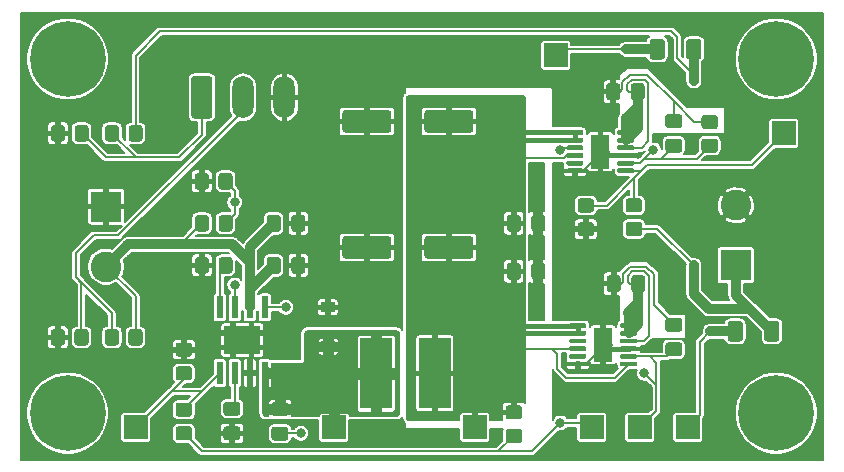
<source format=gtl>
%TF.GenerationSoftware,KiCad,Pcbnew,5.1.10*%
%TF.CreationDate,2021-11-24T11:16:06-05:00*%
%TF.ProjectId,power_board,706f7765-725f-4626-9f61-72642e6b6963,rev?*%
%TF.SameCoordinates,Original*%
%TF.FileFunction,Copper,L1,Top*%
%TF.FilePolarity,Positive*%
%FSLAX46Y46*%
G04 Gerber Fmt 4.6, Leading zero omitted, Abs format (unit mm)*
G04 Created by KiCad (PCBNEW 5.1.10) date 2021-11-24 11:16:06*
%MOMM*%
%LPD*%
G01*
G04 APERTURE LIST*
%TA.AperFunction,ComponentPad*%
%ADD10C,6.400000*%
%TD*%
%TA.AperFunction,ComponentPad*%
%ADD11C,0.500000*%
%TD*%
%TA.AperFunction,SMDPad,CuDef*%
%ADD12R,1.650000X2.850000*%
%TD*%
%TA.AperFunction,SMDPad,CuDef*%
%ADD13R,0.610000X1.910000*%
%TD*%
%TA.AperFunction,SMDPad,CuDef*%
%ADD14R,1.550000X1.205000*%
%TD*%
%TA.AperFunction,ComponentPad*%
%ADD15R,2.000000X2.000000*%
%TD*%
%TA.AperFunction,SMDPad,CuDef*%
%ADD16R,2.700000X6.000000*%
%TD*%
%TA.AperFunction,ComponentPad*%
%ADD17O,1.800000X3.600000*%
%TD*%
%TA.AperFunction,ComponentPad*%
%ADD18C,2.600000*%
%TD*%
%TA.AperFunction,ComponentPad*%
%ADD19R,2.600000X2.600000*%
%TD*%
%TA.AperFunction,SMDPad,CuDef*%
%ADD20R,1.200000X0.900000*%
%TD*%
%TA.AperFunction,ViaPad*%
%ADD21C,0.800000*%
%TD*%
%TA.AperFunction,Conductor*%
%ADD22C,0.406400*%
%TD*%
%TA.AperFunction,Conductor*%
%ADD23C,0.203200*%
%TD*%
%TA.AperFunction,Conductor*%
%ADD24C,0.812800*%
%TD*%
%TA.AperFunction,Conductor*%
%ADD25C,0.100000*%
%TD*%
G04 APERTURE END LIST*
D10*
%TO.P,REF\u002A\u002A,1*%
%TO.N,N/C*%
X167000000Y-92250000D03*
%TD*%
%TO.P,REF\u002A\u002A,1*%
%TO.N,N/C*%
X167000000Y-122250000D03*
%TD*%
%TO.P,REF\u002A\u002A,1*%
%TO.N,N/C*%
X107000000Y-122250000D03*
%TD*%
%TO.P,REF\u002A\u002A,1*%
%TO.N,N/C*%
X107000000Y-92250000D03*
%TD*%
%TO.P,R12,1*%
%TO.N,/ldo/SETFS*%
%TA.AperFunction,SMDPad,CuDef*%
G36*
G01*
X154489999Y-104048000D02*
X155390001Y-104048000D01*
G75*
G02*
X155640000Y-104297999I0J-249999D01*
G01*
X155640000Y-104998001D01*
G75*
G02*
X155390001Y-105248000I-249999J0D01*
G01*
X154489999Y-105248000D01*
G75*
G02*
X154240000Y-104998001I0J249999D01*
G01*
X154240000Y-104297999D01*
G75*
G02*
X154489999Y-104048000I249999J0D01*
G01*
G37*
%TD.AperFunction*%
%TO.P,R12,2*%
%TO.N,+OUT*%
%TA.AperFunction,SMDPad,CuDef*%
G36*
G01*
X154489999Y-106048000D02*
X155390001Y-106048000D01*
G75*
G02*
X155640000Y-106297999I0J-249999D01*
G01*
X155640000Y-106998001D01*
G75*
G02*
X155390001Y-107248000I-249999J0D01*
G01*
X154489999Y-107248000D01*
G75*
G02*
X154240000Y-106998001I0J249999D01*
G01*
X154240000Y-106297999D01*
G75*
G02*
X154489999Y-106048000I249999J0D01*
G01*
G37*
%TD.AperFunction*%
%TD*%
%TO.P,C11,1*%
%TO.N,Net-(C11-Pad1)*%
%TA.AperFunction,SMDPad,CuDef*%
G36*
G01*
X155857700Y-94546400D02*
X155857700Y-95496400D01*
G75*
G02*
X155607700Y-95746400I-250000J0D01*
G01*
X154932700Y-95746400D01*
G75*
G02*
X154682700Y-95496400I0J250000D01*
G01*
X154682700Y-94546400D01*
G75*
G02*
X154932700Y-94296400I250000J0D01*
G01*
X155607700Y-94296400D01*
G75*
G02*
X155857700Y-94546400I0J-250000D01*
G01*
G37*
%TD.AperFunction*%
%TO.P,C11,2*%
%TO.N,GND*%
%TA.AperFunction,SMDPad,CuDef*%
G36*
G01*
X153782700Y-94546400D02*
X153782700Y-95496400D01*
G75*
G02*
X153532700Y-95746400I-250000J0D01*
G01*
X152857700Y-95746400D01*
G75*
G02*
X152607700Y-95496400I0J250000D01*
G01*
X152607700Y-94546400D01*
G75*
G02*
X152857700Y-94296400I250000J0D01*
G01*
X153532700Y-94296400D01*
G75*
G02*
X153782700Y-94546400I0J-250000D01*
G01*
G37*
%TD.AperFunction*%
%TD*%
%TO.P,C9,1*%
%TO.N,/ldo/SET*%
%TA.AperFunction,SMDPad,CuDef*%
G36*
G01*
X158793200Y-117427500D02*
X157843200Y-117427500D01*
G75*
G02*
X157593200Y-117177500I0J250000D01*
G01*
X157593200Y-116502500D01*
G75*
G02*
X157843200Y-116252500I250000J0D01*
G01*
X158793200Y-116252500D01*
G75*
G02*
X159043200Y-116502500I0J-250000D01*
G01*
X159043200Y-117177500D01*
G75*
G02*
X158793200Y-117427500I-250000J0D01*
G01*
G37*
%TD.AperFunction*%
%TO.P,C9,2*%
%TO.N,GND*%
%TA.AperFunction,SMDPad,CuDef*%
G36*
G01*
X158793200Y-115352500D02*
X157843200Y-115352500D01*
G75*
G02*
X157593200Y-115102500I0J250000D01*
G01*
X157593200Y-114427500D01*
G75*
G02*
X157843200Y-114177500I250000J0D01*
G01*
X158793200Y-114177500D01*
G75*
G02*
X159043200Y-114427500I0J-250000D01*
G01*
X159043200Y-115102500D01*
G75*
G02*
X158793200Y-115352500I-250000J0D01*
G01*
G37*
%TD.AperFunction*%
%TD*%
%TO.P,C12,1*%
%TO.N,Net-(C12-Pad1)*%
%TA.AperFunction,SMDPad,CuDef*%
G36*
G01*
X155900700Y-110802400D02*
X155900700Y-111752400D01*
G75*
G02*
X155650700Y-112002400I-250000J0D01*
G01*
X154975700Y-112002400D01*
G75*
G02*
X154725700Y-111752400I0J250000D01*
G01*
X154725700Y-110802400D01*
G75*
G02*
X154975700Y-110552400I250000J0D01*
G01*
X155650700Y-110552400D01*
G75*
G02*
X155900700Y-110802400I0J-250000D01*
G01*
G37*
%TD.AperFunction*%
%TO.P,C12,2*%
%TO.N,GND*%
%TA.AperFunction,SMDPad,CuDef*%
G36*
G01*
X153825700Y-110802400D02*
X153825700Y-111752400D01*
G75*
G02*
X153575700Y-112002400I-250000J0D01*
G01*
X152900700Y-112002400D01*
G75*
G02*
X152650700Y-111752400I0J250000D01*
G01*
X152650700Y-110802400D01*
G75*
G02*
X152900700Y-110552400I250000J0D01*
G01*
X153575700Y-110552400D01*
G75*
G02*
X153825700Y-110802400I0J-250000D01*
G01*
G37*
%TD.AperFunction*%
%TD*%
%TO.P,C10,1*%
%TO.N,/ldo/VIN*%
%TA.AperFunction,SMDPad,CuDef*%
G36*
G01*
X144192500Y-110711000D02*
X144192500Y-109761000D01*
G75*
G02*
X144442500Y-109511000I250000J0D01*
G01*
X145117500Y-109511000D01*
G75*
G02*
X145367500Y-109761000I0J-250000D01*
G01*
X145367500Y-110711000D01*
G75*
G02*
X145117500Y-110961000I-250000J0D01*
G01*
X144442500Y-110961000D01*
G75*
G02*
X144192500Y-110711000I0J250000D01*
G01*
G37*
%TD.AperFunction*%
%TO.P,C10,2*%
%TO.N,GND*%
%TA.AperFunction,SMDPad,CuDef*%
G36*
G01*
X146267500Y-110711000D02*
X146267500Y-109761000D01*
G75*
G02*
X146517500Y-109511000I250000J0D01*
G01*
X147192500Y-109511000D01*
G75*
G02*
X147442500Y-109761000I0J-250000D01*
G01*
X147442500Y-110711000D01*
G75*
G02*
X147192500Y-110961000I-250000J0D01*
G01*
X146517500Y-110961000D01*
G75*
G02*
X146267500Y-110711000I0J250000D01*
G01*
G37*
%TD.AperFunction*%
%TD*%
%TO.P,C7,1*%
%TO.N,/ldo/VIN*%
%TA.AperFunction,SMDPad,CuDef*%
G36*
G01*
X144192500Y-106647000D02*
X144192500Y-105697000D01*
G75*
G02*
X144442500Y-105447000I250000J0D01*
G01*
X145117500Y-105447000D01*
G75*
G02*
X145367500Y-105697000I0J-250000D01*
G01*
X145367500Y-106647000D01*
G75*
G02*
X145117500Y-106897000I-250000J0D01*
G01*
X144442500Y-106897000D01*
G75*
G02*
X144192500Y-106647000I0J250000D01*
G01*
G37*
%TD.AperFunction*%
%TO.P,C7,2*%
%TO.N,GND*%
%TA.AperFunction,SMDPad,CuDef*%
G36*
G01*
X146267500Y-106647000D02*
X146267500Y-105697000D01*
G75*
G02*
X146517500Y-105447000I250000J0D01*
G01*
X147192500Y-105447000D01*
G75*
G02*
X147442500Y-105697000I0J-250000D01*
G01*
X147442500Y-106647000D01*
G75*
G02*
X147192500Y-106897000I-250000J0D01*
G01*
X146517500Y-106897000D01*
G75*
G02*
X146267500Y-106647000I0J250000D01*
G01*
G37*
%TD.AperFunction*%
%TD*%
%TO.P,C2,1*%
%TO.N,+BATT*%
%TA.AperFunction,SMDPad,CuDef*%
G36*
G01*
X123872500Y-110203000D02*
X123872500Y-109253000D01*
G75*
G02*
X124122500Y-109003000I250000J0D01*
G01*
X124797500Y-109003000D01*
G75*
G02*
X125047500Y-109253000I0J-250000D01*
G01*
X125047500Y-110203000D01*
G75*
G02*
X124797500Y-110453000I-250000J0D01*
G01*
X124122500Y-110453000D01*
G75*
G02*
X123872500Y-110203000I0J250000D01*
G01*
G37*
%TD.AperFunction*%
%TO.P,C2,2*%
%TO.N,GND*%
%TA.AperFunction,SMDPad,CuDef*%
G36*
G01*
X125947500Y-110203000D02*
X125947500Y-109253000D01*
G75*
G02*
X126197500Y-109003000I250000J0D01*
G01*
X126872500Y-109003000D01*
G75*
G02*
X127122500Y-109253000I0J-250000D01*
G01*
X127122500Y-110203000D01*
G75*
G02*
X126872500Y-110453000I-250000J0D01*
G01*
X126197500Y-110453000D01*
G75*
G02*
X125947500Y-110203000I0J250000D01*
G01*
G37*
%TD.AperFunction*%
%TD*%
%TO.P,C1,2*%
%TO.N,GND*%
%TA.AperFunction,SMDPad,CuDef*%
G36*
G01*
X125947500Y-106647000D02*
X125947500Y-105697000D01*
G75*
G02*
X126197500Y-105447000I250000J0D01*
G01*
X126872500Y-105447000D01*
G75*
G02*
X127122500Y-105697000I0J-250000D01*
G01*
X127122500Y-106647000D01*
G75*
G02*
X126872500Y-106897000I-250000J0D01*
G01*
X126197500Y-106897000D01*
G75*
G02*
X125947500Y-106647000I0J250000D01*
G01*
G37*
%TD.AperFunction*%
%TO.P,C1,1*%
%TO.N,+BATT*%
%TA.AperFunction,SMDPad,CuDef*%
G36*
G01*
X123872500Y-106647000D02*
X123872500Y-105697000D01*
G75*
G02*
X124122500Y-105447000I250000J0D01*
G01*
X124797500Y-105447000D01*
G75*
G02*
X125047500Y-105697000I0J-250000D01*
G01*
X125047500Y-106647000D01*
G75*
G02*
X124797500Y-106897000I-250000J0D01*
G01*
X124122500Y-106897000D01*
G75*
G02*
X123872500Y-106647000I0J250000D01*
G01*
G37*
%TD.AperFunction*%
%TD*%
D11*
%TO.P,U3,13*%
%TO.N,GND*%
X152849200Y-117458400D03*
X151849200Y-117458400D03*
X152849200Y-116458400D03*
X151849200Y-116458400D03*
X152849200Y-115458400D03*
X151849200Y-115458400D03*
D12*
X152349200Y-116458400D03*
%TO.P,U3,12*%
%TO.N,Net-(C12-Pad1)*%
%TA.AperFunction,SMDPad,CuDef*%
G36*
G01*
X153774200Y-114933400D02*
X153774200Y-114733400D01*
G75*
G02*
X153874200Y-114633400I100000J0D01*
G01*
X155124200Y-114633400D01*
G75*
G02*
X155224200Y-114733400I0J-100000D01*
G01*
X155224200Y-114933400D01*
G75*
G02*
X155124200Y-115033400I-100000J0D01*
G01*
X153874200Y-115033400D01*
G75*
G02*
X153774200Y-114933400I0J100000D01*
G01*
G37*
%TD.AperFunction*%
%TO.P,U3,11*%
%TA.AperFunction,SMDPad,CuDef*%
G36*
G01*
X153774200Y-115583400D02*
X153774200Y-115383400D01*
G75*
G02*
X153874200Y-115283400I100000J0D01*
G01*
X155124200Y-115283400D01*
G75*
G02*
X155224200Y-115383400I0J-100000D01*
G01*
X155224200Y-115583400D01*
G75*
G02*
X155124200Y-115683400I-100000J0D01*
G01*
X153874200Y-115683400D01*
G75*
G02*
X153774200Y-115583400I0J100000D01*
G01*
G37*
%TD.AperFunction*%
%TO.P,U3,10*%
%TA.AperFunction,SMDPad,CuDef*%
G36*
G01*
X153774200Y-116233400D02*
X153774200Y-116033400D01*
G75*
G02*
X153874200Y-115933400I100000J0D01*
G01*
X155124200Y-115933400D01*
G75*
G02*
X155224200Y-116033400I0J-100000D01*
G01*
X155224200Y-116233400D01*
G75*
G02*
X155124200Y-116333400I-100000J0D01*
G01*
X153874200Y-116333400D01*
G75*
G02*
X153774200Y-116233400I0J100000D01*
G01*
G37*
%TD.AperFunction*%
%TO.P,U3,9*%
%TO.N,GND*%
%TA.AperFunction,SMDPad,CuDef*%
G36*
G01*
X153774200Y-116883400D02*
X153774200Y-116683400D01*
G75*
G02*
X153874200Y-116583400I100000J0D01*
G01*
X155124200Y-116583400D01*
G75*
G02*
X155224200Y-116683400I0J-100000D01*
G01*
X155224200Y-116883400D01*
G75*
G02*
X155124200Y-116983400I-100000J0D01*
G01*
X153874200Y-116983400D01*
G75*
G02*
X153774200Y-116883400I0J100000D01*
G01*
G37*
%TD.AperFunction*%
%TO.P,U3,8*%
%TO.N,/ldo/SET*%
%TA.AperFunction,SMDPad,CuDef*%
G36*
G01*
X153774200Y-117533400D02*
X153774200Y-117333400D01*
G75*
G02*
X153874200Y-117233400I100000J0D01*
G01*
X155124200Y-117233400D01*
G75*
G02*
X155224200Y-117333400I0J-100000D01*
G01*
X155224200Y-117533400D01*
G75*
G02*
X155124200Y-117633400I-100000J0D01*
G01*
X153874200Y-117633400D01*
G75*
G02*
X153774200Y-117533400I0J100000D01*
G01*
G37*
%TD.AperFunction*%
%TO.P,U3,7*%
%TO.N,/ldo/VIN*%
%TA.AperFunction,SMDPad,CuDef*%
G36*
G01*
X153774200Y-118183400D02*
X153774200Y-117983400D01*
G75*
G02*
X153874200Y-117883400I100000J0D01*
G01*
X155124200Y-117883400D01*
G75*
G02*
X155224200Y-117983400I0J-100000D01*
G01*
X155224200Y-118183400D01*
G75*
G02*
X155124200Y-118283400I-100000J0D01*
G01*
X153874200Y-118283400D01*
G75*
G02*
X153774200Y-118183400I0J100000D01*
G01*
G37*
%TD.AperFunction*%
%TO.P,U3,6*%
%TO.N,GND*%
%TA.AperFunction,SMDPad,CuDef*%
G36*
G01*
X149474200Y-118183400D02*
X149474200Y-117983400D01*
G75*
G02*
X149574200Y-117883400I100000J0D01*
G01*
X150824200Y-117883400D01*
G75*
G02*
X150924200Y-117983400I0J-100000D01*
G01*
X150924200Y-118183400D01*
G75*
G02*
X150824200Y-118283400I-100000J0D01*
G01*
X149574200Y-118283400D01*
G75*
G02*
X149474200Y-118183400I0J100000D01*
G01*
G37*
%TD.AperFunction*%
%TO.P,U3,5*%
%TO.N,Net-(U3-Pad5)*%
%TA.AperFunction,SMDPad,CuDef*%
G36*
G01*
X149474200Y-117533400D02*
X149474200Y-117333400D01*
G75*
G02*
X149574200Y-117233400I100000J0D01*
G01*
X150824200Y-117233400D01*
G75*
G02*
X150924200Y-117333400I0J-100000D01*
G01*
X150924200Y-117533400D01*
G75*
G02*
X150824200Y-117633400I-100000J0D01*
G01*
X149574200Y-117633400D01*
G75*
G02*
X149474200Y-117533400I0J100000D01*
G01*
G37*
%TD.AperFunction*%
%TO.P,U3,4*%
%TO.N,/ldo/VIN*%
%TA.AperFunction,SMDPad,CuDef*%
G36*
G01*
X149474200Y-116883400D02*
X149474200Y-116683400D01*
G75*
G02*
X149574200Y-116583400I100000J0D01*
G01*
X150824200Y-116583400D01*
G75*
G02*
X150924200Y-116683400I0J-100000D01*
G01*
X150924200Y-116883400D01*
G75*
G02*
X150824200Y-116983400I-100000J0D01*
G01*
X149574200Y-116983400D01*
G75*
G02*
X149474200Y-116883400I0J100000D01*
G01*
G37*
%TD.AperFunction*%
%TO.P,U3,3*%
%TO.N,Net-(U3-Pad3)*%
%TA.AperFunction,SMDPad,CuDef*%
G36*
G01*
X149474200Y-116233400D02*
X149474200Y-116033400D01*
G75*
G02*
X149574200Y-115933400I100000J0D01*
G01*
X150824200Y-115933400D01*
G75*
G02*
X150924200Y-116033400I0J-100000D01*
G01*
X150924200Y-116233400D01*
G75*
G02*
X150824200Y-116333400I-100000J0D01*
G01*
X149574200Y-116333400D01*
G75*
G02*
X149474200Y-116233400I0J100000D01*
G01*
G37*
%TD.AperFunction*%
%TO.P,U3,2*%
%TO.N,/ldo/VIN*%
%TA.AperFunction,SMDPad,CuDef*%
G36*
G01*
X149474200Y-115583400D02*
X149474200Y-115383400D01*
G75*
G02*
X149574200Y-115283400I100000J0D01*
G01*
X150824200Y-115283400D01*
G75*
G02*
X150924200Y-115383400I0J-100000D01*
G01*
X150924200Y-115583400D01*
G75*
G02*
X150824200Y-115683400I-100000J0D01*
G01*
X149574200Y-115683400D01*
G75*
G02*
X149474200Y-115583400I0J100000D01*
G01*
G37*
%TD.AperFunction*%
%TO.P,U3,1*%
%TA.AperFunction,SMDPad,CuDef*%
G36*
G01*
X149474200Y-114933400D02*
X149474200Y-114733400D01*
G75*
G02*
X149574200Y-114633400I100000J0D01*
G01*
X150824200Y-114633400D01*
G75*
G02*
X150924200Y-114733400I0J-100000D01*
G01*
X150924200Y-114933400D01*
G75*
G02*
X150824200Y-115033400I-100000J0D01*
G01*
X149574200Y-115033400D01*
G75*
G02*
X149474200Y-114933400I0J100000D01*
G01*
G37*
%TD.AperFunction*%
%TD*%
D11*
%TO.P,U2,13*%
%TO.N,GND*%
X152604200Y-101101400D03*
X151604200Y-101101400D03*
X152604200Y-100101400D03*
X151604200Y-100101400D03*
X152604200Y-99101400D03*
X151604200Y-99101400D03*
D12*
X152104200Y-100101400D03*
%TO.P,U2,12*%
%TO.N,Net-(C11-Pad1)*%
%TA.AperFunction,SMDPad,CuDef*%
G36*
G01*
X153529200Y-98576400D02*
X153529200Y-98376400D01*
G75*
G02*
X153629200Y-98276400I100000J0D01*
G01*
X154879200Y-98276400D01*
G75*
G02*
X154979200Y-98376400I0J-100000D01*
G01*
X154979200Y-98576400D01*
G75*
G02*
X154879200Y-98676400I-100000J0D01*
G01*
X153629200Y-98676400D01*
G75*
G02*
X153529200Y-98576400I0J100000D01*
G01*
G37*
%TD.AperFunction*%
%TO.P,U2,11*%
%TA.AperFunction,SMDPad,CuDef*%
G36*
G01*
X153529200Y-99226400D02*
X153529200Y-99026400D01*
G75*
G02*
X153629200Y-98926400I100000J0D01*
G01*
X154879200Y-98926400D01*
G75*
G02*
X154979200Y-99026400I0J-100000D01*
G01*
X154979200Y-99226400D01*
G75*
G02*
X154879200Y-99326400I-100000J0D01*
G01*
X153629200Y-99326400D01*
G75*
G02*
X153529200Y-99226400I0J100000D01*
G01*
G37*
%TD.AperFunction*%
%TO.P,U2,10*%
%TA.AperFunction,SMDPad,CuDef*%
G36*
G01*
X153529200Y-99876400D02*
X153529200Y-99676400D01*
G75*
G02*
X153629200Y-99576400I100000J0D01*
G01*
X154879200Y-99576400D01*
G75*
G02*
X154979200Y-99676400I0J-100000D01*
G01*
X154979200Y-99876400D01*
G75*
G02*
X154879200Y-99976400I-100000J0D01*
G01*
X153629200Y-99976400D01*
G75*
G02*
X153529200Y-99876400I0J100000D01*
G01*
G37*
%TD.AperFunction*%
%TO.P,U2,9*%
%TO.N,GND*%
%TA.AperFunction,SMDPad,CuDef*%
G36*
G01*
X153529200Y-100526400D02*
X153529200Y-100326400D01*
G75*
G02*
X153629200Y-100226400I100000J0D01*
G01*
X154879200Y-100226400D01*
G75*
G02*
X154979200Y-100326400I0J-100000D01*
G01*
X154979200Y-100526400D01*
G75*
G02*
X154879200Y-100626400I-100000J0D01*
G01*
X153629200Y-100626400D01*
G75*
G02*
X153529200Y-100526400I0J100000D01*
G01*
G37*
%TD.AperFunction*%
%TO.P,U2,8*%
%TO.N,/ldo/SET*%
%TA.AperFunction,SMDPad,CuDef*%
G36*
G01*
X153529200Y-101176400D02*
X153529200Y-100976400D01*
G75*
G02*
X153629200Y-100876400I100000J0D01*
G01*
X154879200Y-100876400D01*
G75*
G02*
X154979200Y-100976400I0J-100000D01*
G01*
X154979200Y-101176400D01*
G75*
G02*
X154879200Y-101276400I-100000J0D01*
G01*
X153629200Y-101276400D01*
G75*
G02*
X153529200Y-101176400I0J100000D01*
G01*
G37*
%TD.AperFunction*%
%TO.P,U2,7*%
%TO.N,/ldo/SETFS*%
%TA.AperFunction,SMDPad,CuDef*%
G36*
G01*
X153529200Y-101826400D02*
X153529200Y-101626400D01*
G75*
G02*
X153629200Y-101526400I100000J0D01*
G01*
X154879200Y-101526400D01*
G75*
G02*
X154979200Y-101626400I0J-100000D01*
G01*
X154979200Y-101826400D01*
G75*
G02*
X154879200Y-101926400I-100000J0D01*
G01*
X153629200Y-101926400D01*
G75*
G02*
X153529200Y-101826400I0J100000D01*
G01*
G37*
%TD.AperFunction*%
%TO.P,U2,6*%
%TO.N,GND*%
%TA.AperFunction,SMDPad,CuDef*%
G36*
G01*
X149229200Y-101826400D02*
X149229200Y-101626400D01*
G75*
G02*
X149329200Y-101526400I100000J0D01*
G01*
X150579200Y-101526400D01*
G75*
G02*
X150679200Y-101626400I0J-100000D01*
G01*
X150679200Y-101826400D01*
G75*
G02*
X150579200Y-101926400I-100000J0D01*
G01*
X149329200Y-101926400D01*
G75*
G02*
X149229200Y-101826400I0J100000D01*
G01*
G37*
%TD.AperFunction*%
%TO.P,U2,5*%
%TO.N,Net-(U2-Pad5)*%
%TA.AperFunction,SMDPad,CuDef*%
G36*
G01*
X149229200Y-101176400D02*
X149229200Y-100976400D01*
G75*
G02*
X149329200Y-100876400I100000J0D01*
G01*
X150579200Y-100876400D01*
G75*
G02*
X150679200Y-100976400I0J-100000D01*
G01*
X150679200Y-101176400D01*
G75*
G02*
X150579200Y-101276400I-100000J0D01*
G01*
X149329200Y-101276400D01*
G75*
G02*
X149229200Y-101176400I0J100000D01*
G01*
G37*
%TD.AperFunction*%
%TO.P,U2,4*%
%TO.N,/ldo/VIN*%
%TA.AperFunction,SMDPad,CuDef*%
G36*
G01*
X149229200Y-100526400D02*
X149229200Y-100326400D01*
G75*
G02*
X149329200Y-100226400I100000J0D01*
G01*
X150579200Y-100226400D01*
G75*
G02*
X150679200Y-100326400I0J-100000D01*
G01*
X150679200Y-100526400D01*
G75*
G02*
X150579200Y-100626400I-100000J0D01*
G01*
X149329200Y-100626400D01*
G75*
G02*
X149229200Y-100526400I0J100000D01*
G01*
G37*
%TD.AperFunction*%
%TO.P,U2,3*%
%TO.N,/ldo/VIOC*%
%TA.AperFunction,SMDPad,CuDef*%
G36*
G01*
X149229200Y-99876400D02*
X149229200Y-99676400D01*
G75*
G02*
X149329200Y-99576400I100000J0D01*
G01*
X150579200Y-99576400D01*
G75*
G02*
X150679200Y-99676400I0J-100000D01*
G01*
X150679200Y-99876400D01*
G75*
G02*
X150579200Y-99976400I-100000J0D01*
G01*
X149329200Y-99976400D01*
G75*
G02*
X149229200Y-99876400I0J100000D01*
G01*
G37*
%TD.AperFunction*%
%TO.P,U2,2*%
%TO.N,/ldo/VIN*%
%TA.AperFunction,SMDPad,CuDef*%
G36*
G01*
X149229200Y-99226400D02*
X149229200Y-99026400D01*
G75*
G02*
X149329200Y-98926400I100000J0D01*
G01*
X150579200Y-98926400D01*
G75*
G02*
X150679200Y-99026400I0J-100000D01*
G01*
X150679200Y-99226400D01*
G75*
G02*
X150579200Y-99326400I-100000J0D01*
G01*
X149329200Y-99326400D01*
G75*
G02*
X149229200Y-99226400I0J100000D01*
G01*
G37*
%TD.AperFunction*%
%TO.P,U2,1*%
%TA.AperFunction,SMDPad,CuDef*%
G36*
G01*
X149229200Y-98576400D02*
X149229200Y-98376400D01*
G75*
G02*
X149329200Y-98276400I100000J0D01*
G01*
X150579200Y-98276400D01*
G75*
G02*
X150679200Y-98376400I0J-100000D01*
G01*
X150679200Y-98576400D01*
G75*
G02*
X150579200Y-98676400I-100000J0D01*
G01*
X149329200Y-98676400D01*
G75*
G02*
X149229200Y-98576400I0J100000D01*
G01*
G37*
%TD.AperFunction*%
%TD*%
D13*
%TO.P,U1,1*%
%TO.N,Net-(C4-Pad2)*%
X123698000Y-113284000D03*
%TO.P,U1,2*%
%TO.N,+BATT*%
X122428000Y-113284000D03*
%TO.P,U1,3*%
%TO.N,Net-(R7-Pad2)*%
X121158000Y-113284000D03*
%TO.P,U1,4*%
%TO.N,Net-(R9-Pad1)*%
X119888000Y-113284000D03*
%TO.P,U1,5*%
%TO.N,/buck/FB*%
X119888000Y-118844000D03*
%TO.P,U1,6*%
%TO.N,Net-(C3-Pad1)*%
X121158000Y-118844000D03*
%TO.P,U1,7*%
%TO.N,GND*%
X122428000Y-118844000D03*
%TO.P,U1,8*%
%TO.N,Net-(C4-Pad1)*%
X123698000Y-118844000D03*
D14*
%TO.P,U1,9*%
%TO.N,GND*%
X121018000Y-116666500D03*
X122568000Y-116666500D03*
X121018000Y-115461500D03*
X122568000Y-115461500D03*
%TD*%
D15*
%TO.P,TP8,1*%
%TO.N,/buck/FB*%
X112776000Y-123444000D03*
%TD*%
%TO.P,TP7,1*%
%TO.N,/ldo/VIOC*%
X151384000Y-123444000D03*
%TD*%
%TO.P,TP6,1*%
%TO.N,/ldo/SETFS*%
X167640000Y-98552000D03*
%TD*%
%TO.P,TP5,1*%
%TO.N,Net-(C12-Pad1)*%
X159512000Y-123444000D03*
%TD*%
%TO.P,TP4,1*%
%TO.N,Net-(C11-Pad1)*%
X148336000Y-91948000D03*
%TD*%
%TO.P,TP3,1*%
%TO.N,/ldo/SET*%
X155448000Y-123444000D03*
%TD*%
%TO.P,TP2,1*%
%TO.N,Net-(C4-Pad1)*%
X129540000Y-123444000D03*
%TD*%
%TO.P,TP1,1*%
%TO.N,/ldo/VIN*%
X141478000Y-123444000D03*
%TD*%
%TO.P,R15,1*%
%TO.N,/buck/FB*%
%TA.AperFunction,SMDPad,CuDef*%
G36*
G01*
X117290001Y-119472000D02*
X116389999Y-119472000D01*
G75*
G02*
X116140000Y-119222001I0J249999D01*
G01*
X116140000Y-118521999D01*
G75*
G02*
X116389999Y-118272000I249999J0D01*
G01*
X117290001Y-118272000D01*
G75*
G02*
X117540000Y-118521999I0J-249999D01*
G01*
X117540000Y-119222001D01*
G75*
G02*
X117290001Y-119472000I-249999J0D01*
G01*
G37*
%TD.AperFunction*%
%TO.P,R15,2*%
%TO.N,GND*%
%TA.AperFunction,SMDPad,CuDef*%
G36*
G01*
X117290001Y-117472000D02*
X116389999Y-117472000D01*
G75*
G02*
X116140000Y-117222001I0J249999D01*
G01*
X116140000Y-116521999D01*
G75*
G02*
X116389999Y-116272000I249999J0D01*
G01*
X117290001Y-116272000D01*
G75*
G02*
X117540000Y-116521999I0J-249999D01*
G01*
X117540000Y-117222001D01*
G75*
G02*
X117290001Y-117472000I-249999J0D01*
G01*
G37*
%TD.AperFunction*%
%TD*%
%TO.P,R14,1*%
%TO.N,/buck/FB*%
%TA.AperFunction,SMDPad,CuDef*%
G36*
G01*
X116389999Y-121352000D02*
X117290001Y-121352000D01*
G75*
G02*
X117540000Y-121601999I0J-249999D01*
G01*
X117540000Y-122302001D01*
G75*
G02*
X117290001Y-122552000I-249999J0D01*
G01*
X116389999Y-122552000D01*
G75*
G02*
X116140000Y-122302001I0J249999D01*
G01*
X116140000Y-121601999D01*
G75*
G02*
X116389999Y-121352000I249999J0D01*
G01*
G37*
%TD.AperFunction*%
%TO.P,R14,2*%
%TO.N,/ldo/VIOC*%
%TA.AperFunction,SMDPad,CuDef*%
G36*
G01*
X116389999Y-123352000D02*
X117290001Y-123352000D01*
G75*
G02*
X117540000Y-123601999I0J-249999D01*
G01*
X117540000Y-124302001D01*
G75*
G02*
X117290001Y-124552000I-249999J0D01*
G01*
X116389999Y-124552000D01*
G75*
G02*
X116140000Y-124302001I0J249999D01*
G01*
X116140000Y-123601999D01*
G75*
G02*
X116389999Y-123352000I249999J0D01*
G01*
G37*
%TD.AperFunction*%
%TD*%
%TO.P,R13,1*%
%TO.N,/ldo/VIN*%
%TA.AperFunction,SMDPad,CuDef*%
G36*
G01*
X144329999Y-121574000D02*
X145230001Y-121574000D01*
G75*
G02*
X145480000Y-121823999I0J-249999D01*
G01*
X145480000Y-122524001D01*
G75*
G02*
X145230001Y-122774000I-249999J0D01*
G01*
X144329999Y-122774000D01*
G75*
G02*
X144080000Y-122524001I0J249999D01*
G01*
X144080000Y-121823999D01*
G75*
G02*
X144329999Y-121574000I249999J0D01*
G01*
G37*
%TD.AperFunction*%
%TO.P,R13,2*%
%TO.N,/ldo/VIOC*%
%TA.AperFunction,SMDPad,CuDef*%
G36*
G01*
X144329999Y-123574000D02*
X145230001Y-123574000D01*
G75*
G02*
X145480000Y-123823999I0J-249999D01*
G01*
X145480000Y-124524001D01*
G75*
G02*
X145230001Y-124774000I-249999J0D01*
G01*
X144329999Y-124774000D01*
G75*
G02*
X144080000Y-124524001I0J249999D01*
G01*
X144080000Y-123823999D01*
G75*
G02*
X144329999Y-123574000I249999J0D01*
G01*
G37*
%TD.AperFunction*%
%TD*%
%TO.P,R11,1*%
%TO.N,+OUT*%
%TA.AperFunction,SMDPad,CuDef*%
G36*
G01*
X167274000Y-114691000D02*
X167274000Y-115941000D01*
G75*
G02*
X167024000Y-116191000I-250000J0D01*
G01*
X166224000Y-116191000D01*
G75*
G02*
X165974000Y-115941000I0J250000D01*
G01*
X165974000Y-114691000D01*
G75*
G02*
X166224000Y-114441000I250000J0D01*
G01*
X167024000Y-114441000D01*
G75*
G02*
X167274000Y-114691000I0J-250000D01*
G01*
G37*
%TD.AperFunction*%
%TO.P,R11,2*%
%TO.N,Net-(C12-Pad1)*%
%TA.AperFunction,SMDPad,CuDef*%
G36*
G01*
X164174000Y-114691000D02*
X164174000Y-115941000D01*
G75*
G02*
X163924000Y-116191000I-250000J0D01*
G01*
X163124000Y-116191000D01*
G75*
G02*
X162874000Y-115941000I0J250000D01*
G01*
X162874000Y-114691000D01*
G75*
G02*
X163124000Y-114441000I250000J0D01*
G01*
X163924000Y-114441000D01*
G75*
G02*
X164174000Y-114691000I0J-250000D01*
G01*
G37*
%TD.AperFunction*%
%TD*%
%TO.P,R10,1*%
%TO.N,Net-(C11-Pad1)*%
%TA.AperFunction,SMDPad,CuDef*%
G36*
G01*
X156270000Y-92065000D02*
X156270000Y-90815000D01*
G75*
G02*
X156520000Y-90565000I250000J0D01*
G01*
X157320000Y-90565000D01*
G75*
G02*
X157570000Y-90815000I0J-250000D01*
G01*
X157570000Y-92065000D01*
G75*
G02*
X157320000Y-92315000I-250000J0D01*
G01*
X156520000Y-92315000D01*
G75*
G02*
X156270000Y-92065000I0J250000D01*
G01*
G37*
%TD.AperFunction*%
%TO.P,R10,2*%
%TO.N,+OUT*%
%TA.AperFunction,SMDPad,CuDef*%
G36*
G01*
X159370000Y-92065000D02*
X159370000Y-90815000D01*
G75*
G02*
X159620000Y-90565000I250000J0D01*
G01*
X160420000Y-90565000D01*
G75*
G02*
X160670000Y-90815000I0J-250000D01*
G01*
X160670000Y-92065000D01*
G75*
G02*
X160420000Y-92315000I-250000J0D01*
G01*
X159620000Y-92315000D01*
G75*
G02*
X159370000Y-92065000I0J250000D01*
G01*
G37*
%TD.AperFunction*%
%TD*%
%TO.P,R9,1*%
%TO.N,Net-(R9-Pad1)*%
%TA.AperFunction,SMDPad,CuDef*%
G36*
G01*
X120980000Y-109277999D02*
X120980000Y-110178001D01*
G75*
G02*
X120730001Y-110428000I-249999J0D01*
G01*
X120029999Y-110428000D01*
G75*
G02*
X119780000Y-110178001I0J249999D01*
G01*
X119780000Y-109277999D01*
G75*
G02*
X120029999Y-109028000I249999J0D01*
G01*
X120730001Y-109028000D01*
G75*
G02*
X120980000Y-109277999I0J-249999D01*
G01*
G37*
%TD.AperFunction*%
%TO.P,R9,2*%
%TO.N,GND*%
%TA.AperFunction,SMDPad,CuDef*%
G36*
G01*
X118980000Y-109277999D02*
X118980000Y-110178001D01*
G75*
G02*
X118730001Y-110428000I-249999J0D01*
G01*
X118029999Y-110428000D01*
G75*
G02*
X117780000Y-110178001I0J249999D01*
G01*
X117780000Y-109277999D01*
G75*
G02*
X118029999Y-109028000I249999J0D01*
G01*
X118730001Y-109028000D01*
G75*
G02*
X118980000Y-109277999I0J-249999D01*
G01*
G37*
%TD.AperFunction*%
%TD*%
%TO.P,R8,1*%
%TO.N,GND*%
%TA.AperFunction,SMDPad,CuDef*%
G36*
G01*
X117764000Y-103066001D02*
X117764000Y-102165999D01*
G75*
G02*
X118013999Y-101916000I249999J0D01*
G01*
X118714001Y-101916000D01*
G75*
G02*
X118964000Y-102165999I0J-249999D01*
G01*
X118964000Y-103066001D01*
G75*
G02*
X118714001Y-103316000I-249999J0D01*
G01*
X118013999Y-103316000D01*
G75*
G02*
X117764000Y-103066001I0J249999D01*
G01*
G37*
%TD.AperFunction*%
%TO.P,R8,2*%
%TO.N,Net-(R7-Pad2)*%
%TA.AperFunction,SMDPad,CuDef*%
G36*
G01*
X119764000Y-103066001D02*
X119764000Y-102165999D01*
G75*
G02*
X120013999Y-101916000I249999J0D01*
G01*
X120714001Y-101916000D01*
G75*
G02*
X120964000Y-102165999I0J-249999D01*
G01*
X120964000Y-103066001D01*
G75*
G02*
X120714001Y-103316000I-249999J0D01*
G01*
X120013999Y-103316000D01*
G75*
G02*
X119764000Y-103066001I0J249999D01*
G01*
G37*
%TD.AperFunction*%
%TD*%
%TO.P,R7,1*%
%TO.N,+BATT*%
%TA.AperFunction,SMDPad,CuDef*%
G36*
G01*
X117780000Y-106622001D02*
X117780000Y-105721999D01*
G75*
G02*
X118029999Y-105472000I249999J0D01*
G01*
X118730001Y-105472000D01*
G75*
G02*
X118980000Y-105721999I0J-249999D01*
G01*
X118980000Y-106622001D01*
G75*
G02*
X118730001Y-106872000I-249999J0D01*
G01*
X118029999Y-106872000D01*
G75*
G02*
X117780000Y-106622001I0J249999D01*
G01*
G37*
%TD.AperFunction*%
%TO.P,R7,2*%
%TO.N,Net-(R7-Pad2)*%
%TA.AperFunction,SMDPad,CuDef*%
G36*
G01*
X119780000Y-106622001D02*
X119780000Y-105721999D01*
G75*
G02*
X120029999Y-105472000I249999J0D01*
G01*
X120730001Y-105472000D01*
G75*
G02*
X120980000Y-105721999I0J-249999D01*
G01*
X120980000Y-106622001D01*
G75*
G02*
X120730001Y-106872000I-249999J0D01*
G01*
X120029999Y-106872000D01*
G75*
G02*
X119780000Y-106622001I0J249999D01*
G01*
G37*
%TD.AperFunction*%
%TD*%
%TO.P,R6,2*%
%TO.N,GND*%
%TA.AperFunction,SMDPad,CuDef*%
G36*
G01*
X106788000Y-98101999D02*
X106788000Y-99002001D01*
G75*
G02*
X106538001Y-99252000I-249999J0D01*
G01*
X105837999Y-99252000D01*
G75*
G02*
X105588000Y-99002001I0J249999D01*
G01*
X105588000Y-98101999D01*
G75*
G02*
X105837999Y-97852000I249999J0D01*
G01*
X106538001Y-97852000D01*
G75*
G02*
X106788000Y-98101999I0J-249999D01*
G01*
G37*
%TD.AperFunction*%
%TO.P,R6,1*%
%TO.N,Net-(J3-Pad1)*%
%TA.AperFunction,SMDPad,CuDef*%
G36*
G01*
X108788000Y-98101999D02*
X108788000Y-99002001D01*
G75*
G02*
X108538001Y-99252000I-249999J0D01*
G01*
X107837999Y-99252000D01*
G75*
G02*
X107588000Y-99002001I0J249999D01*
G01*
X107588000Y-98101999D01*
G75*
G02*
X107837999Y-97852000I249999J0D01*
G01*
X108538001Y-97852000D01*
G75*
G02*
X108788000Y-98101999I0J-249999D01*
G01*
G37*
%TD.AperFunction*%
%TD*%
%TO.P,R5,2*%
%TO.N,+OUT*%
%TA.AperFunction,SMDPad,CuDef*%
G36*
G01*
X112160000Y-99002001D02*
X112160000Y-98101999D01*
G75*
G02*
X112409999Y-97852000I249999J0D01*
G01*
X113110001Y-97852000D01*
G75*
G02*
X113360000Y-98101999I0J-249999D01*
G01*
X113360000Y-99002001D01*
G75*
G02*
X113110001Y-99252000I-249999J0D01*
G01*
X112409999Y-99252000D01*
G75*
G02*
X112160000Y-99002001I0J249999D01*
G01*
G37*
%TD.AperFunction*%
%TO.P,R5,1*%
%TO.N,Net-(J3-Pad1)*%
%TA.AperFunction,SMDPad,CuDef*%
G36*
G01*
X110160000Y-99002001D02*
X110160000Y-98101999D01*
G75*
G02*
X110409999Y-97852000I249999J0D01*
G01*
X111110001Y-97852000D01*
G75*
G02*
X111360000Y-98101999I0J-249999D01*
G01*
X111360000Y-99002001D01*
G75*
G02*
X111110001Y-99252000I-249999J0D01*
G01*
X110409999Y-99252000D01*
G75*
G02*
X110160000Y-99002001I0J249999D01*
G01*
G37*
%TD.AperFunction*%
%TD*%
%TO.P,R4,2*%
%TO.N,GND*%
%TA.AperFunction,SMDPad,CuDef*%
G36*
G01*
X106772000Y-115373999D02*
X106772000Y-116274001D01*
G75*
G02*
X106522001Y-116524000I-249999J0D01*
G01*
X105821999Y-116524000D01*
G75*
G02*
X105572000Y-116274001I0J249999D01*
G01*
X105572000Y-115373999D01*
G75*
G02*
X105821999Y-115124000I249999J0D01*
G01*
X106522001Y-115124000D01*
G75*
G02*
X106772000Y-115373999I0J-249999D01*
G01*
G37*
%TD.AperFunction*%
%TO.P,R4,1*%
%TO.N,Net-(J3-Pad2)*%
%TA.AperFunction,SMDPad,CuDef*%
G36*
G01*
X108772000Y-115373999D02*
X108772000Y-116274001D01*
G75*
G02*
X108522001Y-116524000I-249999J0D01*
G01*
X107821999Y-116524000D01*
G75*
G02*
X107572000Y-116274001I0J249999D01*
G01*
X107572000Y-115373999D01*
G75*
G02*
X107821999Y-115124000I249999J0D01*
G01*
X108522001Y-115124000D01*
G75*
G02*
X108772000Y-115373999I0J-249999D01*
G01*
G37*
%TD.AperFunction*%
%TD*%
%TO.P,R3,2*%
%TO.N,+BATT*%
%TA.AperFunction,SMDPad,CuDef*%
G36*
G01*
X112152000Y-116274001D02*
X112152000Y-115373999D01*
G75*
G02*
X112401999Y-115124000I249999J0D01*
G01*
X113102001Y-115124000D01*
G75*
G02*
X113352000Y-115373999I0J-249999D01*
G01*
X113352000Y-116274001D01*
G75*
G02*
X113102001Y-116524000I-249999J0D01*
G01*
X112401999Y-116524000D01*
G75*
G02*
X112152000Y-116274001I0J249999D01*
G01*
G37*
%TD.AperFunction*%
%TO.P,R3,1*%
%TO.N,Net-(J3-Pad2)*%
%TA.AperFunction,SMDPad,CuDef*%
G36*
G01*
X110152000Y-116274001D02*
X110152000Y-115373999D01*
G75*
G02*
X110401999Y-115124000I249999J0D01*
G01*
X111102001Y-115124000D01*
G75*
G02*
X111352000Y-115373999I0J-249999D01*
G01*
X111352000Y-116274001D01*
G75*
G02*
X111102001Y-116524000I-249999J0D01*
G01*
X110401999Y-116524000D01*
G75*
G02*
X110152000Y-116274001I0J249999D01*
G01*
G37*
%TD.AperFunction*%
%TD*%
%TO.P,R2,1*%
%TO.N,/ldo/SET*%
%TA.AperFunction,SMDPad,CuDef*%
G36*
G01*
X161816201Y-100193400D02*
X160916199Y-100193400D01*
G75*
G02*
X160666200Y-99943401I0J249999D01*
G01*
X160666200Y-99243399D01*
G75*
G02*
X160916199Y-98993400I249999J0D01*
G01*
X161816201Y-98993400D01*
G75*
G02*
X162066200Y-99243399I0J-249999D01*
G01*
X162066200Y-99943401D01*
G75*
G02*
X161816201Y-100193400I-249999J0D01*
G01*
G37*
%TD.AperFunction*%
%TO.P,R2,2*%
%TO.N,GND*%
%TA.AperFunction,SMDPad,CuDef*%
G36*
G01*
X161816201Y-98193400D02*
X160916199Y-98193400D01*
G75*
G02*
X160666200Y-97943401I0J249999D01*
G01*
X160666200Y-97243399D01*
G75*
G02*
X160916199Y-96993400I249999J0D01*
G01*
X161816201Y-96993400D01*
G75*
G02*
X162066200Y-97243399I0J-249999D01*
G01*
X162066200Y-97943401D01*
G75*
G02*
X161816201Y-98193400I-249999J0D01*
G01*
G37*
%TD.AperFunction*%
%TD*%
%TO.P,R1,2*%
%TO.N,GND*%
%TA.AperFunction,SMDPad,CuDef*%
G36*
G01*
X150425999Y-106064000D02*
X151326001Y-106064000D01*
G75*
G02*
X151576000Y-106313999I0J-249999D01*
G01*
X151576000Y-107014001D01*
G75*
G02*
X151326001Y-107264000I-249999J0D01*
G01*
X150425999Y-107264000D01*
G75*
G02*
X150176000Y-107014001I0J249999D01*
G01*
X150176000Y-106313999D01*
G75*
G02*
X150425999Y-106064000I249999J0D01*
G01*
G37*
%TD.AperFunction*%
%TO.P,R1,1*%
%TO.N,/ldo/SETFS*%
%TA.AperFunction,SMDPad,CuDef*%
G36*
G01*
X150425999Y-104064000D02*
X151326001Y-104064000D01*
G75*
G02*
X151576000Y-104313999I0J-249999D01*
G01*
X151576000Y-105014001D01*
G75*
G02*
X151326001Y-105264000I-249999J0D01*
G01*
X150425999Y-105264000D01*
G75*
G02*
X150176000Y-105014001I0J249999D01*
G01*
X150176000Y-104313999D01*
G75*
G02*
X150425999Y-104064000I249999J0D01*
G01*
G37*
%TD.AperFunction*%
%TD*%
D16*
%TO.P,L1,1*%
%TO.N,Net-(C4-Pad1)*%
X133096000Y-118872000D03*
%TO.P,L1,2*%
%TO.N,/ldo/VIN*%
X138096000Y-118872000D03*
%TD*%
%TO.P,J3,1*%
%TO.N,Net-(J3-Pad1)*%
%TA.AperFunction,ComponentPad*%
G36*
G01*
X117464000Y-97054000D02*
X117464000Y-93954000D01*
G75*
G02*
X117714000Y-93704000I250000J0D01*
G01*
X119014000Y-93704000D01*
G75*
G02*
X119264000Y-93954000I0J-250000D01*
G01*
X119264000Y-97054000D01*
G75*
G02*
X119014000Y-97304000I-250000J0D01*
G01*
X117714000Y-97304000D01*
G75*
G02*
X117464000Y-97054000I0J250000D01*
G01*
G37*
%TD.AperFunction*%
D17*
%TO.P,J3,2*%
%TO.N,Net-(J3-Pad2)*%
X121864000Y-95504000D03*
%TO.P,J3,3*%
%TO.N,GND*%
X125364000Y-95504000D03*
%TD*%
D18*
%TO.P,J2,2*%
%TO.N,GND*%
X163576000Y-104648000D03*
D19*
%TO.P,J2,1*%
%TO.N,+OUT*%
X163576000Y-109728000D03*
%TD*%
D18*
%TO.P,J1,2*%
%TO.N,+BATT*%
X110250000Y-109830000D03*
D19*
%TO.P,J1,1*%
%TO.N,GND*%
X110250000Y-104750000D03*
%TD*%
D20*
%TO.P,D1,1*%
%TO.N,Net-(C4-Pad1)*%
X129032000Y-116584000D03*
%TO.P,D1,2*%
%TO.N,GND*%
X129032000Y-113284000D03*
%TD*%
%TO.P,C8,1*%
%TO.N,/ldo/SET*%
%TA.AperFunction,SMDPad,CuDef*%
G36*
G01*
X158793200Y-100180900D02*
X157843200Y-100180900D01*
G75*
G02*
X157593200Y-99930900I0J250000D01*
G01*
X157593200Y-99255900D01*
G75*
G02*
X157843200Y-99005900I250000J0D01*
G01*
X158793200Y-99005900D01*
G75*
G02*
X159043200Y-99255900I0J-250000D01*
G01*
X159043200Y-99930900D01*
G75*
G02*
X158793200Y-100180900I-250000J0D01*
G01*
G37*
%TD.AperFunction*%
%TO.P,C8,2*%
%TO.N,GND*%
%TA.AperFunction,SMDPad,CuDef*%
G36*
G01*
X158793200Y-98105900D02*
X157843200Y-98105900D01*
G75*
G02*
X157593200Y-97855900I0J250000D01*
G01*
X157593200Y-97180900D01*
G75*
G02*
X157843200Y-96930900I250000J0D01*
G01*
X158793200Y-96930900D01*
G75*
G02*
X159043200Y-97180900I0J-250000D01*
G01*
X159043200Y-97855900D01*
G75*
G02*
X158793200Y-98105900I-250000J0D01*
G01*
G37*
%TD.AperFunction*%
%TD*%
%TO.P,C6,1*%
%TO.N,/ldo/VIN*%
%TA.AperFunction,SMDPad,CuDef*%
G36*
G01*
X141359000Y-107504000D02*
X141359000Y-108904000D01*
G75*
G02*
X141109000Y-109154000I-250000J0D01*
G01*
X137459000Y-109154000D01*
G75*
G02*
X137209000Y-108904000I0J250000D01*
G01*
X137209000Y-107504000D01*
G75*
G02*
X137459000Y-107254000I250000J0D01*
G01*
X141109000Y-107254000D01*
G75*
G02*
X141359000Y-107504000I0J-250000D01*
G01*
G37*
%TD.AperFunction*%
%TO.P,C6,2*%
%TO.N,GND*%
%TA.AperFunction,SMDPad,CuDef*%
G36*
G01*
X134409000Y-107504000D02*
X134409000Y-108904000D01*
G75*
G02*
X134159000Y-109154000I-250000J0D01*
G01*
X130509000Y-109154000D01*
G75*
G02*
X130259000Y-108904000I0J250000D01*
G01*
X130259000Y-107504000D01*
G75*
G02*
X130509000Y-107254000I250000J0D01*
G01*
X134159000Y-107254000D01*
G75*
G02*
X134409000Y-107504000I0J-250000D01*
G01*
G37*
%TD.AperFunction*%
%TD*%
%TO.P,C5,1*%
%TO.N,/ldo/VIN*%
%TA.AperFunction,SMDPad,CuDef*%
G36*
G01*
X141359000Y-96836000D02*
X141359000Y-98236000D01*
G75*
G02*
X141109000Y-98486000I-250000J0D01*
G01*
X137459000Y-98486000D01*
G75*
G02*
X137209000Y-98236000I0J250000D01*
G01*
X137209000Y-96836000D01*
G75*
G02*
X137459000Y-96586000I250000J0D01*
G01*
X141109000Y-96586000D01*
G75*
G02*
X141359000Y-96836000I0J-250000D01*
G01*
G37*
%TD.AperFunction*%
%TO.P,C5,2*%
%TO.N,GND*%
%TA.AperFunction,SMDPad,CuDef*%
G36*
G01*
X134409000Y-96836000D02*
X134409000Y-98236000D01*
G75*
G02*
X134159000Y-98486000I-250000J0D01*
G01*
X130509000Y-98486000D01*
G75*
G02*
X130259000Y-98236000I0J250000D01*
G01*
X130259000Y-96836000D01*
G75*
G02*
X130509000Y-96586000I250000J0D01*
G01*
X134159000Y-96586000D01*
G75*
G02*
X134409000Y-96836000I0J-250000D01*
G01*
G37*
%TD.AperFunction*%
%TD*%
%TO.P,C4,1*%
%TO.N,Net-(C4-Pad1)*%
%TA.AperFunction,SMDPad,CuDef*%
G36*
G01*
X124493000Y-121311000D02*
X125443000Y-121311000D01*
G75*
G02*
X125693000Y-121561000I0J-250000D01*
G01*
X125693000Y-122236000D01*
G75*
G02*
X125443000Y-122486000I-250000J0D01*
G01*
X124493000Y-122486000D01*
G75*
G02*
X124243000Y-122236000I0J250000D01*
G01*
X124243000Y-121561000D01*
G75*
G02*
X124493000Y-121311000I250000J0D01*
G01*
G37*
%TD.AperFunction*%
%TO.P,C4,2*%
%TO.N,Net-(C4-Pad2)*%
%TA.AperFunction,SMDPad,CuDef*%
G36*
G01*
X124493000Y-123386000D02*
X125443000Y-123386000D01*
G75*
G02*
X125693000Y-123636000I0J-250000D01*
G01*
X125693000Y-124311000D01*
G75*
G02*
X125443000Y-124561000I-250000J0D01*
G01*
X124493000Y-124561000D01*
G75*
G02*
X124243000Y-124311000I0J250000D01*
G01*
X124243000Y-123636000D01*
G75*
G02*
X124493000Y-123386000I250000J0D01*
G01*
G37*
%TD.AperFunction*%
%TD*%
%TO.P,C3,1*%
%TO.N,Net-(C3-Pad1)*%
%TA.AperFunction,SMDPad,CuDef*%
G36*
G01*
X120429000Y-121289500D02*
X121379000Y-121289500D01*
G75*
G02*
X121629000Y-121539500I0J-250000D01*
G01*
X121629000Y-122214500D01*
G75*
G02*
X121379000Y-122464500I-250000J0D01*
G01*
X120429000Y-122464500D01*
G75*
G02*
X120179000Y-122214500I0J250000D01*
G01*
X120179000Y-121539500D01*
G75*
G02*
X120429000Y-121289500I250000J0D01*
G01*
G37*
%TD.AperFunction*%
%TO.P,C3,2*%
%TO.N,GND*%
%TA.AperFunction,SMDPad,CuDef*%
G36*
G01*
X120429000Y-123364500D02*
X121379000Y-123364500D01*
G75*
G02*
X121629000Y-123614500I0J-250000D01*
G01*
X121629000Y-124289500D01*
G75*
G02*
X121379000Y-124539500I-250000J0D01*
G01*
X120429000Y-124539500D01*
G75*
G02*
X120179000Y-124289500I0J250000D01*
G01*
X120179000Y-123614500D01*
G75*
G02*
X120429000Y-123364500I250000J0D01*
G01*
G37*
%TD.AperFunction*%
%TD*%
D21*
%TO.N,GND*%
X146812000Y-107823000D03*
X146812000Y-104140000D03*
X146812000Y-103124000D03*
X146812000Y-102108000D03*
X146812000Y-111887000D03*
X146812000Y-112903000D03*
X146812000Y-113919000D03*
X146812000Y-108712000D03*
X132080000Y-104648000D03*
X132080000Y-106172000D03*
X132080000Y-110236000D03*
X132080000Y-111760000D03*
X132080000Y-101092000D03*
X132080000Y-99568000D03*
X132080000Y-95504000D03*
X132080000Y-93980000D03*
X133604000Y-93980000D03*
X133604000Y-95504000D03*
X133604000Y-99568000D03*
X133604000Y-101092000D03*
X133604000Y-106172000D03*
X133604000Y-104648000D03*
X133604000Y-110236000D03*
X133604000Y-111760000D03*
X151892000Y-111760000D03*
X150876000Y-111760000D03*
X151892000Y-95504000D03*
X150876000Y-95504000D03*
X118364000Y-115316000D03*
X118364000Y-116332000D03*
X118364000Y-117348000D03*
X129032000Y-111760000D03*
X130556000Y-111760000D03*
X127508000Y-111760000D03*
X150876000Y-110744000D03*
X151892000Y-110744000D03*
X150876000Y-94488000D03*
X151892000Y-94488000D03*
%TO.N,Net-(C4-Pad2)*%
X125476000Y-113284000D03*
X126746000Y-123952000D03*
%TO.N,/ldo/SET*%
X156591000Y-99949000D03*
X155829000Y-118872000D03*
%TO.N,Net-(C11-Pad1)*%
X154305000Y-97282000D03*
X154305000Y-91440000D03*
%TO.N,+OUT*%
X160020000Y-94107000D03*
X160020000Y-109728000D03*
%TO.N,Net-(R7-Pad2)*%
X121158000Y-111379000D03*
X121158000Y-104394000D03*
%TO.N,/ldo/VIOC*%
X148717000Y-99929600D03*
X148717000Y-123063000D03*
%TO.N,Net-(C12-Pad1)*%
X154432000Y-113792000D03*
X161417000Y-115316000D03*
%TD*%
D22*
%TO.N,GND*%
X152039200Y-100426400D02*
X151714200Y-100101400D01*
D23*
X153782700Y-95021400D02*
X153195200Y-95021400D01*
X153977990Y-94826110D02*
X153782700Y-95021400D01*
X153977990Y-94219385D02*
X153977990Y-94826110D01*
X154595185Y-93602190D02*
X153977990Y-94219385D01*
X156072215Y-93602190D02*
X154595185Y-93602190D01*
X158318200Y-95848175D02*
X156072215Y-93602190D01*
X158318200Y-97518400D02*
X158318200Y-95848175D01*
X160063425Y-97593400D02*
X158318200Y-95848175D01*
X161366200Y-97593400D02*
X160063425Y-97593400D01*
X152349200Y-116658400D02*
X152349200Y-116458400D01*
X150924200Y-118083400D02*
X152349200Y-116658400D01*
X150199200Y-118083400D02*
X150924200Y-118083400D01*
D22*
X152674200Y-116783400D02*
X152349200Y-116458400D01*
X154499200Y-116783400D02*
X152674200Y-116783400D01*
D23*
X156613210Y-110449985D02*
X156613210Y-113060010D01*
X154028790Y-110449985D02*
X154645985Y-109832790D01*
X155996015Y-109832790D02*
X156613210Y-110449985D01*
X154645985Y-109832790D02*
X155996015Y-109832790D01*
X154028790Y-111125000D02*
X154028790Y-110449985D01*
X153876390Y-111277400D02*
X154028790Y-111125000D01*
X156613210Y-113060010D02*
X158318200Y-114765000D01*
X153238200Y-111277400D02*
X153876390Y-111277400D01*
D22*
X152429200Y-100426400D02*
X152104200Y-100101400D01*
X154254200Y-100426400D02*
X152429200Y-100426400D01*
D23*
X152104200Y-100301400D02*
X152104200Y-100101400D01*
X150679200Y-101726400D02*
X152104200Y-100301400D01*
X149954200Y-101726400D02*
X150679200Y-101726400D01*
D24*
X146855000Y-104183000D02*
X146812000Y-104140000D01*
X146855000Y-106172000D02*
X146855000Y-104183000D01*
X146855000Y-107780000D02*
X146812000Y-107823000D01*
X146855000Y-106172000D02*
X146855000Y-107780000D01*
X146855000Y-108755000D02*
X146812000Y-108712000D01*
X146855000Y-110236000D02*
X146855000Y-108755000D01*
X146855000Y-111844000D02*
X146812000Y-111887000D01*
X146855000Y-110236000D02*
X146855000Y-111844000D01*
%TO.N,+BATT*%
X122428000Y-108204000D02*
X124460000Y-106172000D01*
X122428000Y-108839000D02*
X122428000Y-108204000D01*
X116078000Y-107950000D02*
X120904000Y-107950000D01*
X116078000Y-107950000D02*
X116602000Y-107950000D01*
X112130000Y-107950000D02*
X110250000Y-109830000D01*
X116078000Y-107950000D02*
X112130000Y-107950000D01*
D23*
X118380000Y-106172000D02*
X116602000Y-107950000D01*
X110250000Y-109830000D02*
X112776000Y-112356000D01*
X112776000Y-115800000D02*
X112752000Y-115824000D01*
X112776000Y-112356000D02*
X112776000Y-115800000D01*
D24*
X120904000Y-107950000D02*
X122428000Y-109474000D01*
X122428000Y-108839000D02*
X122428000Y-109474000D01*
X124460000Y-109728000D02*
X122428000Y-111760000D01*
X122428000Y-111760000D02*
X122428000Y-113284000D01*
X122428000Y-109474000D02*
X122428000Y-111760000D01*
D23*
%TO.N,Net-(C3-Pad1)*%
X121158000Y-121623000D02*
X120904000Y-121877000D01*
X121158000Y-118844000D02*
X121158000Y-121623000D01*
%TO.N,Net-(C4-Pad2)*%
X123698000Y-113284000D02*
X125476000Y-113284000D01*
X124989500Y-123952000D02*
X124968000Y-123973500D01*
X126746000Y-123952000D02*
X124989500Y-123952000D01*
%TO.N,Net-(C4-Pad1)*%
X129540000Y-123444000D02*
X129540000Y-121920000D01*
D22*
%TO.N,/ldo/VIN*%
X150199200Y-114833400D02*
X144805400Y-114833400D01*
X150199200Y-115483400D02*
X144820400Y-115483400D01*
X149954200Y-98476400D02*
X144831400Y-98476400D01*
X149954200Y-99126400D02*
X144840600Y-99126400D01*
X150199200Y-115483400D02*
X150199200Y-114833400D01*
X149954200Y-99126400D02*
X149954200Y-98476400D01*
D23*
X149053769Y-100631201D02*
X144954201Y-100631201D01*
X149258570Y-100426400D02*
X149053769Y-100631201D01*
X149954200Y-100426400D02*
X149258570Y-100426400D01*
X154499200Y-118083400D02*
X153329600Y-119253000D01*
X153329600Y-119253000D02*
X149225000Y-119253000D01*
X149225000Y-119253000D02*
X148463000Y-118491000D01*
X148463000Y-117221000D02*
X148025400Y-116783400D01*
X148463000Y-118491000D02*
X148463000Y-117221000D01*
X148025400Y-116783400D02*
X144850400Y-116783400D01*
X150199200Y-116783400D02*
X148025400Y-116783400D01*
X141478000Y-123444000D02*
X141478000Y-121920000D01*
%TO.N,/ldo/SET*%
X154254200Y-101076400D02*
X155463600Y-101076400D01*
X155463600Y-101076400D02*
X155829000Y-100711000D01*
X157200600Y-100711000D02*
X158318200Y-99593400D01*
X155829000Y-100711000D02*
X157200600Y-100711000D01*
X160248600Y-100711000D02*
X161366200Y-99593400D01*
X157200600Y-100711000D02*
X160248600Y-100711000D01*
X157724800Y-117433400D02*
X158318200Y-116840000D01*
X155997600Y-117433400D02*
X156295400Y-117433400D01*
X154499200Y-117433400D02*
X155997600Y-117433400D01*
X155997600Y-117433400D02*
X157724800Y-117433400D01*
X156295400Y-117433400D02*
X156845000Y-117983000D01*
X156845000Y-122047000D02*
X155448000Y-123444000D01*
X155829000Y-100711000D02*
X156591000Y-99949000D01*
X155829000Y-118872000D02*
X156845000Y-119888000D01*
X156845000Y-119888000D02*
X156845000Y-122047000D01*
X156845000Y-117983000D02*
X156845000Y-119888000D01*
%TO.N,Net-(C11-Pad1)*%
X155270200Y-95021400D02*
X154508200Y-95021400D01*
X154508200Y-95021400D02*
X154381200Y-94894400D01*
X154381200Y-94894400D02*
X154381200Y-94386400D01*
X154381200Y-94386400D02*
X154762200Y-94005400D01*
X154762200Y-94005400D02*
X155905200Y-94005400D01*
X155905200Y-94005400D02*
X156159200Y-94259400D01*
X156159200Y-94259400D02*
X156159200Y-99212400D01*
X155595200Y-99776400D02*
X154254200Y-99776400D01*
X156159200Y-99212400D02*
X155595200Y-99776400D01*
D24*
X155270200Y-95021400D02*
X155270200Y-95554800D01*
X154254200Y-99126400D02*
X154254200Y-98476400D01*
X155270200Y-96062800D02*
X155270200Y-95554800D01*
X155270200Y-97460400D02*
X154254200Y-98476400D01*
X155270200Y-96062800D02*
X155270200Y-97460400D01*
X155270200Y-98110400D02*
X154254200Y-99126400D01*
X155270200Y-97460400D02*
X155270200Y-98110400D01*
X154254200Y-97332800D02*
X154305000Y-97282000D01*
X154254200Y-98476400D02*
X154254200Y-97332800D01*
X155270200Y-96316800D02*
X155270200Y-96062800D01*
X154305000Y-97282000D02*
X155270200Y-96316800D01*
X154305000Y-91440000D02*
X156920000Y-91440000D01*
D23*
X148844000Y-91440000D02*
X148336000Y-91948000D01*
X154305000Y-91440000D02*
X148844000Y-91440000D01*
%TO.N,+OUT*%
X156940000Y-106648000D02*
X160020000Y-109728000D01*
X154940000Y-106648000D02*
X156940000Y-106648000D01*
D24*
X161290000Y-113411000D02*
X160020000Y-112141000D01*
X164719000Y-113411000D02*
X161290000Y-113411000D01*
X160020000Y-112141000D02*
X160020000Y-109728000D01*
X166624000Y-115316000D02*
X164719000Y-113411000D01*
X164719000Y-113411000D02*
X163576000Y-112268000D01*
X163576000Y-112268000D02*
X163576000Y-109728000D01*
X160020000Y-93599000D02*
X160020000Y-94107000D01*
X160020000Y-91440000D02*
X160020000Y-93599000D01*
D23*
X112760000Y-91964000D02*
X112760000Y-98552000D01*
X114808000Y-89916000D02*
X112760000Y-91964000D01*
X158115000Y-89916000D02*
X114808000Y-89916000D01*
X158623000Y-90424000D02*
X158115000Y-89916000D01*
X158623000Y-92202000D02*
X158623000Y-90424000D01*
X160020000Y-93599000D02*
X158623000Y-92202000D01*
%TO.N,Net-(J3-Pad2)*%
X110752000Y-115824000D02*
X110744000Y-115824000D01*
X110752000Y-113800000D02*
X110752000Y-115824000D01*
X107696000Y-108712000D02*
X107696000Y-110744000D01*
X109220000Y-107188000D02*
X107696000Y-108712000D01*
X111308000Y-107188000D02*
X109220000Y-107188000D01*
X121864000Y-96632000D02*
X111308000Y-107188000D01*
X121864000Y-96012000D02*
X121864000Y-96632000D01*
X108204000Y-111252000D02*
X110752000Y-113800000D01*
X107696000Y-110744000D02*
X108204000Y-111252000D01*
X108172000Y-111220000D02*
X107696000Y-110744000D01*
X108172000Y-115824000D02*
X108172000Y-111220000D01*
%TO.N,Net-(J3-Pad1)*%
X118364000Y-98679000D02*
X118364000Y-96012000D01*
X116459000Y-100584000D02*
X118364000Y-98679000D01*
X108204000Y-98552000D02*
X110236000Y-100584000D01*
X108188000Y-98552000D02*
X108204000Y-98552000D01*
X110760000Y-98552000D02*
X110760000Y-98568000D01*
X110760000Y-98568000D02*
X112776000Y-100584000D01*
X112776000Y-100584000D02*
X116459000Y-100584000D01*
X110236000Y-100584000D02*
X112776000Y-100584000D01*
%TO.N,/ldo/SETFS*%
X154254200Y-101726400D02*
X155575600Y-101726400D01*
X155575600Y-101726400D02*
X156083000Y-101219000D01*
X164973000Y-101219000D02*
X167640000Y-98552000D01*
X156083000Y-101219000D02*
X164973000Y-101219000D01*
X152638000Y-104664000D02*
X150876000Y-104664000D01*
X154940000Y-102489000D02*
X154876500Y-102425500D01*
X154940000Y-104648000D02*
X154940000Y-102489000D01*
X154876500Y-102425500D02*
X152638000Y-104664000D01*
X155575600Y-101726400D02*
X154876500Y-102425500D01*
%TO.N,Net-(R7-Pad2)*%
X121158000Y-113284000D02*
X121158000Y-111379000D01*
X121158000Y-103410000D02*
X120364000Y-102616000D01*
X121158000Y-104521000D02*
X121158000Y-103410000D01*
X121158000Y-105394000D02*
X120380000Y-106172000D01*
X121158000Y-104521000D02*
X121158000Y-105394000D01*
%TO.N,Net-(R9-Pad1)*%
X119888000Y-110220000D02*
X120380000Y-109728000D01*
X119888000Y-113284000D02*
X119888000Y-110220000D01*
%TO.N,/ldo/VIOC*%
X150654000Y-124174000D02*
X151384000Y-123444000D01*
X148870200Y-99776400D02*
X148717000Y-99929600D01*
X149954200Y-99776400D02*
X148870200Y-99776400D01*
X151003000Y-123063000D02*
X151384000Y-123444000D01*
X148717000Y-123063000D02*
X151003000Y-123063000D01*
X143478000Y-125476000D02*
X144780000Y-124174000D01*
X146304000Y-125476000D02*
X148717000Y-123063000D01*
X143478000Y-125476000D02*
X146304000Y-125476000D01*
X118364000Y-125476000D02*
X116840000Y-123952000D01*
X143478000Y-125476000D02*
X118364000Y-125476000D01*
%TO.N,/buck/FB*%
X119888000Y-118844000D02*
X119888000Y-118872000D01*
X119888000Y-118872000D02*
X118364000Y-120396000D01*
X115824000Y-120396000D02*
X112776000Y-123444000D01*
X118364000Y-120396000D02*
X115824000Y-120396000D01*
X116840000Y-121920000D02*
X118364000Y-120396000D01*
X116840000Y-121952000D02*
X116840000Y-121920000D01*
X116840000Y-118872000D02*
X116840000Y-119380000D01*
X116840000Y-119380000D02*
X115824000Y-120396000D01*
%TO.N,Net-(C12-Pad1)*%
X155313200Y-111277400D02*
X154584400Y-111277400D01*
X154584400Y-111277400D02*
X154432000Y-111125000D01*
X154432000Y-111125000D02*
X154432000Y-110617000D01*
X154432000Y-110617000D02*
X154813000Y-110236000D01*
X154813000Y-110236000D02*
X155829000Y-110236000D01*
X155829000Y-110236000D02*
X156210000Y-110617000D01*
X156210000Y-110617000D02*
X156210000Y-115697000D01*
X155773600Y-116133400D02*
X154499200Y-116133400D01*
X156210000Y-115697000D02*
X155773600Y-116133400D01*
D24*
X155313200Y-114019400D02*
X154499200Y-114833400D01*
X154499200Y-115483400D02*
X154499200Y-114833400D01*
X155313200Y-114669400D02*
X154499200Y-115483400D01*
X155313200Y-114019400D02*
X155313200Y-114669400D01*
X154499200Y-113859200D02*
X154432000Y-113792000D01*
X154499200Y-114833400D02*
X154499200Y-113859200D01*
X155313200Y-112910800D02*
X155313200Y-112514200D01*
X154432000Y-113792000D02*
X155313200Y-112910800D01*
X155313200Y-112514200D02*
X155313200Y-114019400D01*
X155313200Y-111277400D02*
X155313200Y-112514200D01*
X161417000Y-115316000D02*
X163524000Y-115316000D01*
D23*
X160528000Y-116205000D02*
X160528000Y-122428000D01*
X160528000Y-122428000D02*
X159512000Y-123444000D01*
X161417000Y-115316000D02*
X160528000Y-116205000D01*
%TD*%
%TO.N,GND*%
X170920201Y-126170200D02*
X103079800Y-126170200D01*
X103079800Y-121904807D01*
X103495200Y-121904807D01*
X103495200Y-122595193D01*
X103629888Y-123272312D01*
X103894087Y-123910145D01*
X104277644Y-124484180D01*
X104765820Y-124972356D01*
X105339855Y-125355913D01*
X105977688Y-125620112D01*
X106654807Y-125754800D01*
X107345193Y-125754800D01*
X108022312Y-125620112D01*
X108660145Y-125355913D01*
X109234180Y-124972356D01*
X109722356Y-124484180D01*
X110105913Y-123910145D01*
X110370112Y-123272312D01*
X110504800Y-122595193D01*
X110504800Y-122444000D01*
X111469726Y-122444000D01*
X111469726Y-124444000D01*
X111475611Y-124503751D01*
X111493040Y-124561206D01*
X111521342Y-124614157D01*
X111559432Y-124660568D01*
X111605843Y-124698658D01*
X111658794Y-124726960D01*
X111716249Y-124744389D01*
X111776000Y-124750274D01*
X113776000Y-124750274D01*
X113835751Y-124744389D01*
X113893206Y-124726960D01*
X113946157Y-124698658D01*
X113992568Y-124660568D01*
X114030658Y-124614157D01*
X114058960Y-124561206D01*
X114076389Y-124503751D01*
X114082274Y-124444000D01*
X114082274Y-123601999D01*
X115833726Y-123601999D01*
X115833726Y-124302001D01*
X115844415Y-124410524D01*
X115876070Y-124514877D01*
X115927475Y-124611050D01*
X115996655Y-124695345D01*
X116080950Y-124764525D01*
X116177123Y-124815930D01*
X116281476Y-124847585D01*
X116389999Y-124858274D01*
X117171538Y-124858274D01*
X118062518Y-125749254D01*
X118075242Y-125764758D01*
X118137124Y-125815544D01*
X118207725Y-125853281D01*
X118261093Y-125869470D01*
X118284331Y-125876519D01*
X118292335Y-125877307D01*
X118344040Y-125882400D01*
X118344046Y-125882400D01*
X118363999Y-125884365D01*
X118383952Y-125882400D01*
X143458047Y-125882400D01*
X143478000Y-125884365D01*
X143497953Y-125882400D01*
X146284047Y-125882400D01*
X146304000Y-125884365D01*
X146323953Y-125882400D01*
X146323960Y-125882400D01*
X146383668Y-125876519D01*
X146460275Y-125853281D01*
X146530876Y-125815544D01*
X146592758Y-125764758D01*
X146605482Y-125749254D01*
X148596998Y-123757738D01*
X148647583Y-123767800D01*
X148786417Y-123767800D01*
X148922583Y-123740715D01*
X149050848Y-123687585D01*
X149166284Y-123610454D01*
X149264454Y-123512284D01*
X149293108Y-123469400D01*
X150077726Y-123469400D01*
X150077726Y-124444000D01*
X150083611Y-124503751D01*
X150101040Y-124561206D01*
X150129342Y-124614157D01*
X150167432Y-124660568D01*
X150213843Y-124698658D01*
X150266794Y-124726960D01*
X150324249Y-124744389D01*
X150384000Y-124750274D01*
X152384000Y-124750274D01*
X152443751Y-124744389D01*
X152501206Y-124726960D01*
X152554157Y-124698658D01*
X152600568Y-124660568D01*
X152638658Y-124614157D01*
X152666960Y-124561206D01*
X152684389Y-124503751D01*
X152690274Y-124444000D01*
X152690274Y-122444000D01*
X152684389Y-122384249D01*
X152666960Y-122326794D01*
X152638658Y-122273843D01*
X152600568Y-122227432D01*
X152554157Y-122189342D01*
X152501206Y-122161040D01*
X152443751Y-122143611D01*
X152384000Y-122137726D01*
X150384000Y-122137726D01*
X150324249Y-122143611D01*
X150266794Y-122161040D01*
X150213843Y-122189342D01*
X150167432Y-122227432D01*
X150129342Y-122273843D01*
X150101040Y-122326794D01*
X150083611Y-122384249D01*
X150077726Y-122444000D01*
X150077726Y-122656600D01*
X149293108Y-122656600D01*
X149264454Y-122613716D01*
X149166284Y-122515546D01*
X149050848Y-122438415D01*
X148922583Y-122385285D01*
X148786417Y-122358200D01*
X148647583Y-122358200D01*
X148511417Y-122385285D01*
X148383152Y-122438415D01*
X148267716Y-122515546D01*
X148169546Y-122613716D01*
X148092415Y-122729152D01*
X148056600Y-122815616D01*
X148056600Y-118510959D01*
X148060962Y-118555242D01*
X148062481Y-118570668D01*
X148085067Y-118645124D01*
X148085719Y-118647274D01*
X148123456Y-118717875D01*
X148174242Y-118779758D01*
X148189746Y-118792482D01*
X148923522Y-119526259D01*
X148936242Y-119541758D01*
X148951740Y-119554477D01*
X148951745Y-119554482D01*
X148972746Y-119571717D01*
X148998124Y-119592544D01*
X149040782Y-119615345D01*
X149068725Y-119630281D01*
X149145331Y-119653519D01*
X149152604Y-119654235D01*
X149205040Y-119659400D01*
X149205047Y-119659400D01*
X149225000Y-119661365D01*
X149244953Y-119659400D01*
X153309647Y-119659400D01*
X153329600Y-119661365D01*
X153349553Y-119659400D01*
X153349560Y-119659400D01*
X153409268Y-119653519D01*
X153485875Y-119630281D01*
X153556476Y-119592544D01*
X153618358Y-119541758D01*
X153631082Y-119526254D01*
X154567662Y-118589674D01*
X155124200Y-118589674D01*
X155185577Y-118583629D01*
X155151285Y-118666417D01*
X155124200Y-118802583D01*
X155124200Y-118941417D01*
X155151285Y-119077583D01*
X155204415Y-119205848D01*
X155281546Y-119321284D01*
X155379716Y-119419454D01*
X155495152Y-119496585D01*
X155623417Y-119549715D01*
X155759583Y-119576800D01*
X155898417Y-119576800D01*
X155949002Y-119566738D01*
X156438600Y-120056337D01*
X156438601Y-121878663D01*
X156179538Y-122137726D01*
X154448000Y-122137726D01*
X154388249Y-122143611D01*
X154330794Y-122161040D01*
X154277843Y-122189342D01*
X154231432Y-122227432D01*
X154193342Y-122273843D01*
X154165040Y-122326794D01*
X154147611Y-122384249D01*
X154141726Y-122444000D01*
X154141726Y-124444000D01*
X154147611Y-124503751D01*
X154165040Y-124561206D01*
X154193342Y-124614157D01*
X154231432Y-124660568D01*
X154277843Y-124698658D01*
X154330794Y-124726960D01*
X154388249Y-124744389D01*
X154448000Y-124750274D01*
X156448000Y-124750274D01*
X156507751Y-124744389D01*
X156565206Y-124726960D01*
X156618157Y-124698658D01*
X156664568Y-124660568D01*
X156702658Y-124614157D01*
X156730960Y-124561206D01*
X156748389Y-124503751D01*
X156754274Y-124444000D01*
X156754274Y-122712462D01*
X157022736Y-122444000D01*
X158205726Y-122444000D01*
X158205726Y-124444000D01*
X158211611Y-124503751D01*
X158229040Y-124561206D01*
X158257342Y-124614157D01*
X158295432Y-124660568D01*
X158341843Y-124698658D01*
X158394794Y-124726960D01*
X158452249Y-124744389D01*
X158512000Y-124750274D01*
X160512000Y-124750274D01*
X160571751Y-124744389D01*
X160629206Y-124726960D01*
X160682157Y-124698658D01*
X160728568Y-124660568D01*
X160766658Y-124614157D01*
X160794960Y-124561206D01*
X160812389Y-124503751D01*
X160818274Y-124444000D01*
X160818274Y-122714911D01*
X160829477Y-122701260D01*
X160829482Y-122701255D01*
X160846717Y-122680254D01*
X160867544Y-122654876D01*
X160905281Y-122584275D01*
X160917180Y-122545049D01*
X160928519Y-122507669D01*
X160930609Y-122486447D01*
X160934400Y-122447960D01*
X160934400Y-122447953D01*
X160936365Y-122428000D01*
X160934400Y-122408047D01*
X160934400Y-121904807D01*
X163495200Y-121904807D01*
X163495200Y-122595193D01*
X163629888Y-123272312D01*
X163894087Y-123910145D01*
X164277644Y-124484180D01*
X164765820Y-124972356D01*
X165339855Y-125355913D01*
X165977688Y-125620112D01*
X166654807Y-125754800D01*
X167345193Y-125754800D01*
X168022312Y-125620112D01*
X168660145Y-125355913D01*
X169234180Y-124972356D01*
X169722356Y-124484180D01*
X170105913Y-123910145D01*
X170370112Y-123272312D01*
X170504800Y-122595193D01*
X170504800Y-121904807D01*
X170370112Y-121227688D01*
X170105913Y-120589855D01*
X169722356Y-120015820D01*
X169234180Y-119527644D01*
X168660145Y-119144087D01*
X168022312Y-118879888D01*
X167345193Y-118745200D01*
X166654807Y-118745200D01*
X165977688Y-118879888D01*
X165339855Y-119144087D01*
X164765820Y-119527644D01*
X164277644Y-120015820D01*
X163894087Y-120589855D01*
X163629888Y-121227688D01*
X163495200Y-121904807D01*
X160934400Y-121904807D01*
X160934400Y-116373336D01*
X161289640Y-116018097D01*
X161382064Y-116027200D01*
X162576216Y-116027200D01*
X162578415Y-116049524D01*
X162610070Y-116153877D01*
X162661475Y-116250049D01*
X162730655Y-116334345D01*
X162814951Y-116403525D01*
X162911123Y-116454930D01*
X163015476Y-116486585D01*
X163124000Y-116497274D01*
X163924000Y-116497274D01*
X164032524Y-116486585D01*
X164136877Y-116454930D01*
X164233049Y-116403525D01*
X164317345Y-116334345D01*
X164386525Y-116250049D01*
X164437930Y-116153877D01*
X164469585Y-116049524D01*
X164480274Y-115941000D01*
X164480274Y-114691000D01*
X164469585Y-114582476D01*
X164437930Y-114478123D01*
X164386525Y-114381951D01*
X164317345Y-114297655D01*
X164233049Y-114228475D01*
X164136877Y-114177070D01*
X164032524Y-114145415D01*
X163924000Y-114134726D01*
X163124000Y-114134726D01*
X163015476Y-114145415D01*
X162911123Y-114177070D01*
X162814951Y-114228475D01*
X162730655Y-114297655D01*
X162661475Y-114381951D01*
X162610070Y-114478123D01*
X162578415Y-114582476D01*
X162576216Y-114604800D01*
X161382064Y-114604800D01*
X161277580Y-114615091D01*
X161143519Y-114655758D01*
X161019967Y-114721798D01*
X160911673Y-114810673D01*
X160822798Y-114918967D01*
X160756758Y-115042519D01*
X160716091Y-115176580D01*
X160702359Y-115316000D01*
X160714903Y-115443360D01*
X160254746Y-115903518D01*
X160239242Y-115916242D01*
X160226519Y-115931745D01*
X160226518Y-115931746D01*
X160219848Y-115939873D01*
X160188456Y-115978125D01*
X160155397Y-116039975D01*
X160150719Y-116048726D01*
X160131296Y-116112758D01*
X160127481Y-116125333D01*
X160121600Y-116185041D01*
X160121600Y-116185047D01*
X160119635Y-116205000D01*
X160121600Y-116224953D01*
X160121601Y-122137726D01*
X158512000Y-122137726D01*
X158452249Y-122143611D01*
X158394794Y-122161040D01*
X158341843Y-122189342D01*
X158295432Y-122227432D01*
X158257342Y-122273843D01*
X158229040Y-122326794D01*
X158211611Y-122384249D01*
X158205726Y-122444000D01*
X157022736Y-122444000D01*
X157118254Y-122348482D01*
X157133758Y-122335758D01*
X157184544Y-122273876D01*
X157222281Y-122203275D01*
X157245519Y-122126668D01*
X157251400Y-122066960D01*
X157251400Y-122066954D01*
X157253365Y-122047001D01*
X157251400Y-122027048D01*
X157251400Y-119907953D01*
X157253365Y-119888000D01*
X157251400Y-119868047D01*
X157251400Y-118002953D01*
X157253365Y-117983000D01*
X157251400Y-117963047D01*
X157251400Y-117963040D01*
X157245519Y-117903332D01*
X157244973Y-117901530D01*
X157226247Y-117839800D01*
X157704847Y-117839800D01*
X157724800Y-117841765D01*
X157744753Y-117839800D01*
X157744760Y-117839800D01*
X157804468Y-117833919D01*
X157881075Y-117810681D01*
X157951676Y-117772944D01*
X157999404Y-117733774D01*
X158793200Y-117733774D01*
X158901724Y-117723085D01*
X159006077Y-117691430D01*
X159102249Y-117640025D01*
X159186545Y-117570845D01*
X159255725Y-117486549D01*
X159307130Y-117390377D01*
X159338785Y-117286024D01*
X159349474Y-117177500D01*
X159349474Y-116502500D01*
X159338785Y-116393976D01*
X159307130Y-116289623D01*
X159255725Y-116193451D01*
X159186545Y-116109155D01*
X159102249Y-116039975D01*
X159006077Y-115988570D01*
X158901724Y-115956915D01*
X158793200Y-115946226D01*
X157843200Y-115946226D01*
X157734676Y-115956915D01*
X157630323Y-115988570D01*
X157534151Y-116039975D01*
X157449855Y-116109155D01*
X157380675Y-116193451D01*
X157329270Y-116289623D01*
X157297615Y-116393976D01*
X157286926Y-116502500D01*
X157286926Y-117027000D01*
X156315353Y-117027000D01*
X156295400Y-117025035D01*
X156275447Y-117027000D01*
X155526181Y-117027000D01*
X155530475Y-116983400D01*
X155529000Y-116958000D01*
X155452800Y-116881800D01*
X154651600Y-116881800D01*
X154651600Y-116927126D01*
X154346800Y-116927126D01*
X154346800Y-116881800D01*
X154326800Y-116881800D01*
X154326800Y-116685000D01*
X154346800Y-116685000D01*
X154346800Y-116639674D01*
X154651600Y-116639674D01*
X154651600Y-116685000D01*
X155452800Y-116685000D01*
X155529000Y-116608800D01*
X155530475Y-116583400D01*
X155526181Y-116539800D01*
X155753647Y-116539800D01*
X155773600Y-116541765D01*
X155793553Y-116539800D01*
X155793560Y-116539800D01*
X155853268Y-116533919D01*
X155929875Y-116510681D01*
X156000476Y-116472944D01*
X156062358Y-116422158D01*
X156075082Y-116406654D01*
X156483259Y-115998478D01*
X156498758Y-115985758D01*
X156511477Y-115970260D01*
X156511482Y-115970255D01*
X156530735Y-115946794D01*
X156548129Y-115925600D01*
X159258000Y-115925600D01*
X159277821Y-115923648D01*
X159296881Y-115917866D01*
X159314446Y-115908477D01*
X159329842Y-115895842D01*
X159342477Y-115880446D01*
X159351866Y-115862881D01*
X159357648Y-115843821D01*
X159359600Y-115824000D01*
X159359600Y-113919000D01*
X159357648Y-113899179D01*
X159351866Y-113880119D01*
X159342477Y-113862554D01*
X159329842Y-113847158D01*
X159314446Y-113834523D01*
X159296881Y-113825134D01*
X159277821Y-113819352D01*
X159258000Y-113817400D01*
X158030084Y-113817400D01*
X157073600Y-112860916D01*
X157073600Y-110363000D01*
X157071648Y-110343179D01*
X157065866Y-110324119D01*
X157056477Y-110306554D01*
X157043842Y-110291158D01*
X156154842Y-109402158D01*
X156139446Y-109389523D01*
X156121881Y-109380134D01*
X156102821Y-109374352D01*
X156083000Y-109372400D01*
X154686000Y-109372400D01*
X154673880Y-109373126D01*
X154654433Y-109377428D01*
X154636199Y-109385442D01*
X154619880Y-109396860D01*
X153730880Y-110158860D01*
X153712523Y-110179554D01*
X153703134Y-110197119D01*
X153697352Y-110216179D01*
X153695400Y-110236000D01*
X153695400Y-110246661D01*
X153466800Y-110247600D01*
X153390600Y-110323800D01*
X153390600Y-111125000D01*
X153410600Y-111125000D01*
X153410600Y-111429800D01*
X153390600Y-111429800D01*
X153390600Y-112231000D01*
X153466800Y-112307200D01*
X153695400Y-112308139D01*
X153695400Y-114370520D01*
X153648486Y-114395596D01*
X153586921Y-114446121D01*
X153536396Y-114507686D01*
X153498852Y-114577926D01*
X153475732Y-114654140D01*
X153467926Y-114733400D01*
X153467926Y-114933400D01*
X153470592Y-114960469D01*
X153457161Y-114916194D01*
X153428858Y-114863243D01*
X153390769Y-114816831D01*
X153344357Y-114778742D01*
X153291406Y-114750439D01*
X153233951Y-114733010D01*
X153174200Y-114727125D01*
X152577800Y-114728600D01*
X152501600Y-114804800D01*
X152501600Y-115320669D01*
X152420528Y-115239597D01*
X152349200Y-115257184D01*
X152277872Y-115239597D01*
X152196800Y-115320669D01*
X152196800Y-114804800D01*
X152120600Y-114728600D01*
X151524200Y-114727125D01*
X151464449Y-114733010D01*
X151406994Y-114750439D01*
X151354043Y-114778742D01*
X151307631Y-114816831D01*
X151269542Y-114863243D01*
X151241239Y-114916194D01*
X151227808Y-114960469D01*
X151230474Y-114933400D01*
X151230474Y-114733400D01*
X151222668Y-114654140D01*
X151199548Y-114577926D01*
X151162004Y-114507686D01*
X151111479Y-114446121D01*
X151049914Y-114395596D01*
X150979674Y-114358052D01*
X150903460Y-114334932D01*
X150824200Y-114327126D01*
X150241672Y-114327126D01*
X150224147Y-114325400D01*
X150199200Y-114322943D01*
X150174253Y-114325400D01*
X148056600Y-114325400D01*
X148056600Y-112002400D01*
X152344425Y-112002400D01*
X152350310Y-112062151D01*
X152367739Y-112119606D01*
X152396042Y-112172557D01*
X152434131Y-112218969D01*
X152480543Y-112257058D01*
X152533494Y-112285361D01*
X152590949Y-112302790D01*
X152650700Y-112308675D01*
X153009600Y-112307200D01*
X153085800Y-112231000D01*
X153085800Y-111429800D01*
X152422100Y-111429800D01*
X152345900Y-111506000D01*
X152344425Y-112002400D01*
X148056600Y-112002400D01*
X148056600Y-110552400D01*
X152344425Y-110552400D01*
X152345900Y-111048800D01*
X152422100Y-111125000D01*
X153085800Y-111125000D01*
X153085800Y-110323800D01*
X153009600Y-110247600D01*
X152650700Y-110246125D01*
X152590949Y-110252010D01*
X152533494Y-110269439D01*
X152480543Y-110297742D01*
X152434131Y-110335831D01*
X152396042Y-110382243D01*
X152367739Y-110435194D01*
X152350310Y-110492649D01*
X152344425Y-110552400D01*
X148056600Y-110552400D01*
X148056600Y-107264000D01*
X149869725Y-107264000D01*
X149875610Y-107323751D01*
X149893039Y-107381206D01*
X149921342Y-107434157D01*
X149959431Y-107480569D01*
X150005843Y-107518658D01*
X150058794Y-107546961D01*
X150116249Y-107564390D01*
X150176000Y-107570275D01*
X150647400Y-107568800D01*
X150723600Y-107492600D01*
X150723600Y-106816400D01*
X151028400Y-106816400D01*
X151028400Y-107492600D01*
X151104600Y-107568800D01*
X151576000Y-107570275D01*
X151635751Y-107564390D01*
X151693206Y-107546961D01*
X151746157Y-107518658D01*
X151792569Y-107480569D01*
X151830658Y-107434157D01*
X151858961Y-107381206D01*
X151876390Y-107323751D01*
X151882275Y-107264000D01*
X151880800Y-106892600D01*
X151804600Y-106816400D01*
X151028400Y-106816400D01*
X150723600Y-106816400D01*
X149947400Y-106816400D01*
X149871200Y-106892600D01*
X149869725Y-107264000D01*
X148056600Y-107264000D01*
X148056600Y-106064000D01*
X149869725Y-106064000D01*
X149871200Y-106435400D01*
X149947400Y-106511600D01*
X150723600Y-106511600D01*
X150723600Y-105835400D01*
X151028400Y-105835400D01*
X151028400Y-106511600D01*
X151804600Y-106511600D01*
X151880800Y-106435400D01*
X151881345Y-106297999D01*
X153933726Y-106297999D01*
X153933726Y-106998001D01*
X153944415Y-107106524D01*
X153976070Y-107210877D01*
X154027475Y-107307050D01*
X154096655Y-107391345D01*
X154180950Y-107460525D01*
X154277123Y-107511930D01*
X154381476Y-107543585D01*
X154489999Y-107554274D01*
X155390001Y-107554274D01*
X155498524Y-107543585D01*
X155602877Y-107511930D01*
X155699050Y-107460525D01*
X155783345Y-107391345D01*
X155852525Y-107307050D01*
X155903930Y-107210877D01*
X155935585Y-107106524D01*
X155940719Y-107054400D01*
X156771664Y-107054400D01*
X159317904Y-109600641D01*
X159308801Y-109693064D01*
X159308800Y-112106074D01*
X159305360Y-112141000D01*
X159308800Y-112175926D01*
X159308800Y-112175935D01*
X159319091Y-112280419D01*
X159359758Y-112414480D01*
X159425798Y-112538032D01*
X159514673Y-112646326D01*
X159541810Y-112668597D01*
X160762407Y-113889196D01*
X160784673Y-113916327D01*
X160811804Y-113938593D01*
X160811808Y-113938597D01*
X160867699Y-113984465D01*
X160892967Y-114005202D01*
X161016519Y-114071242D01*
X161150580Y-114111909D01*
X161255064Y-114122200D01*
X161255073Y-114122200D01*
X161289999Y-114125640D01*
X161324925Y-114122200D01*
X164424413Y-114122200D01*
X165667726Y-115365514D01*
X165667726Y-115941000D01*
X165678415Y-116049524D01*
X165710070Y-116153877D01*
X165761475Y-116250049D01*
X165830655Y-116334345D01*
X165914951Y-116403525D01*
X166011123Y-116454930D01*
X166115476Y-116486585D01*
X166224000Y-116497274D01*
X167024000Y-116497274D01*
X167132524Y-116486585D01*
X167236877Y-116454930D01*
X167333049Y-116403525D01*
X167417345Y-116334345D01*
X167486525Y-116250049D01*
X167537930Y-116153877D01*
X167569585Y-116049524D01*
X167580274Y-115941000D01*
X167580274Y-114691000D01*
X167569585Y-114582476D01*
X167537930Y-114478123D01*
X167486525Y-114381951D01*
X167417345Y-114297655D01*
X167333049Y-114228475D01*
X167236877Y-114177070D01*
X167132524Y-114145415D01*
X167024000Y-114134726D01*
X166448514Y-114134726D01*
X165246602Y-112932815D01*
X165224327Y-112905673D01*
X165197191Y-112883403D01*
X164287200Y-111973413D01*
X164287200Y-111334274D01*
X164876000Y-111334274D01*
X164935751Y-111328389D01*
X164993206Y-111310960D01*
X165046157Y-111282658D01*
X165092568Y-111244568D01*
X165130658Y-111198157D01*
X165158960Y-111145206D01*
X165176389Y-111087751D01*
X165182274Y-111028000D01*
X165182274Y-108428000D01*
X165176389Y-108368249D01*
X165158960Y-108310794D01*
X165130658Y-108257843D01*
X165092568Y-108211432D01*
X165046157Y-108173342D01*
X164993206Y-108145040D01*
X164935751Y-108127611D01*
X164876000Y-108121726D01*
X162276000Y-108121726D01*
X162216249Y-108127611D01*
X162158794Y-108145040D01*
X162105843Y-108173342D01*
X162059432Y-108211432D01*
X162021342Y-108257843D01*
X161993040Y-108310794D01*
X161975611Y-108368249D01*
X161969726Y-108428000D01*
X161969726Y-111028000D01*
X161975611Y-111087751D01*
X161993040Y-111145206D01*
X162021342Y-111198157D01*
X162059432Y-111244568D01*
X162105843Y-111282658D01*
X162158794Y-111310960D01*
X162216249Y-111328389D01*
X162276000Y-111334274D01*
X162864800Y-111334274D01*
X162864800Y-112233074D01*
X162861360Y-112268000D01*
X162864800Y-112302926D01*
X162864800Y-112302935D01*
X162875091Y-112407419D01*
X162915758Y-112541480D01*
X162981798Y-112665032D01*
X163010331Y-112699800D01*
X161584589Y-112699800D01*
X160731200Y-111846413D01*
X160731200Y-109693064D01*
X160720909Y-109588580D01*
X160680242Y-109454519D01*
X160614202Y-109330967D01*
X160525327Y-109222673D01*
X160417033Y-109133798D01*
X160293481Y-109067758D01*
X160159420Y-109027091D01*
X160020000Y-109013359D01*
X159892640Y-109025903D01*
X157241482Y-106374746D01*
X157228758Y-106359242D01*
X157166876Y-106308456D01*
X157096275Y-106270719D01*
X157019668Y-106247481D01*
X156959960Y-106241600D01*
X156959953Y-106241600D01*
X156940000Y-106239635D01*
X156920047Y-106241600D01*
X155940719Y-106241600D01*
X155935585Y-106189476D01*
X155903930Y-106085123D01*
X155852525Y-105988950D01*
X155783345Y-105904655D01*
X155700639Y-105836779D01*
X162602747Y-105836779D01*
X162755695Y-106036331D01*
X163042306Y-106169689D01*
X163349428Y-106244569D01*
X163665257Y-106258093D01*
X163977655Y-106209743D01*
X164274618Y-106101375D01*
X164396305Y-106036331D01*
X164549253Y-105836779D01*
X163576000Y-104863526D01*
X162602747Y-105836779D01*
X155700639Y-105836779D01*
X155699050Y-105835475D01*
X155602877Y-105784070D01*
X155498524Y-105752415D01*
X155390001Y-105741726D01*
X154489999Y-105741726D01*
X154381476Y-105752415D01*
X154277123Y-105784070D01*
X154180950Y-105835475D01*
X154096655Y-105904655D01*
X154027475Y-105988950D01*
X153976070Y-106085123D01*
X153944415Y-106189476D01*
X153933726Y-106297999D01*
X151881345Y-106297999D01*
X151882275Y-106064000D01*
X151876390Y-106004249D01*
X151858961Y-105946794D01*
X151830658Y-105893843D01*
X151792569Y-105847431D01*
X151746157Y-105809342D01*
X151693206Y-105781039D01*
X151635751Y-105763610D01*
X151576000Y-105757725D01*
X151104600Y-105759200D01*
X151028400Y-105835400D01*
X150723600Y-105835400D01*
X150647400Y-105759200D01*
X150176000Y-105757725D01*
X150116249Y-105763610D01*
X150058794Y-105781039D01*
X150005843Y-105809342D01*
X149959431Y-105847431D01*
X149921342Y-105893843D01*
X149893039Y-105946794D01*
X149875610Y-106004249D01*
X149869725Y-106064000D01*
X148056600Y-106064000D01*
X148056600Y-101926400D01*
X148922925Y-101926400D01*
X148928810Y-101986151D01*
X148946239Y-102043606D01*
X148974542Y-102096557D01*
X149012631Y-102142969D01*
X149059043Y-102181058D01*
X149111994Y-102209361D01*
X149169449Y-102226790D01*
X149229200Y-102232675D01*
X149725600Y-102231200D01*
X149801800Y-102155000D01*
X149801800Y-101824800D01*
X150106600Y-101824800D01*
X150106600Y-102155000D01*
X150182800Y-102231200D01*
X150679200Y-102232675D01*
X150738951Y-102226790D01*
X150796406Y-102209361D01*
X150849357Y-102181058D01*
X150895769Y-102142969D01*
X150933858Y-102096557D01*
X150962161Y-102043606D01*
X150979590Y-101986151D01*
X150985475Y-101926400D01*
X150984000Y-101901000D01*
X150907800Y-101824800D01*
X150106600Y-101824800D01*
X149801800Y-101824800D01*
X149000600Y-101824800D01*
X148924400Y-101901000D01*
X148922925Y-101926400D01*
X148056600Y-101926400D01*
X148056600Y-101037601D01*
X148922926Y-101037601D01*
X148922926Y-101176400D01*
X148930732Y-101255660D01*
X148953852Y-101331874D01*
X148970710Y-101363413D01*
X148946239Y-101409194D01*
X148928810Y-101466649D01*
X148922925Y-101526400D01*
X148924400Y-101551800D01*
X149000600Y-101628000D01*
X149801800Y-101628000D01*
X149801800Y-101582674D01*
X150106600Y-101582674D01*
X150106600Y-101628000D01*
X150907800Y-101628000D01*
X150976195Y-101559605D01*
X150978810Y-101586151D01*
X150996239Y-101643606D01*
X151024542Y-101696557D01*
X151062631Y-101742969D01*
X151109043Y-101781058D01*
X151161994Y-101809361D01*
X151219449Y-101826790D01*
X151279200Y-101832675D01*
X151875600Y-101831200D01*
X151951800Y-101755000D01*
X151951800Y-101239131D01*
X152032872Y-101320203D01*
X152104200Y-101302616D01*
X152175528Y-101320203D01*
X152256600Y-101239131D01*
X152256600Y-101755000D01*
X152332800Y-101831200D01*
X152929200Y-101832675D01*
X152988951Y-101826790D01*
X153046406Y-101809361D01*
X153099357Y-101781058D01*
X153145769Y-101742969D01*
X153183858Y-101696557D01*
X153212161Y-101643606D01*
X153225592Y-101599331D01*
X153222926Y-101626400D01*
X153222926Y-101826400D01*
X153230732Y-101905660D01*
X153253852Y-101981874D01*
X153291396Y-102052114D01*
X153341921Y-102113679D01*
X153403486Y-102164204D01*
X153473726Y-102201748D01*
X153549940Y-102224868D01*
X153629200Y-102232674D01*
X154494589Y-102232674D01*
X152469664Y-104257600D01*
X151876719Y-104257600D01*
X151871585Y-104205476D01*
X151839930Y-104101123D01*
X151788525Y-104004950D01*
X151719345Y-103920655D01*
X151635050Y-103851475D01*
X151538877Y-103800070D01*
X151434524Y-103768415D01*
X151326001Y-103757726D01*
X150425999Y-103757726D01*
X150317476Y-103768415D01*
X150213123Y-103800070D01*
X150116950Y-103851475D01*
X150032655Y-103920655D01*
X149963475Y-104004950D01*
X149912070Y-104101123D01*
X149880415Y-104205476D01*
X149869726Y-104313999D01*
X149869726Y-105014001D01*
X149880415Y-105122524D01*
X149912070Y-105226877D01*
X149963475Y-105323050D01*
X150032655Y-105407345D01*
X150116950Y-105476525D01*
X150213123Y-105527930D01*
X150317476Y-105559585D01*
X150425999Y-105570274D01*
X151326001Y-105570274D01*
X151434524Y-105559585D01*
X151538877Y-105527930D01*
X151635050Y-105476525D01*
X151719345Y-105407345D01*
X151788525Y-105323050D01*
X151839930Y-105226877D01*
X151871585Y-105122524D01*
X151876719Y-105070400D01*
X152618047Y-105070400D01*
X152638000Y-105072365D01*
X152657953Y-105070400D01*
X152657960Y-105070400D01*
X152717668Y-105064519D01*
X152794275Y-105041281D01*
X152864876Y-105003544D01*
X152926758Y-104952758D01*
X152939482Y-104937254D01*
X154533601Y-103343136D01*
X154533600Y-103741726D01*
X154489999Y-103741726D01*
X154381476Y-103752415D01*
X154277123Y-103784070D01*
X154180950Y-103835475D01*
X154096655Y-103904655D01*
X154027475Y-103988950D01*
X153976070Y-104085123D01*
X153944415Y-104189476D01*
X153933726Y-104297999D01*
X153933726Y-104998001D01*
X153944415Y-105106524D01*
X153976070Y-105210877D01*
X154027475Y-105307050D01*
X154096655Y-105391345D01*
X154180950Y-105460525D01*
X154277123Y-105511930D01*
X154381476Y-105543585D01*
X154489999Y-105554274D01*
X155390001Y-105554274D01*
X155498524Y-105543585D01*
X155602877Y-105511930D01*
X155699050Y-105460525D01*
X155783345Y-105391345D01*
X155852525Y-105307050D01*
X155903930Y-105210877D01*
X155935585Y-105106524D01*
X155946274Y-104998001D01*
X155946274Y-104737257D01*
X161965907Y-104737257D01*
X162014257Y-105049655D01*
X162122625Y-105346618D01*
X162187669Y-105468305D01*
X162387221Y-105621253D01*
X163360474Y-104648000D01*
X163791526Y-104648000D01*
X164764779Y-105621253D01*
X164964331Y-105468305D01*
X165097689Y-105181694D01*
X165172569Y-104874572D01*
X165186093Y-104558743D01*
X165137743Y-104246345D01*
X165029375Y-103949382D01*
X164964331Y-103827695D01*
X164764779Y-103674747D01*
X163791526Y-104648000D01*
X163360474Y-104648000D01*
X162387221Y-103674747D01*
X162187669Y-103827695D01*
X162054311Y-104114306D01*
X161979431Y-104421428D01*
X161965907Y-104737257D01*
X155946274Y-104737257D01*
X155946274Y-104297999D01*
X155935585Y-104189476D01*
X155903930Y-104085123D01*
X155852525Y-103988950D01*
X155783345Y-103904655D01*
X155699050Y-103835475D01*
X155602877Y-103784070D01*
X155498524Y-103752415D01*
X155390001Y-103741726D01*
X155346400Y-103741726D01*
X155346400Y-103459221D01*
X162602747Y-103459221D01*
X163576000Y-104432474D01*
X164549253Y-103459221D01*
X164396305Y-103259669D01*
X164109694Y-103126311D01*
X163802572Y-103051431D01*
X163486743Y-103037907D01*
X163174345Y-103086257D01*
X162877382Y-103194625D01*
X162755695Y-103259669D01*
X162602747Y-103459221D01*
X155346400Y-103459221D01*
X155346400Y-102530336D01*
X155848859Y-102027878D01*
X155864358Y-102015158D01*
X155877077Y-101999660D01*
X155877082Y-101999655D01*
X155877086Y-101999650D01*
X156251337Y-101625400D01*
X164953047Y-101625400D01*
X164973000Y-101627365D01*
X164992953Y-101625400D01*
X164992960Y-101625400D01*
X165052668Y-101619519D01*
X165129275Y-101596281D01*
X165199876Y-101558544D01*
X165261758Y-101507758D01*
X165274482Y-101492254D01*
X166908463Y-99858274D01*
X168640000Y-99858274D01*
X168699751Y-99852389D01*
X168757206Y-99834960D01*
X168810157Y-99806658D01*
X168856568Y-99768568D01*
X168894658Y-99722157D01*
X168922960Y-99669206D01*
X168940389Y-99611751D01*
X168946274Y-99552000D01*
X168946274Y-97552000D01*
X168940389Y-97492249D01*
X168922960Y-97434794D01*
X168894658Y-97381843D01*
X168856568Y-97335432D01*
X168810157Y-97297342D01*
X168757206Y-97269040D01*
X168699751Y-97251611D01*
X168640000Y-97245726D01*
X166640000Y-97245726D01*
X166580249Y-97251611D01*
X166522794Y-97269040D01*
X166469843Y-97297342D01*
X166423432Y-97335432D01*
X166385342Y-97381843D01*
X166357040Y-97434794D01*
X166339611Y-97492249D01*
X166333726Y-97552000D01*
X166333726Y-99283537D01*
X164804664Y-100812600D01*
X160721736Y-100812600D01*
X161034662Y-100499674D01*
X161816201Y-100499674D01*
X161924724Y-100488985D01*
X162029077Y-100457330D01*
X162125250Y-100405925D01*
X162209545Y-100336745D01*
X162278725Y-100252450D01*
X162330130Y-100156277D01*
X162361785Y-100051924D01*
X162372474Y-99943401D01*
X162372474Y-99243399D01*
X162361785Y-99134876D01*
X162330130Y-99030523D01*
X162278725Y-98934350D01*
X162209545Y-98850055D01*
X162125250Y-98780875D01*
X162029077Y-98729470D01*
X161924724Y-98697815D01*
X161816201Y-98687126D01*
X160916199Y-98687126D01*
X160807676Y-98697815D01*
X160703323Y-98729470D01*
X160607150Y-98780875D01*
X160522855Y-98850055D01*
X160453675Y-98934350D01*
X160402270Y-99030523D01*
X160370615Y-99134876D01*
X160359926Y-99243399D01*
X160359926Y-99943401D01*
X160367237Y-100017627D01*
X160080264Y-100304600D01*
X159202667Y-100304600D01*
X159255725Y-100239949D01*
X159307130Y-100143777D01*
X159338785Y-100039424D01*
X159349474Y-99930900D01*
X159349474Y-99255900D01*
X159338785Y-99147376D01*
X159307130Y-99043023D01*
X159255725Y-98946851D01*
X159186545Y-98862555D01*
X159102249Y-98793375D01*
X159006077Y-98741970D01*
X158901724Y-98710315D01*
X158793200Y-98699626D01*
X157843200Y-98699626D01*
X157734676Y-98710315D01*
X157630323Y-98741970D01*
X157534151Y-98793375D01*
X157449855Y-98862555D01*
X157380675Y-98946851D01*
X157329270Y-99043023D01*
X157297615Y-99147376D01*
X157286926Y-99255900D01*
X157286926Y-99834970D01*
X157268715Y-99743417D01*
X157215585Y-99615152D01*
X157138454Y-99499716D01*
X157040284Y-99401546D01*
X156924848Y-99324415D01*
X156796583Y-99271285D01*
X156660417Y-99244200D01*
X156564434Y-99244200D01*
X156565600Y-99232360D01*
X156565600Y-99232354D01*
X156567565Y-99212401D01*
X156565600Y-99192448D01*
X156565600Y-98628200D01*
X162560000Y-98628200D01*
X162579821Y-98626248D01*
X162598881Y-98620466D01*
X162616446Y-98611077D01*
X162631842Y-98598442D01*
X162644477Y-98583046D01*
X162653866Y-98565481D01*
X162659648Y-98546421D01*
X162661600Y-98526600D01*
X162661600Y-96418400D01*
X162659648Y-96398579D01*
X162653866Y-96379519D01*
X162644477Y-96361954D01*
X162631842Y-96346558D01*
X162616446Y-96333923D01*
X162598881Y-96324534D01*
X162579821Y-96318752D01*
X162560000Y-96316800D01*
X159477884Y-96316800D01*
X156180242Y-93019158D01*
X156164846Y-93006523D01*
X156147281Y-92997134D01*
X156128221Y-92991352D01*
X156108400Y-92989400D01*
X154406600Y-92989400D01*
X154386779Y-92991352D01*
X154367719Y-92997134D01*
X154350154Y-93006523D01*
X154334758Y-93019158D01*
X153725158Y-93628758D01*
X153712523Y-93644154D01*
X153703134Y-93661719D01*
X153697352Y-93680779D01*
X153695400Y-93700600D01*
X153695400Y-93990484D01*
X153423800Y-93991600D01*
X153347600Y-94067800D01*
X153347600Y-94869000D01*
X153367600Y-94869000D01*
X153367600Y-95173800D01*
X153347600Y-95173800D01*
X153347600Y-95975000D01*
X153423800Y-96051200D01*
X153695400Y-96052316D01*
X153695400Y-96892631D01*
X153659998Y-96935768D01*
X153593959Y-97059319D01*
X153553292Y-97193381D01*
X153539560Y-97332800D01*
X153543001Y-97367735D01*
X153543000Y-97980037D01*
X153473726Y-98001052D01*
X153403486Y-98038596D01*
X153341921Y-98089121D01*
X153291396Y-98150686D01*
X153253852Y-98220926D01*
X153230732Y-98297140D01*
X153222926Y-98376400D01*
X153222926Y-98576400D01*
X153225592Y-98603469D01*
X153212161Y-98559194D01*
X153183858Y-98506243D01*
X153145769Y-98459831D01*
X153099357Y-98421742D01*
X153046406Y-98393439D01*
X152988951Y-98376010D01*
X152929200Y-98370125D01*
X152332800Y-98371600D01*
X152256600Y-98447800D01*
X152256600Y-98963669D01*
X152175528Y-98882597D01*
X152104200Y-98900184D01*
X152032872Y-98882597D01*
X151951800Y-98963669D01*
X151951800Y-98447800D01*
X151875600Y-98371600D01*
X151279200Y-98370125D01*
X151219449Y-98376010D01*
X151161994Y-98393439D01*
X151109043Y-98421742D01*
X151062631Y-98459831D01*
X151024542Y-98506243D01*
X150996239Y-98559194D01*
X150982808Y-98603469D01*
X150985474Y-98576400D01*
X150985474Y-98376400D01*
X150977668Y-98297140D01*
X150954548Y-98220926D01*
X150917004Y-98150686D01*
X150866479Y-98089121D01*
X150804914Y-98038596D01*
X150734674Y-98001052D01*
X150658460Y-97977932D01*
X150579200Y-97970126D01*
X149996672Y-97970126D01*
X149979147Y-97968400D01*
X149954200Y-97965943D01*
X149929253Y-97968400D01*
X148056600Y-97968400D01*
X148056600Y-95746400D01*
X152301425Y-95746400D01*
X152307310Y-95806151D01*
X152324739Y-95863606D01*
X152353042Y-95916557D01*
X152391131Y-95962969D01*
X152437543Y-96001058D01*
X152490494Y-96029361D01*
X152547949Y-96046790D01*
X152607700Y-96052675D01*
X152966600Y-96051200D01*
X153042800Y-95975000D01*
X153042800Y-95173800D01*
X152379100Y-95173800D01*
X152302900Y-95250000D01*
X152301425Y-95746400D01*
X148056600Y-95746400D01*
X148056600Y-94742000D01*
X148054648Y-94722179D01*
X148048866Y-94703119D01*
X148039477Y-94685554D01*
X148026842Y-94670158D01*
X148011446Y-94657523D01*
X147993881Y-94648134D01*
X147974821Y-94642352D01*
X147955000Y-94640400D01*
X135636000Y-94640400D01*
X135616179Y-94642352D01*
X135597119Y-94648134D01*
X135579554Y-94657523D01*
X135564158Y-94670158D01*
X135551523Y-94685554D01*
X135542134Y-94703119D01*
X135536352Y-94722179D01*
X135534400Y-94742000D01*
X135534400Y-95100956D01*
X135508342Y-95122342D01*
X135470436Y-95168530D01*
X135405404Y-95265857D01*
X135377237Y-95318553D01*
X135359893Y-95375732D01*
X135337057Y-95490537D01*
X135331200Y-95550000D01*
X135331200Y-115163856D01*
X135293564Y-115107530D01*
X135255658Y-115061342D01*
X135209470Y-115023436D01*
X135112143Y-114958404D01*
X135059447Y-114930237D01*
X135002268Y-114912893D01*
X134887463Y-114890057D01*
X134828000Y-114884200D01*
X127300000Y-114884200D01*
X127240537Y-114890057D01*
X127125732Y-114912893D01*
X127068553Y-114930238D01*
X127015857Y-114958404D01*
X126918530Y-115023436D01*
X126872342Y-115061342D01*
X126834436Y-115107530D01*
X126769404Y-115204857D01*
X126741237Y-115257553D01*
X126723893Y-115314732D01*
X126701057Y-115429537D01*
X126695200Y-115489000D01*
X126695200Y-117652982D01*
X126691016Y-117674016D01*
X126669982Y-117678200D01*
X124224302Y-117678200D01*
X124219568Y-117672432D01*
X124173157Y-117634342D01*
X124120206Y-117606040D01*
X124062751Y-117588611D01*
X124003000Y-117582726D01*
X123393000Y-117582726D01*
X123333249Y-117588611D01*
X123275794Y-117606040D01*
X123222843Y-117634342D01*
X123176432Y-117672432D01*
X123138342Y-117718843D01*
X123110040Y-117771794D01*
X123092611Y-117829249D01*
X123086726Y-117889000D01*
X123086726Y-119799000D01*
X123092611Y-119858751D01*
X123110040Y-119916206D01*
X123138342Y-119969157D01*
X123139200Y-119970202D01*
X123139200Y-122255000D01*
X123145057Y-122314463D01*
X123167893Y-122429268D01*
X123185238Y-122486447D01*
X123213404Y-122539143D01*
X123278436Y-122636470D01*
X123316342Y-122682658D01*
X123362530Y-122720564D01*
X123459857Y-122785596D01*
X123512553Y-122813763D01*
X123569732Y-122831107D01*
X123684537Y-122853943D01*
X123744000Y-122859800D01*
X128233726Y-122859800D01*
X128233726Y-124444000D01*
X128239611Y-124503751D01*
X128257040Y-124561206D01*
X128285342Y-124614157D01*
X128323432Y-124660568D01*
X128369843Y-124698658D01*
X128422794Y-124726960D01*
X128480249Y-124744389D01*
X128540000Y-124750274D01*
X130540000Y-124750274D01*
X130599751Y-124744389D01*
X130657206Y-124726960D01*
X130710157Y-124698658D01*
X130756568Y-124660568D01*
X130794658Y-124614157D01*
X130822960Y-124561206D01*
X130840389Y-124503751D01*
X130846274Y-124444000D01*
X130846274Y-122859800D01*
X134828000Y-122859800D01*
X134887463Y-122853943D01*
X135002268Y-122831107D01*
X135059447Y-122813762D01*
X135112143Y-122785596D01*
X135209470Y-122720564D01*
X135255658Y-122682658D01*
X135293564Y-122636470D01*
X135331200Y-122580144D01*
X135331200Y-122636000D01*
X135337057Y-122695463D01*
X135359893Y-122810268D01*
X135377238Y-122867447D01*
X135405404Y-122920143D01*
X135470436Y-123017470D01*
X135508342Y-123063658D01*
X135534400Y-123085044D01*
X135534400Y-123444000D01*
X135536352Y-123463821D01*
X135542134Y-123482881D01*
X135551523Y-123500446D01*
X135564158Y-123515842D01*
X135579554Y-123528477D01*
X135597119Y-123537866D01*
X135616179Y-123543648D01*
X135636000Y-123545600D01*
X140171726Y-123545600D01*
X140171726Y-124444000D01*
X140177611Y-124503751D01*
X140195040Y-124561206D01*
X140223342Y-124614157D01*
X140261432Y-124660568D01*
X140307843Y-124698658D01*
X140360794Y-124726960D01*
X140418249Y-124744389D01*
X140478000Y-124750274D01*
X142478000Y-124750274D01*
X142537751Y-124744389D01*
X142595206Y-124726960D01*
X142648157Y-124698658D01*
X142694568Y-124660568D01*
X142732658Y-124614157D01*
X142760960Y-124561206D01*
X142778389Y-124503751D01*
X142784274Y-124444000D01*
X142784274Y-123545600D01*
X143851092Y-123545600D01*
X143816070Y-123611123D01*
X143784415Y-123715476D01*
X143773726Y-123823999D01*
X143773726Y-124524001D01*
X143781037Y-124598227D01*
X143309664Y-125069600D01*
X118532336Y-125069600D01*
X118002236Y-124539500D01*
X119872725Y-124539500D01*
X119878610Y-124599251D01*
X119896039Y-124656706D01*
X119924342Y-124709657D01*
X119962431Y-124756069D01*
X120008843Y-124794158D01*
X120061794Y-124822461D01*
X120119249Y-124839890D01*
X120179000Y-124845775D01*
X120675400Y-124844300D01*
X120751600Y-124768100D01*
X120751600Y-124104400D01*
X121056400Y-124104400D01*
X121056400Y-124768100D01*
X121132600Y-124844300D01*
X121629000Y-124845775D01*
X121688751Y-124839890D01*
X121746206Y-124822461D01*
X121799157Y-124794158D01*
X121845569Y-124756069D01*
X121883658Y-124709657D01*
X121911961Y-124656706D01*
X121929390Y-124599251D01*
X121935275Y-124539500D01*
X121933800Y-124180600D01*
X121857600Y-124104400D01*
X121056400Y-124104400D01*
X120751600Y-124104400D01*
X119950400Y-124104400D01*
X119874200Y-124180600D01*
X119872725Y-124539500D01*
X118002236Y-124539500D01*
X117838963Y-124376227D01*
X117846274Y-124302001D01*
X117846274Y-123601999D01*
X117835585Y-123493476D01*
X117803930Y-123389123D01*
X117790769Y-123364500D01*
X119872725Y-123364500D01*
X119874200Y-123723400D01*
X119950400Y-123799600D01*
X120751600Y-123799600D01*
X120751600Y-123135900D01*
X121056400Y-123135900D01*
X121056400Y-123799600D01*
X121857600Y-123799600D01*
X121933800Y-123723400D01*
X121934159Y-123636000D01*
X123936726Y-123636000D01*
X123936726Y-124311000D01*
X123947415Y-124419524D01*
X123979070Y-124523877D01*
X124030475Y-124620049D01*
X124099655Y-124704345D01*
X124183951Y-124773525D01*
X124280123Y-124824930D01*
X124384476Y-124856585D01*
X124493000Y-124867274D01*
X125443000Y-124867274D01*
X125551524Y-124856585D01*
X125655877Y-124824930D01*
X125752049Y-124773525D01*
X125836345Y-124704345D01*
X125905525Y-124620049D01*
X125956930Y-124523877D01*
X125988585Y-124419524D01*
X125994605Y-124358400D01*
X126169892Y-124358400D01*
X126198546Y-124401284D01*
X126296716Y-124499454D01*
X126412152Y-124576585D01*
X126540417Y-124629715D01*
X126676583Y-124656800D01*
X126815417Y-124656800D01*
X126951583Y-124629715D01*
X127079848Y-124576585D01*
X127195284Y-124499454D01*
X127293454Y-124401284D01*
X127370585Y-124285848D01*
X127423715Y-124157583D01*
X127450800Y-124021417D01*
X127450800Y-123882583D01*
X127423715Y-123746417D01*
X127370585Y-123618152D01*
X127293454Y-123502716D01*
X127195284Y-123404546D01*
X127079848Y-123327415D01*
X126951583Y-123274285D01*
X126815417Y-123247200D01*
X126676583Y-123247200D01*
X126540417Y-123274285D01*
X126412152Y-123327415D01*
X126296716Y-123404546D01*
X126198546Y-123502716D01*
X126169892Y-123545600D01*
X125990370Y-123545600D01*
X125988585Y-123527476D01*
X125956930Y-123423123D01*
X125905525Y-123326951D01*
X125836345Y-123242655D01*
X125752049Y-123173475D01*
X125655877Y-123122070D01*
X125551524Y-123090415D01*
X125443000Y-123079726D01*
X124493000Y-123079726D01*
X124384476Y-123090415D01*
X124280123Y-123122070D01*
X124183951Y-123173475D01*
X124099655Y-123242655D01*
X124030475Y-123326951D01*
X123979070Y-123423123D01*
X123947415Y-123527476D01*
X123936726Y-123636000D01*
X121934159Y-123636000D01*
X121935275Y-123364500D01*
X121929390Y-123304749D01*
X121911961Y-123247294D01*
X121883658Y-123194343D01*
X121845569Y-123147931D01*
X121799157Y-123109842D01*
X121746206Y-123081539D01*
X121688751Y-123064110D01*
X121629000Y-123058225D01*
X121132600Y-123059700D01*
X121056400Y-123135900D01*
X120751600Y-123135900D01*
X120675400Y-123059700D01*
X120179000Y-123058225D01*
X120119249Y-123064110D01*
X120061794Y-123081539D01*
X120008843Y-123109842D01*
X119962431Y-123147931D01*
X119924342Y-123194343D01*
X119896039Y-123247294D01*
X119878610Y-123304749D01*
X119872725Y-123364500D01*
X117790769Y-123364500D01*
X117752525Y-123292950D01*
X117683345Y-123208655D01*
X117599050Y-123139475D01*
X117502877Y-123088070D01*
X117398524Y-123056415D01*
X117290001Y-123045726D01*
X116389999Y-123045726D01*
X116281476Y-123056415D01*
X116177123Y-123088070D01*
X116080950Y-123139475D01*
X115996655Y-123208655D01*
X115927475Y-123292950D01*
X115876070Y-123389123D01*
X115844415Y-123493476D01*
X115833726Y-123601999D01*
X114082274Y-123601999D01*
X114082274Y-122712462D01*
X115992337Y-120802400D01*
X117382864Y-120802400D01*
X117139538Y-121045726D01*
X116389999Y-121045726D01*
X116281476Y-121056415D01*
X116177123Y-121088070D01*
X116080950Y-121139475D01*
X115996655Y-121208655D01*
X115927475Y-121292950D01*
X115876070Y-121389123D01*
X115844415Y-121493476D01*
X115833726Y-121601999D01*
X115833726Y-122302001D01*
X115844415Y-122410524D01*
X115876070Y-122514877D01*
X115927475Y-122611050D01*
X115996655Y-122695345D01*
X116080950Y-122764525D01*
X116177123Y-122815930D01*
X116281476Y-122847585D01*
X116389999Y-122858274D01*
X117290001Y-122858274D01*
X117398524Y-122847585D01*
X117502877Y-122815930D01*
X117599050Y-122764525D01*
X117683345Y-122695345D01*
X117752525Y-122611050D01*
X117803930Y-122514877D01*
X117835585Y-122410524D01*
X117846274Y-122302001D01*
X117846274Y-121601999D01*
X117840119Y-121539500D01*
X119872726Y-121539500D01*
X119872726Y-122214500D01*
X119883415Y-122323024D01*
X119915070Y-122427377D01*
X119966475Y-122523549D01*
X120035655Y-122607845D01*
X120119951Y-122677025D01*
X120216123Y-122728430D01*
X120320476Y-122760085D01*
X120429000Y-122770774D01*
X121379000Y-122770774D01*
X121487524Y-122760085D01*
X121591877Y-122728430D01*
X121688049Y-122677025D01*
X121772345Y-122607845D01*
X121841525Y-122523549D01*
X121892930Y-122427377D01*
X121924585Y-122323024D01*
X121935274Y-122214500D01*
X121935274Y-121539500D01*
X121924585Y-121430976D01*
X121892930Y-121326623D01*
X121841525Y-121230451D01*
X121772345Y-121146155D01*
X121688049Y-121076975D01*
X121591877Y-121025570D01*
X121564400Y-121017235D01*
X121564400Y-120086755D01*
X121580206Y-120081960D01*
X121633157Y-120053658D01*
X121679568Y-120015568D01*
X121717658Y-119969157D01*
X121745960Y-119916206D01*
X121763389Y-119858751D01*
X121769274Y-119799000D01*
X121816725Y-119799000D01*
X121822610Y-119858751D01*
X121840039Y-119916206D01*
X121868342Y-119969157D01*
X121906431Y-120015569D01*
X121952843Y-120053658D01*
X122005794Y-120081961D01*
X122063249Y-120099390D01*
X122123000Y-120105275D01*
X122199400Y-120103800D01*
X122275600Y-120027600D01*
X122275600Y-118996400D01*
X122580400Y-118996400D01*
X122580400Y-120027600D01*
X122656600Y-120103800D01*
X122733000Y-120105275D01*
X122792751Y-120099390D01*
X122850206Y-120081961D01*
X122903157Y-120053658D01*
X122949569Y-120015569D01*
X122987658Y-119969157D01*
X123015961Y-119916206D01*
X123033390Y-119858751D01*
X123039275Y-119799000D01*
X123037800Y-119072600D01*
X122961600Y-118996400D01*
X122580400Y-118996400D01*
X122275600Y-118996400D01*
X121894400Y-118996400D01*
X121818200Y-119072600D01*
X121816725Y-119799000D01*
X121769274Y-119799000D01*
X121769274Y-117889000D01*
X121816725Y-117889000D01*
X121818200Y-118615400D01*
X121894400Y-118691600D01*
X122275600Y-118691600D01*
X122275600Y-117660400D01*
X122580400Y-117660400D01*
X122580400Y-118691600D01*
X122961600Y-118691600D01*
X123037800Y-118615400D01*
X123039275Y-117889000D01*
X123033390Y-117829249D01*
X123015961Y-117771794D01*
X122987658Y-117718843D01*
X122949569Y-117672431D01*
X122903157Y-117634342D01*
X122850206Y-117606039D01*
X122792751Y-117588610D01*
X122733000Y-117582725D01*
X122656600Y-117584200D01*
X122580400Y-117660400D01*
X122275600Y-117660400D01*
X122199400Y-117584200D01*
X122123000Y-117582725D01*
X122063249Y-117588610D01*
X122005794Y-117606039D01*
X121952843Y-117634342D01*
X121906431Y-117672431D01*
X121868342Y-117718843D01*
X121840039Y-117771794D01*
X121822610Y-117829249D01*
X121816725Y-117889000D01*
X121769274Y-117889000D01*
X121763389Y-117829249D01*
X121745960Y-117771794D01*
X121717658Y-117718843D01*
X121679568Y-117672432D01*
X121633157Y-117634342D01*
X121580206Y-117606040D01*
X121522751Y-117588611D01*
X121463000Y-117582726D01*
X120853000Y-117582726D01*
X120793249Y-117588611D01*
X120735794Y-117606040D01*
X120682843Y-117634342D01*
X120636432Y-117672432D01*
X120598342Y-117718843D01*
X120570040Y-117771794D01*
X120552611Y-117829249D01*
X120546726Y-117889000D01*
X120546726Y-119799000D01*
X120552611Y-119858751D01*
X120570040Y-119916206D01*
X120598342Y-119969157D01*
X120636432Y-120015568D01*
X120682843Y-120053658D01*
X120735794Y-120081960D01*
X120751600Y-120086755D01*
X120751601Y-120983226D01*
X120429000Y-120983226D01*
X120320476Y-120993915D01*
X120216123Y-121025570D01*
X120119951Y-121076975D01*
X120035655Y-121146155D01*
X119966475Y-121230451D01*
X119915070Y-121326623D01*
X119883415Y-121430976D01*
X119872726Y-121539500D01*
X117840119Y-121539500D01*
X117836094Y-121498642D01*
X118637254Y-120697482D01*
X118652758Y-120684758D01*
X118665482Y-120669254D01*
X119345127Y-119989609D01*
X119366432Y-120015568D01*
X119412843Y-120053658D01*
X119465794Y-120081960D01*
X119523249Y-120099389D01*
X119583000Y-120105274D01*
X120193000Y-120105274D01*
X120252751Y-120099389D01*
X120310206Y-120081960D01*
X120363157Y-120053658D01*
X120409568Y-120015568D01*
X120447658Y-119969157D01*
X120475960Y-119916206D01*
X120493389Y-119858751D01*
X120499274Y-119799000D01*
X120499274Y-117889000D01*
X120493389Y-117829249D01*
X120475960Y-117771794D01*
X120447658Y-117718843D01*
X120409568Y-117672432D01*
X120363157Y-117634342D01*
X120310206Y-117606040D01*
X120252751Y-117588611D01*
X120193000Y-117582726D01*
X119583000Y-117582726D01*
X119523249Y-117588611D01*
X119465794Y-117606040D01*
X119412843Y-117634342D01*
X119366432Y-117672432D01*
X119328342Y-117718843D01*
X119300040Y-117771794D01*
X119282611Y-117829249D01*
X119276726Y-117889000D01*
X119276726Y-118908538D01*
X118195664Y-119989600D01*
X116805137Y-119989600D01*
X117016463Y-119778274D01*
X117290001Y-119778274D01*
X117398524Y-119767585D01*
X117502877Y-119735930D01*
X117599050Y-119684525D01*
X117683345Y-119615345D01*
X117752525Y-119531050D01*
X117803930Y-119434877D01*
X117835585Y-119330524D01*
X117846274Y-119222001D01*
X117846274Y-118521999D01*
X117835585Y-118413476D01*
X117803930Y-118309123D01*
X117752525Y-118212950D01*
X117683345Y-118128655D01*
X117599050Y-118059475D01*
X117502877Y-118008070D01*
X117398524Y-117976415D01*
X117290001Y-117965726D01*
X116389999Y-117965726D01*
X116281476Y-117976415D01*
X116177123Y-118008070D01*
X116080950Y-118059475D01*
X115996655Y-118128655D01*
X115927475Y-118212950D01*
X115876070Y-118309123D01*
X115844415Y-118413476D01*
X115833726Y-118521999D01*
X115833726Y-119222001D01*
X115844415Y-119330524D01*
X115876070Y-119434877D01*
X115927475Y-119531050D01*
X115996655Y-119615345D01*
X116014925Y-119630339D01*
X115550750Y-120094514D01*
X115550745Y-120094518D01*
X115550740Y-120094523D01*
X115535242Y-120107242D01*
X115522523Y-120122740D01*
X113507538Y-122137726D01*
X111776000Y-122137726D01*
X111716249Y-122143611D01*
X111658794Y-122161040D01*
X111605843Y-122189342D01*
X111559432Y-122227432D01*
X111521342Y-122273843D01*
X111493040Y-122326794D01*
X111475611Y-122384249D01*
X111469726Y-122444000D01*
X110504800Y-122444000D01*
X110504800Y-121904807D01*
X110370112Y-121227688D01*
X110105913Y-120589855D01*
X109722356Y-120015820D01*
X109234180Y-119527644D01*
X108660145Y-119144087D01*
X108022312Y-118879888D01*
X107345193Y-118745200D01*
X106654807Y-118745200D01*
X105977688Y-118879888D01*
X105339855Y-119144087D01*
X104765820Y-119527644D01*
X104277644Y-120015820D01*
X103894087Y-120589855D01*
X103629888Y-121227688D01*
X103495200Y-121904807D01*
X103079800Y-121904807D01*
X103079800Y-117472000D01*
X115833725Y-117472000D01*
X115839610Y-117531751D01*
X115857039Y-117589206D01*
X115885342Y-117642157D01*
X115923431Y-117688569D01*
X115969843Y-117726658D01*
X116022794Y-117754961D01*
X116080249Y-117772390D01*
X116140000Y-117778275D01*
X116611400Y-117776800D01*
X116687600Y-117700600D01*
X116687600Y-117024400D01*
X116992400Y-117024400D01*
X116992400Y-117700600D01*
X117068600Y-117776800D01*
X117540000Y-117778275D01*
X117599751Y-117772390D01*
X117657206Y-117754961D01*
X117710157Y-117726658D01*
X117756569Y-117688569D01*
X117794658Y-117642157D01*
X117822961Y-117589206D01*
X117840390Y-117531751D01*
X117846275Y-117472000D01*
X117845469Y-117269000D01*
X119936725Y-117269000D01*
X119942610Y-117328751D01*
X119960039Y-117386206D01*
X119988342Y-117439157D01*
X120026431Y-117485569D01*
X120072843Y-117523658D01*
X120125794Y-117551961D01*
X120183249Y-117569390D01*
X120243000Y-117575275D01*
X120789400Y-117573800D01*
X120865600Y-117497600D01*
X120865600Y-116818900D01*
X121170400Y-116818900D01*
X121170400Y-117497600D01*
X121246600Y-117573800D01*
X121793000Y-117575275D01*
X122339400Y-117573800D01*
X122415600Y-117497600D01*
X122415600Y-116818900D01*
X122720400Y-116818900D01*
X122720400Y-117497600D01*
X122796600Y-117573800D01*
X123343000Y-117575275D01*
X123402751Y-117569390D01*
X123460206Y-117551961D01*
X123513157Y-117523658D01*
X123559569Y-117485569D01*
X123597658Y-117439157D01*
X123625961Y-117386206D01*
X123643390Y-117328751D01*
X123649275Y-117269000D01*
X123647800Y-116895100D01*
X123571600Y-116818900D01*
X122720400Y-116818900D01*
X122415600Y-116818900D01*
X121170400Y-116818900D01*
X120865600Y-116818900D01*
X120014400Y-116818900D01*
X119938200Y-116895100D01*
X119936725Y-117269000D01*
X117845469Y-117269000D01*
X117844800Y-117100600D01*
X117768600Y-117024400D01*
X116992400Y-117024400D01*
X116687600Y-117024400D01*
X115911400Y-117024400D01*
X115835200Y-117100600D01*
X115833725Y-117472000D01*
X103079800Y-117472000D01*
X103079800Y-116524000D01*
X105265725Y-116524000D01*
X105271610Y-116583751D01*
X105289039Y-116641206D01*
X105317342Y-116694157D01*
X105355431Y-116740569D01*
X105401843Y-116778658D01*
X105454794Y-116806961D01*
X105512249Y-116824390D01*
X105572000Y-116830275D01*
X105943400Y-116828800D01*
X106019600Y-116752600D01*
X106019600Y-115976400D01*
X106324400Y-115976400D01*
X106324400Y-116752600D01*
X106400600Y-116828800D01*
X106772000Y-116830275D01*
X106831751Y-116824390D01*
X106889206Y-116806961D01*
X106942157Y-116778658D01*
X106988569Y-116740569D01*
X107026658Y-116694157D01*
X107054961Y-116641206D01*
X107072390Y-116583751D01*
X107078275Y-116524000D01*
X107076800Y-116052600D01*
X107000600Y-115976400D01*
X106324400Y-115976400D01*
X106019600Y-115976400D01*
X105343400Y-115976400D01*
X105267200Y-116052600D01*
X105265725Y-116524000D01*
X103079800Y-116524000D01*
X103079800Y-115124000D01*
X105265725Y-115124000D01*
X105267200Y-115595400D01*
X105343400Y-115671600D01*
X106019600Y-115671600D01*
X106019600Y-114895400D01*
X106324400Y-114895400D01*
X106324400Y-115671600D01*
X107000600Y-115671600D01*
X107076800Y-115595400D01*
X107077492Y-115373999D01*
X107265726Y-115373999D01*
X107265726Y-116274001D01*
X107276415Y-116382524D01*
X107308070Y-116486877D01*
X107359475Y-116583050D01*
X107428655Y-116667345D01*
X107512950Y-116736525D01*
X107609123Y-116787930D01*
X107713476Y-116819585D01*
X107821999Y-116830274D01*
X108522001Y-116830274D01*
X108630524Y-116819585D01*
X108734877Y-116787930D01*
X108831050Y-116736525D01*
X108915345Y-116667345D01*
X108984525Y-116583050D01*
X109035930Y-116486877D01*
X109067585Y-116382524D01*
X109078274Y-116274001D01*
X109078274Y-115373999D01*
X109067585Y-115265476D01*
X109035930Y-115161123D01*
X108984525Y-115064950D01*
X108915345Y-114980655D01*
X108831050Y-114911475D01*
X108734877Y-114860070D01*
X108630524Y-114828415D01*
X108578400Y-114823281D01*
X108578400Y-112201136D01*
X110345600Y-113968336D01*
X110345601Y-114823281D01*
X110293476Y-114828415D01*
X110189123Y-114860070D01*
X110092950Y-114911475D01*
X110008655Y-114980655D01*
X109939475Y-115064950D01*
X109888070Y-115161123D01*
X109856415Y-115265476D01*
X109845726Y-115373999D01*
X109845726Y-116274001D01*
X109856415Y-116382524D01*
X109888070Y-116486877D01*
X109939475Y-116583050D01*
X110008655Y-116667345D01*
X110092950Y-116736525D01*
X110189123Y-116787930D01*
X110293476Y-116819585D01*
X110401999Y-116830274D01*
X111102001Y-116830274D01*
X111210524Y-116819585D01*
X111314877Y-116787930D01*
X111411050Y-116736525D01*
X111495345Y-116667345D01*
X111564525Y-116583050D01*
X111615930Y-116486877D01*
X111647585Y-116382524D01*
X111658274Y-116274001D01*
X111658274Y-115373999D01*
X111647585Y-115265476D01*
X111615930Y-115161123D01*
X111564525Y-115064950D01*
X111495345Y-114980655D01*
X111411050Y-114911475D01*
X111314877Y-114860070D01*
X111210524Y-114828415D01*
X111158400Y-114823281D01*
X111158400Y-113819952D01*
X111160365Y-113799999D01*
X111158400Y-113780046D01*
X111158400Y-113780040D01*
X111152519Y-113720332D01*
X111129281Y-113643725D01*
X111091544Y-113573124D01*
X111040758Y-113511242D01*
X111025255Y-113498519D01*
X108473487Y-110946751D01*
X108473482Y-110946745D01*
X108473477Y-110946740D01*
X108460758Y-110931242D01*
X108445259Y-110918522D01*
X108102400Y-110575664D01*
X108102400Y-108880336D01*
X109388336Y-107594400D01*
X111288047Y-107594400D01*
X111308000Y-107596365D01*
X111327953Y-107594400D01*
X111327960Y-107594400D01*
X111387668Y-107588519D01*
X111464275Y-107565281D01*
X111534876Y-107527544D01*
X111596758Y-107476758D01*
X111609482Y-107461254D01*
X111618311Y-107452425D01*
X111602407Y-107471804D01*
X110767061Y-108307151D01*
X110718103Y-108286872D01*
X110408059Y-108225200D01*
X110091941Y-108225200D01*
X109781897Y-108286872D01*
X109489842Y-108407845D01*
X109227000Y-108583470D01*
X109003470Y-108807000D01*
X108827845Y-109069842D01*
X108706872Y-109361897D01*
X108645200Y-109671941D01*
X108645200Y-109988059D01*
X108706872Y-110298103D01*
X108827845Y-110590158D01*
X109003470Y-110853000D01*
X109227000Y-111076530D01*
X109489842Y-111252155D01*
X109781897Y-111373128D01*
X110091941Y-111434800D01*
X110408059Y-111434800D01*
X110718103Y-111373128D01*
X111010158Y-111252155D01*
X111062467Y-111217203D01*
X112369600Y-112524336D01*
X112369601Y-114820917D01*
X112293476Y-114828415D01*
X112189123Y-114860070D01*
X112092950Y-114911475D01*
X112008655Y-114980655D01*
X111939475Y-115064950D01*
X111888070Y-115161123D01*
X111856415Y-115265476D01*
X111845726Y-115373999D01*
X111845726Y-116274001D01*
X111856415Y-116382524D01*
X111888070Y-116486877D01*
X111939475Y-116583050D01*
X112008655Y-116667345D01*
X112092950Y-116736525D01*
X112189123Y-116787930D01*
X112293476Y-116819585D01*
X112401999Y-116830274D01*
X113102001Y-116830274D01*
X113210524Y-116819585D01*
X113314877Y-116787930D01*
X113411050Y-116736525D01*
X113495345Y-116667345D01*
X113564525Y-116583050D01*
X113615930Y-116486877D01*
X113647585Y-116382524D01*
X113658274Y-116274001D01*
X113658274Y-116272000D01*
X115833725Y-116272000D01*
X115835200Y-116643400D01*
X115911400Y-116719600D01*
X116687600Y-116719600D01*
X116687600Y-116043400D01*
X116992400Y-116043400D01*
X116992400Y-116719600D01*
X117768600Y-116719600D01*
X117844800Y-116643400D01*
X117846275Y-116272000D01*
X117840390Y-116212249D01*
X117822961Y-116154794D01*
X117794658Y-116101843D01*
X117763602Y-116064000D01*
X119936725Y-116064000D01*
X119938200Y-116437900D01*
X120014400Y-116514100D01*
X120865600Y-116514100D01*
X120865600Y-115613900D01*
X121170400Y-115613900D01*
X121170400Y-116514100D01*
X122415600Y-116514100D01*
X122415600Y-115613900D01*
X122720400Y-115613900D01*
X122720400Y-116514100D01*
X123571600Y-116514100D01*
X123647800Y-116437900D01*
X123649275Y-116064000D01*
X123647800Y-115690100D01*
X123571600Y-115613900D01*
X122720400Y-115613900D01*
X122415600Y-115613900D01*
X121170400Y-115613900D01*
X120865600Y-115613900D01*
X120014400Y-115613900D01*
X119938200Y-115690100D01*
X119936725Y-116064000D01*
X117763602Y-116064000D01*
X117756569Y-116055431D01*
X117710157Y-116017342D01*
X117657206Y-115989039D01*
X117599751Y-115971610D01*
X117540000Y-115965725D01*
X117068600Y-115967200D01*
X116992400Y-116043400D01*
X116687600Y-116043400D01*
X116611400Y-115967200D01*
X116140000Y-115965725D01*
X116080249Y-115971610D01*
X116022794Y-115989039D01*
X115969843Y-116017342D01*
X115923431Y-116055431D01*
X115885342Y-116101843D01*
X115857039Y-116154794D01*
X115839610Y-116212249D01*
X115833725Y-116272000D01*
X113658274Y-116272000D01*
X113658274Y-115373999D01*
X113647585Y-115265476D01*
X113615930Y-115161123D01*
X113564525Y-115064950D01*
X113495345Y-114980655D01*
X113411050Y-114911475D01*
X113314877Y-114860070D01*
X113311350Y-114859000D01*
X119936725Y-114859000D01*
X119938200Y-115232900D01*
X120014400Y-115309100D01*
X120865600Y-115309100D01*
X120865600Y-114630400D01*
X121170400Y-114630400D01*
X121170400Y-115309100D01*
X122415600Y-115309100D01*
X122415600Y-114630400D01*
X122720400Y-114630400D01*
X122720400Y-115309100D01*
X123571600Y-115309100D01*
X123647800Y-115232900D01*
X123649275Y-114859000D01*
X123643390Y-114799249D01*
X123625961Y-114741794D01*
X123597658Y-114688843D01*
X123559569Y-114642431D01*
X123513157Y-114604342D01*
X123460206Y-114576039D01*
X123402751Y-114558610D01*
X123343000Y-114552725D01*
X122796600Y-114554200D01*
X122720400Y-114630400D01*
X122415600Y-114630400D01*
X122339400Y-114554200D01*
X121793000Y-114552725D01*
X121246600Y-114554200D01*
X121170400Y-114630400D01*
X120865600Y-114630400D01*
X120789400Y-114554200D01*
X120243000Y-114552725D01*
X120183249Y-114558610D01*
X120125794Y-114576039D01*
X120072843Y-114604342D01*
X120026431Y-114642431D01*
X119988342Y-114688843D01*
X119960039Y-114741794D01*
X119942610Y-114799249D01*
X119936725Y-114859000D01*
X113311350Y-114859000D01*
X113210524Y-114828415D01*
X113182400Y-114825645D01*
X113182400Y-112375952D01*
X113184365Y-112355999D01*
X113182400Y-112336046D01*
X113182400Y-112336040D01*
X113176519Y-112276332D01*
X113174371Y-112269249D01*
X113159118Y-112218969D01*
X113153281Y-112199725D01*
X113115544Y-112129124D01*
X113064758Y-112067242D01*
X113049255Y-112054519D01*
X111637203Y-110642467D01*
X111672155Y-110590158D01*
X111739322Y-110428000D01*
X117473725Y-110428000D01*
X117479610Y-110487751D01*
X117497039Y-110545206D01*
X117525342Y-110598157D01*
X117563431Y-110644569D01*
X117609843Y-110682658D01*
X117662794Y-110710961D01*
X117720249Y-110728390D01*
X117780000Y-110734275D01*
X118151400Y-110732800D01*
X118227600Y-110656600D01*
X118227600Y-109880400D01*
X118532400Y-109880400D01*
X118532400Y-110656600D01*
X118608600Y-110732800D01*
X118980000Y-110734275D01*
X119039751Y-110728390D01*
X119097206Y-110710961D01*
X119150157Y-110682658D01*
X119196569Y-110644569D01*
X119234658Y-110598157D01*
X119262961Y-110545206D01*
X119280390Y-110487751D01*
X119286275Y-110428000D01*
X119284800Y-109956600D01*
X119208600Y-109880400D01*
X118532400Y-109880400D01*
X118227600Y-109880400D01*
X117551400Y-109880400D01*
X117475200Y-109956600D01*
X117473725Y-110428000D01*
X111739322Y-110428000D01*
X111793128Y-110298103D01*
X111854800Y-109988059D01*
X111854800Y-109671941D01*
X111793128Y-109361897D01*
X111772849Y-109312939D01*
X112057788Y-109028000D01*
X117473725Y-109028000D01*
X117475200Y-109499400D01*
X117551400Y-109575600D01*
X118227600Y-109575600D01*
X118227600Y-108799400D01*
X118532400Y-108799400D01*
X118532400Y-109575600D01*
X119208600Y-109575600D01*
X119284800Y-109499400D01*
X119286275Y-109028000D01*
X119280390Y-108968249D01*
X119262961Y-108910794D01*
X119234658Y-108857843D01*
X119196569Y-108811431D01*
X119150157Y-108773342D01*
X119097206Y-108745039D01*
X119039751Y-108727610D01*
X118980000Y-108721725D01*
X118608600Y-108723200D01*
X118532400Y-108799400D01*
X118227600Y-108799400D01*
X118151400Y-108723200D01*
X117780000Y-108721725D01*
X117720249Y-108727610D01*
X117662794Y-108745039D01*
X117609843Y-108773342D01*
X117563431Y-108811431D01*
X117525342Y-108857843D01*
X117497039Y-108910794D01*
X117479610Y-108968249D01*
X117473725Y-109028000D01*
X112057788Y-109028000D01*
X112424589Y-108661200D01*
X120609413Y-108661200D01*
X120669939Y-108721726D01*
X120029999Y-108721726D01*
X119921476Y-108732415D01*
X119817123Y-108764070D01*
X119720950Y-108815475D01*
X119636655Y-108884655D01*
X119567475Y-108968950D01*
X119516070Y-109065123D01*
X119484415Y-109169476D01*
X119473726Y-109277999D01*
X119473726Y-110178001D01*
X119481601Y-110257954D01*
X119481600Y-112041245D01*
X119465794Y-112046040D01*
X119412843Y-112074342D01*
X119366432Y-112112432D01*
X119328342Y-112158843D01*
X119300040Y-112211794D01*
X119282611Y-112269249D01*
X119276726Y-112329000D01*
X119276726Y-114239000D01*
X119282611Y-114298751D01*
X119300040Y-114356206D01*
X119328342Y-114409157D01*
X119366432Y-114455568D01*
X119412843Y-114493658D01*
X119465794Y-114521960D01*
X119523249Y-114539389D01*
X119583000Y-114545274D01*
X120193000Y-114545274D01*
X120252751Y-114539389D01*
X120310206Y-114521960D01*
X120363157Y-114493658D01*
X120409568Y-114455568D01*
X120447658Y-114409157D01*
X120475960Y-114356206D01*
X120493389Y-114298751D01*
X120499274Y-114239000D01*
X120499274Y-112329000D01*
X120493389Y-112269249D01*
X120475960Y-112211794D01*
X120447658Y-112158843D01*
X120409568Y-112112432D01*
X120363157Y-112074342D01*
X120310206Y-112046040D01*
X120294400Y-112041245D01*
X120294400Y-110734274D01*
X120730001Y-110734274D01*
X120838524Y-110723585D01*
X120942877Y-110691930D01*
X121039050Y-110640525D01*
X121123345Y-110571345D01*
X121192525Y-110487050D01*
X121243930Y-110390877D01*
X121275585Y-110286524D01*
X121286274Y-110178001D01*
X121286274Y-109338062D01*
X121716800Y-109768589D01*
X121716801Y-110946698D01*
X121705454Y-110929716D01*
X121607284Y-110831546D01*
X121491848Y-110754415D01*
X121363583Y-110701285D01*
X121227417Y-110674200D01*
X121088583Y-110674200D01*
X120952417Y-110701285D01*
X120824152Y-110754415D01*
X120708716Y-110831546D01*
X120610546Y-110929716D01*
X120533415Y-111045152D01*
X120480285Y-111173417D01*
X120453200Y-111309583D01*
X120453200Y-111448417D01*
X120480285Y-111584583D01*
X120533415Y-111712848D01*
X120610546Y-111828284D01*
X120708716Y-111926454D01*
X120751601Y-111955108D01*
X120751601Y-112041245D01*
X120735794Y-112046040D01*
X120682843Y-112074342D01*
X120636432Y-112112432D01*
X120598342Y-112158843D01*
X120570040Y-112211794D01*
X120552611Y-112269249D01*
X120546726Y-112329000D01*
X120546726Y-114239000D01*
X120552611Y-114298751D01*
X120570040Y-114356206D01*
X120598342Y-114409157D01*
X120636432Y-114455568D01*
X120682843Y-114493658D01*
X120735794Y-114521960D01*
X120793249Y-114539389D01*
X120853000Y-114545274D01*
X121463000Y-114545274D01*
X121522751Y-114539389D01*
X121580206Y-114521960D01*
X121633157Y-114493658D01*
X121679568Y-114455568D01*
X121717658Y-114409157D01*
X121745960Y-114356206D01*
X121763389Y-114298751D01*
X121769274Y-114239000D01*
X121769274Y-113560315D01*
X121816726Y-113649092D01*
X121816726Y-114239000D01*
X121822611Y-114298751D01*
X121840040Y-114356206D01*
X121868342Y-114409157D01*
X121906432Y-114455568D01*
X121952843Y-114493658D01*
X122005794Y-114521960D01*
X122063249Y-114539389D01*
X122123000Y-114545274D01*
X122733000Y-114545274D01*
X122792751Y-114539389D01*
X122850206Y-114521960D01*
X122903157Y-114493658D01*
X122949568Y-114455568D01*
X122987658Y-114409157D01*
X123015960Y-114356206D01*
X123033389Y-114298751D01*
X123039274Y-114239000D01*
X123039274Y-113649094D01*
X123086726Y-113560317D01*
X123086726Y-114239000D01*
X123092611Y-114298751D01*
X123110040Y-114356206D01*
X123138342Y-114409157D01*
X123176432Y-114455568D01*
X123222843Y-114493658D01*
X123275794Y-114521960D01*
X123333249Y-114539389D01*
X123393000Y-114545274D01*
X124003000Y-114545274D01*
X124062751Y-114539389D01*
X124120206Y-114521960D01*
X124173157Y-114493658D01*
X124219568Y-114455568D01*
X124257658Y-114409157D01*
X124285960Y-114356206D01*
X124303389Y-114298751D01*
X124309274Y-114239000D01*
X124309274Y-113690400D01*
X124899892Y-113690400D01*
X124928546Y-113733284D01*
X125026716Y-113831454D01*
X125142152Y-113908585D01*
X125270417Y-113961715D01*
X125406583Y-113988800D01*
X125545417Y-113988800D01*
X125681583Y-113961715D01*
X125809848Y-113908585D01*
X125925284Y-113831454D01*
X126022738Y-113734000D01*
X128125725Y-113734000D01*
X128131610Y-113793751D01*
X128149039Y-113851206D01*
X128177342Y-113904157D01*
X128215431Y-113950569D01*
X128261843Y-113988658D01*
X128314794Y-114016961D01*
X128372249Y-114034390D01*
X128432000Y-114040275D01*
X128803400Y-114038800D01*
X128879600Y-113962600D01*
X128879600Y-113436400D01*
X129184400Y-113436400D01*
X129184400Y-113962600D01*
X129260600Y-114038800D01*
X129632000Y-114040275D01*
X129691751Y-114034390D01*
X129749206Y-114016961D01*
X129802157Y-113988658D01*
X129848569Y-113950569D01*
X129886658Y-113904157D01*
X129914961Y-113851206D01*
X129932390Y-113793751D01*
X129938275Y-113734000D01*
X129936800Y-113512600D01*
X129860600Y-113436400D01*
X129184400Y-113436400D01*
X128879600Y-113436400D01*
X128203400Y-113436400D01*
X128127200Y-113512600D01*
X128125725Y-113734000D01*
X126022738Y-113734000D01*
X126023454Y-113733284D01*
X126100585Y-113617848D01*
X126153715Y-113489583D01*
X126180800Y-113353417D01*
X126180800Y-113214583D01*
X126153715Y-113078417D01*
X126100585Y-112950152D01*
X126023454Y-112834716D01*
X126022738Y-112834000D01*
X128125725Y-112834000D01*
X128127200Y-113055400D01*
X128203400Y-113131600D01*
X128879600Y-113131600D01*
X128879600Y-112605400D01*
X129184400Y-112605400D01*
X129184400Y-113131600D01*
X129860600Y-113131600D01*
X129936800Y-113055400D01*
X129938275Y-112834000D01*
X129932390Y-112774249D01*
X129914961Y-112716794D01*
X129886658Y-112663843D01*
X129848569Y-112617431D01*
X129802157Y-112579342D01*
X129749206Y-112551039D01*
X129691751Y-112533610D01*
X129632000Y-112527725D01*
X129260600Y-112529200D01*
X129184400Y-112605400D01*
X128879600Y-112605400D01*
X128803400Y-112529200D01*
X128432000Y-112527725D01*
X128372249Y-112533610D01*
X128314794Y-112551039D01*
X128261843Y-112579342D01*
X128215431Y-112617431D01*
X128177342Y-112663843D01*
X128149039Y-112716794D01*
X128131610Y-112774249D01*
X128125725Y-112834000D01*
X126022738Y-112834000D01*
X125925284Y-112736546D01*
X125809848Y-112659415D01*
X125681583Y-112606285D01*
X125545417Y-112579200D01*
X125406583Y-112579200D01*
X125270417Y-112606285D01*
X125142152Y-112659415D01*
X125026716Y-112736546D01*
X124928546Y-112834716D01*
X124899892Y-112877600D01*
X124309274Y-112877600D01*
X124309274Y-112329000D01*
X124303389Y-112269249D01*
X124285960Y-112211794D01*
X124257658Y-112158843D01*
X124219568Y-112112432D01*
X124173157Y-112074342D01*
X124120206Y-112046040D01*
X124062751Y-112028611D01*
X124003000Y-112022726D01*
X123393000Y-112022726D01*
X123333249Y-112028611D01*
X123275794Y-112046040D01*
X123222843Y-112074342D01*
X123176432Y-112112432D01*
X123139200Y-112157798D01*
X123139200Y-112054587D01*
X124434514Y-110759274D01*
X124797500Y-110759274D01*
X124906024Y-110748585D01*
X125010377Y-110716930D01*
X125106549Y-110665525D01*
X125190845Y-110596345D01*
X125260025Y-110512049D01*
X125291587Y-110453000D01*
X125641225Y-110453000D01*
X125647110Y-110512751D01*
X125664539Y-110570206D01*
X125692842Y-110623157D01*
X125730931Y-110669569D01*
X125777343Y-110707658D01*
X125830294Y-110735961D01*
X125887749Y-110753390D01*
X125947500Y-110759275D01*
X126306400Y-110757800D01*
X126382600Y-110681600D01*
X126382600Y-109880400D01*
X126687400Y-109880400D01*
X126687400Y-110681600D01*
X126763600Y-110757800D01*
X127122500Y-110759275D01*
X127182251Y-110753390D01*
X127239706Y-110735961D01*
X127292657Y-110707658D01*
X127339069Y-110669569D01*
X127377158Y-110623157D01*
X127405461Y-110570206D01*
X127422890Y-110512751D01*
X127428775Y-110453000D01*
X127427300Y-109956600D01*
X127351100Y-109880400D01*
X126687400Y-109880400D01*
X126382600Y-109880400D01*
X125718900Y-109880400D01*
X125642700Y-109956600D01*
X125641225Y-110453000D01*
X125291587Y-110453000D01*
X125311430Y-110415877D01*
X125343085Y-110311524D01*
X125353774Y-110203000D01*
X125353774Y-109253000D01*
X125343085Y-109144476D01*
X125311430Y-109040123D01*
X125291588Y-109003000D01*
X125641225Y-109003000D01*
X125642700Y-109499400D01*
X125718900Y-109575600D01*
X126382600Y-109575600D01*
X126382600Y-108774400D01*
X126687400Y-108774400D01*
X126687400Y-109575600D01*
X127351100Y-109575600D01*
X127427300Y-109499400D01*
X127428326Y-109154000D01*
X129952725Y-109154000D01*
X129958610Y-109213751D01*
X129976039Y-109271206D01*
X130004342Y-109324157D01*
X130042431Y-109370569D01*
X130088843Y-109408658D01*
X130141794Y-109436961D01*
X130199249Y-109454390D01*
X130259000Y-109460275D01*
X132105400Y-109458800D01*
X132181600Y-109382600D01*
X132181600Y-108356400D01*
X132486400Y-108356400D01*
X132486400Y-109382600D01*
X132562600Y-109458800D01*
X134409000Y-109460275D01*
X134468751Y-109454390D01*
X134526206Y-109436961D01*
X134579157Y-109408658D01*
X134625569Y-109370569D01*
X134663658Y-109324157D01*
X134691961Y-109271206D01*
X134709390Y-109213751D01*
X134715275Y-109154000D01*
X134713800Y-108432600D01*
X134637600Y-108356400D01*
X132486400Y-108356400D01*
X132181600Y-108356400D01*
X130030400Y-108356400D01*
X129954200Y-108432600D01*
X129952725Y-109154000D01*
X127428326Y-109154000D01*
X127428775Y-109003000D01*
X127422890Y-108943249D01*
X127405461Y-108885794D01*
X127377158Y-108832843D01*
X127339069Y-108786431D01*
X127292657Y-108748342D01*
X127239706Y-108720039D01*
X127182251Y-108702610D01*
X127122500Y-108696725D01*
X126763600Y-108698200D01*
X126687400Y-108774400D01*
X126382600Y-108774400D01*
X126306400Y-108698200D01*
X125947500Y-108696725D01*
X125887749Y-108702610D01*
X125830294Y-108720039D01*
X125777343Y-108748342D01*
X125730931Y-108786431D01*
X125692842Y-108832843D01*
X125664539Y-108885794D01*
X125647110Y-108943249D01*
X125641225Y-109003000D01*
X125291588Y-109003000D01*
X125260025Y-108943951D01*
X125190845Y-108859655D01*
X125106549Y-108790475D01*
X125010377Y-108739070D01*
X124906024Y-108707415D01*
X124797500Y-108696726D01*
X124122500Y-108696726D01*
X124013976Y-108707415D01*
X123909623Y-108739070D01*
X123813451Y-108790475D01*
X123729155Y-108859655D01*
X123659975Y-108943951D01*
X123608570Y-109040123D01*
X123576915Y-109144476D01*
X123566226Y-109253000D01*
X123566226Y-109615986D01*
X123139200Y-110043012D01*
X123139200Y-109508917D01*
X123142639Y-109473999D01*
X123139200Y-109439081D01*
X123139200Y-108498587D01*
X124383787Y-107254000D01*
X129952725Y-107254000D01*
X129954200Y-107975400D01*
X130030400Y-108051600D01*
X132181600Y-108051600D01*
X132181600Y-107025400D01*
X132486400Y-107025400D01*
X132486400Y-108051600D01*
X134637600Y-108051600D01*
X134713800Y-107975400D01*
X134715275Y-107254000D01*
X134709390Y-107194249D01*
X134691961Y-107136794D01*
X134663658Y-107083843D01*
X134625569Y-107037431D01*
X134579157Y-106999342D01*
X134526206Y-106971039D01*
X134468751Y-106953610D01*
X134409000Y-106947725D01*
X132562600Y-106949200D01*
X132486400Y-107025400D01*
X132181600Y-107025400D01*
X132105400Y-106949200D01*
X130259000Y-106947725D01*
X130199249Y-106953610D01*
X130141794Y-106971039D01*
X130088843Y-106999342D01*
X130042431Y-107037431D01*
X130004342Y-107083843D01*
X129976039Y-107136794D01*
X129958610Y-107194249D01*
X129952725Y-107254000D01*
X124383787Y-107254000D01*
X124434514Y-107203274D01*
X124797500Y-107203274D01*
X124906024Y-107192585D01*
X125010377Y-107160930D01*
X125106549Y-107109525D01*
X125190845Y-107040345D01*
X125260025Y-106956049D01*
X125291587Y-106897000D01*
X125641225Y-106897000D01*
X125647110Y-106956751D01*
X125664539Y-107014206D01*
X125692842Y-107067157D01*
X125730931Y-107113569D01*
X125777343Y-107151658D01*
X125830294Y-107179961D01*
X125887749Y-107197390D01*
X125947500Y-107203275D01*
X126306400Y-107201800D01*
X126382600Y-107125600D01*
X126382600Y-106324400D01*
X126687400Y-106324400D01*
X126687400Y-107125600D01*
X126763600Y-107201800D01*
X127122500Y-107203275D01*
X127182251Y-107197390D01*
X127239706Y-107179961D01*
X127292657Y-107151658D01*
X127339069Y-107113569D01*
X127377158Y-107067157D01*
X127405461Y-107014206D01*
X127422890Y-106956751D01*
X127428775Y-106897000D01*
X127427300Y-106400600D01*
X127351100Y-106324400D01*
X126687400Y-106324400D01*
X126382600Y-106324400D01*
X125718900Y-106324400D01*
X125642700Y-106400600D01*
X125641225Y-106897000D01*
X125291587Y-106897000D01*
X125311430Y-106859877D01*
X125343085Y-106755524D01*
X125353774Y-106647000D01*
X125353774Y-105697000D01*
X125343085Y-105588476D01*
X125311430Y-105484123D01*
X125291588Y-105447000D01*
X125641225Y-105447000D01*
X125642700Y-105943400D01*
X125718900Y-106019600D01*
X126382600Y-106019600D01*
X126382600Y-105218400D01*
X126687400Y-105218400D01*
X126687400Y-106019600D01*
X127351100Y-106019600D01*
X127427300Y-105943400D01*
X127428775Y-105447000D01*
X127422890Y-105387249D01*
X127405461Y-105329794D01*
X127377158Y-105276843D01*
X127339069Y-105230431D01*
X127292657Y-105192342D01*
X127239706Y-105164039D01*
X127182251Y-105146610D01*
X127122500Y-105140725D01*
X126763600Y-105142200D01*
X126687400Y-105218400D01*
X126382600Y-105218400D01*
X126306400Y-105142200D01*
X125947500Y-105140725D01*
X125887749Y-105146610D01*
X125830294Y-105164039D01*
X125777343Y-105192342D01*
X125730931Y-105230431D01*
X125692842Y-105276843D01*
X125664539Y-105329794D01*
X125647110Y-105387249D01*
X125641225Y-105447000D01*
X125291588Y-105447000D01*
X125260025Y-105387951D01*
X125190845Y-105303655D01*
X125106549Y-105234475D01*
X125010377Y-105183070D01*
X124906024Y-105151415D01*
X124797500Y-105140726D01*
X124122500Y-105140726D01*
X124013976Y-105151415D01*
X123909623Y-105183070D01*
X123813451Y-105234475D01*
X123729155Y-105303655D01*
X123659975Y-105387951D01*
X123608570Y-105484123D01*
X123576915Y-105588476D01*
X123566226Y-105697000D01*
X123566226Y-106059986D01*
X121949810Y-107676403D01*
X121922674Y-107698673D01*
X121900404Y-107725809D01*
X121900403Y-107725810D01*
X121833798Y-107806968D01*
X121831867Y-107810581D01*
X121810445Y-107850658D01*
X121431602Y-107471814D01*
X121409327Y-107444673D01*
X121301033Y-107355798D01*
X121177481Y-107289758D01*
X121043420Y-107249091D01*
X120938936Y-107238800D01*
X120938926Y-107238800D01*
X120904000Y-107235360D01*
X120869074Y-107238800D01*
X117887937Y-107238800D01*
X117955773Y-107170963D01*
X118029999Y-107178274D01*
X118730001Y-107178274D01*
X118838524Y-107167585D01*
X118942877Y-107135930D01*
X119039050Y-107084525D01*
X119123345Y-107015345D01*
X119192525Y-106931050D01*
X119243930Y-106834877D01*
X119275585Y-106730524D01*
X119286274Y-106622001D01*
X119286274Y-105721999D01*
X119275585Y-105613476D01*
X119243930Y-105509123D01*
X119192525Y-105412950D01*
X119123345Y-105328655D01*
X119039050Y-105259475D01*
X118942877Y-105208070D01*
X118838524Y-105176415D01*
X118730001Y-105165726D01*
X118029999Y-105165726D01*
X117921476Y-105176415D01*
X117817123Y-105208070D01*
X117720950Y-105259475D01*
X117636655Y-105328655D01*
X117567475Y-105412950D01*
X117516070Y-105509123D01*
X117484415Y-105613476D01*
X117473726Y-105721999D01*
X117473726Y-106503537D01*
X116738464Y-107238800D01*
X112164917Y-107238800D01*
X112129999Y-107235361D01*
X112095081Y-107238800D01*
X112095064Y-107238800D01*
X111990580Y-107249091D01*
X111856519Y-107289758D01*
X111732967Y-107355798D01*
X111732965Y-107355799D01*
X111732966Y-107355799D01*
X111651808Y-107422403D01*
X111651804Y-107422407D01*
X111632425Y-107438311D01*
X115754736Y-103316000D01*
X117457725Y-103316000D01*
X117463610Y-103375751D01*
X117481039Y-103433206D01*
X117509342Y-103486157D01*
X117547431Y-103532569D01*
X117593843Y-103570658D01*
X117646794Y-103598961D01*
X117704249Y-103616390D01*
X117764000Y-103622275D01*
X118135400Y-103620800D01*
X118211600Y-103544600D01*
X118211600Y-102768400D01*
X118516400Y-102768400D01*
X118516400Y-103544600D01*
X118592600Y-103620800D01*
X118964000Y-103622275D01*
X119023751Y-103616390D01*
X119081206Y-103598961D01*
X119134157Y-103570658D01*
X119180569Y-103532569D01*
X119218658Y-103486157D01*
X119246961Y-103433206D01*
X119264390Y-103375751D01*
X119270275Y-103316000D01*
X119268800Y-102844600D01*
X119192600Y-102768400D01*
X118516400Y-102768400D01*
X118211600Y-102768400D01*
X117535400Y-102768400D01*
X117459200Y-102844600D01*
X117457725Y-103316000D01*
X115754736Y-103316000D01*
X117154736Y-101916000D01*
X117457725Y-101916000D01*
X117459200Y-102387400D01*
X117535400Y-102463600D01*
X118211600Y-102463600D01*
X118211600Y-101687400D01*
X118516400Y-101687400D01*
X118516400Y-102463600D01*
X119192600Y-102463600D01*
X119268800Y-102387400D01*
X119269492Y-102165999D01*
X119457726Y-102165999D01*
X119457726Y-103066001D01*
X119468415Y-103174524D01*
X119500070Y-103278877D01*
X119551475Y-103375050D01*
X119620655Y-103459345D01*
X119704950Y-103528525D01*
X119801123Y-103579930D01*
X119905476Y-103611585D01*
X120013999Y-103622274D01*
X120714001Y-103622274D01*
X120751601Y-103618571D01*
X120751601Y-103817892D01*
X120708716Y-103846546D01*
X120610546Y-103944716D01*
X120533415Y-104060152D01*
X120480285Y-104188417D01*
X120453200Y-104324583D01*
X120453200Y-104463417D01*
X120480285Y-104599583D01*
X120533415Y-104727848D01*
X120610546Y-104843284D01*
X120708716Y-104941454D01*
X120751601Y-104970108D01*
X120751601Y-105167853D01*
X120730001Y-105165726D01*
X120029999Y-105165726D01*
X119921476Y-105176415D01*
X119817123Y-105208070D01*
X119720950Y-105259475D01*
X119636655Y-105328655D01*
X119567475Y-105412950D01*
X119516070Y-105509123D01*
X119484415Y-105613476D01*
X119473726Y-105721999D01*
X119473726Y-106622001D01*
X119484415Y-106730524D01*
X119516070Y-106834877D01*
X119567475Y-106931050D01*
X119636655Y-107015345D01*
X119720950Y-107084525D01*
X119817123Y-107135930D01*
X119921476Y-107167585D01*
X120029999Y-107178274D01*
X120730001Y-107178274D01*
X120838524Y-107167585D01*
X120942877Y-107135930D01*
X121039050Y-107084525D01*
X121123345Y-107015345D01*
X121192525Y-106931050D01*
X121243930Y-106834877D01*
X121275585Y-106730524D01*
X121286274Y-106622001D01*
X121286274Y-105840462D01*
X121431254Y-105695482D01*
X121446758Y-105682758D01*
X121497544Y-105620876D01*
X121535281Y-105550275D01*
X121555348Y-105484123D01*
X121558519Y-105473669D01*
X121559307Y-105465665D01*
X121564400Y-105413960D01*
X121564400Y-105413954D01*
X121566365Y-105394001D01*
X121564400Y-105374048D01*
X121564400Y-104970108D01*
X121607284Y-104941454D01*
X121705454Y-104843284D01*
X121782585Y-104727848D01*
X121835715Y-104599583D01*
X121862800Y-104463417D01*
X121862800Y-104324583D01*
X121835715Y-104188417D01*
X121782585Y-104060152D01*
X121705454Y-103944716D01*
X121607284Y-103846546D01*
X121564400Y-103817892D01*
X121564400Y-103429953D01*
X121566365Y-103410000D01*
X121564400Y-103390047D01*
X121564400Y-103390040D01*
X121559235Y-103337604D01*
X121558519Y-103330331D01*
X121535281Y-103253725D01*
X121497544Y-103183124D01*
X121476717Y-103157746D01*
X121459482Y-103136745D01*
X121459477Y-103136740D01*
X121446758Y-103121242D01*
X121431259Y-103108522D01*
X121270274Y-102947537D01*
X121270274Y-102165999D01*
X121259585Y-102057476D01*
X121227930Y-101953123D01*
X121176525Y-101856950D01*
X121107345Y-101772655D01*
X121023050Y-101703475D01*
X120926877Y-101652070D01*
X120822524Y-101620415D01*
X120714001Y-101609726D01*
X120013999Y-101609726D01*
X119905476Y-101620415D01*
X119801123Y-101652070D01*
X119704950Y-101703475D01*
X119620655Y-101772655D01*
X119551475Y-101856950D01*
X119500070Y-101953123D01*
X119468415Y-102057476D01*
X119457726Y-102165999D01*
X119269492Y-102165999D01*
X119270275Y-101916000D01*
X119264390Y-101856249D01*
X119246961Y-101798794D01*
X119218658Y-101745843D01*
X119180569Y-101699431D01*
X119134157Y-101661342D01*
X119081206Y-101633039D01*
X119023751Y-101615610D01*
X118964000Y-101609725D01*
X118592600Y-101611200D01*
X118516400Y-101687400D01*
X118211600Y-101687400D01*
X118135400Y-101611200D01*
X117764000Y-101609725D01*
X117704249Y-101615610D01*
X117646794Y-101633039D01*
X117593843Y-101661342D01*
X117547431Y-101699431D01*
X117509342Y-101745843D01*
X117481039Y-101798794D01*
X117463610Y-101856249D01*
X117457725Y-101916000D01*
X117154736Y-101916000D01*
X120584736Y-98486000D01*
X129952725Y-98486000D01*
X129958610Y-98545751D01*
X129976039Y-98603206D01*
X130004342Y-98656157D01*
X130042431Y-98702569D01*
X130088843Y-98740658D01*
X130141794Y-98768961D01*
X130199249Y-98786390D01*
X130259000Y-98792275D01*
X132105400Y-98790800D01*
X132181600Y-98714600D01*
X132181600Y-97688400D01*
X132486400Y-97688400D01*
X132486400Y-98714600D01*
X132562600Y-98790800D01*
X134409000Y-98792275D01*
X134468751Y-98786390D01*
X134526206Y-98768961D01*
X134579157Y-98740658D01*
X134625569Y-98702569D01*
X134663658Y-98656157D01*
X134691961Y-98603206D01*
X134709390Y-98545751D01*
X134715275Y-98486000D01*
X134713800Y-97764600D01*
X134637600Y-97688400D01*
X132486400Y-97688400D01*
X132181600Y-97688400D01*
X130030400Y-97688400D01*
X129954200Y-97764600D01*
X129952725Y-98486000D01*
X120584736Y-98486000D01*
X121513920Y-97556816D01*
X121627819Y-97591367D01*
X121864000Y-97614629D01*
X122100182Y-97591367D01*
X122327288Y-97522475D01*
X122536589Y-97410601D01*
X122720044Y-97260044D01*
X122870601Y-97076589D01*
X122982475Y-96867288D01*
X123051367Y-96640182D01*
X123068800Y-96463183D01*
X123068800Y-95656400D01*
X124159200Y-95656400D01*
X124159200Y-96556400D01*
X124212082Y-96788516D01*
X124309231Y-97005856D01*
X124446914Y-97200067D01*
X124619841Y-97363685D01*
X124821365Y-97490423D01*
X125026518Y-97560567D01*
X125211600Y-97522263D01*
X125211600Y-95656400D01*
X125516400Y-95656400D01*
X125516400Y-97522263D01*
X125701482Y-97560567D01*
X125906635Y-97490423D01*
X126108159Y-97363685D01*
X126281086Y-97200067D01*
X126418769Y-97005856D01*
X126515918Y-96788516D01*
X126562056Y-96586000D01*
X129952725Y-96586000D01*
X129954200Y-97307400D01*
X130030400Y-97383600D01*
X132181600Y-97383600D01*
X132181600Y-96357400D01*
X132486400Y-96357400D01*
X132486400Y-97383600D01*
X134637600Y-97383600D01*
X134713800Y-97307400D01*
X134715275Y-96586000D01*
X134709390Y-96526249D01*
X134691961Y-96468794D01*
X134663658Y-96415843D01*
X134625569Y-96369431D01*
X134579157Y-96331342D01*
X134526206Y-96303039D01*
X134468751Y-96285610D01*
X134409000Y-96279725D01*
X132562600Y-96281200D01*
X132486400Y-96357400D01*
X132181600Y-96357400D01*
X132105400Y-96281200D01*
X130259000Y-96279725D01*
X130199249Y-96285610D01*
X130141794Y-96303039D01*
X130088843Y-96331342D01*
X130042431Y-96369431D01*
X130004342Y-96415843D01*
X129976039Y-96468794D01*
X129958610Y-96526249D01*
X129952725Y-96586000D01*
X126562056Y-96586000D01*
X126568800Y-96556400D01*
X126568800Y-95656400D01*
X125516400Y-95656400D01*
X125211600Y-95656400D01*
X124159200Y-95656400D01*
X123068800Y-95656400D01*
X123068800Y-94544817D01*
X123059619Y-94451600D01*
X124159200Y-94451600D01*
X124159200Y-95351600D01*
X125211600Y-95351600D01*
X125211600Y-93485737D01*
X125516400Y-93485737D01*
X125516400Y-95351600D01*
X126568800Y-95351600D01*
X126568800Y-94451600D01*
X126533442Y-94296400D01*
X152301425Y-94296400D01*
X152302900Y-94792800D01*
X152379100Y-94869000D01*
X153042800Y-94869000D01*
X153042800Y-94067800D01*
X152966600Y-93991600D01*
X152607700Y-93990125D01*
X152547949Y-93996010D01*
X152490494Y-94013439D01*
X152437543Y-94041742D01*
X152391131Y-94079831D01*
X152353042Y-94126243D01*
X152324739Y-94179194D01*
X152307310Y-94236649D01*
X152301425Y-94296400D01*
X126533442Y-94296400D01*
X126515918Y-94219484D01*
X126418769Y-94002144D01*
X126281086Y-93807933D01*
X126108159Y-93644315D01*
X125906635Y-93517577D01*
X125701482Y-93447433D01*
X125516400Y-93485737D01*
X125211600Y-93485737D01*
X125026518Y-93447433D01*
X124821365Y-93517577D01*
X124619841Y-93644315D01*
X124446914Y-93807933D01*
X124309231Y-94002144D01*
X124212082Y-94219484D01*
X124159200Y-94451600D01*
X123059619Y-94451600D01*
X123051367Y-94367818D01*
X122982475Y-94140712D01*
X122870601Y-93931411D01*
X122720044Y-93747956D01*
X122536588Y-93597399D01*
X122327287Y-93485525D01*
X122100181Y-93416633D01*
X121864000Y-93393371D01*
X121627818Y-93416633D01*
X121400712Y-93485525D01*
X121191411Y-93597399D01*
X121007956Y-93747956D01*
X120857399Y-93931412D01*
X120745525Y-94140713D01*
X120676633Y-94367819D01*
X120659200Y-94544818D01*
X120659200Y-96463183D01*
X120676634Y-96640182D01*
X120745526Y-96867288D01*
X120852968Y-97068296D01*
X111854637Y-106066627D01*
X111856275Y-106050000D01*
X111854800Y-104978600D01*
X111778600Y-104902400D01*
X110402400Y-104902400D01*
X110402400Y-106278600D01*
X110478600Y-106354800D01*
X111550000Y-106356275D01*
X111566627Y-106354637D01*
X111139664Y-106781600D01*
X109239952Y-106781600D01*
X109219999Y-106779635D01*
X109200046Y-106781600D01*
X109200040Y-106781600D01*
X109148335Y-106786693D01*
X109140331Y-106787481D01*
X109117093Y-106794530D01*
X109063725Y-106810719D01*
X108993124Y-106848456D01*
X108931242Y-106899242D01*
X108918518Y-106914746D01*
X107422746Y-108410518D01*
X107407242Y-108423242D01*
X107356456Y-108485125D01*
X107318719Y-108555726D01*
X107295481Y-108632333D01*
X107289600Y-108692041D01*
X107289600Y-108692047D01*
X107287635Y-108712000D01*
X107289600Y-108731953D01*
X107289601Y-110724038D01*
X107287635Y-110744000D01*
X107295481Y-110823668D01*
X107318719Y-110900274D01*
X107335272Y-110931242D01*
X107356457Y-110970876D01*
X107373549Y-110991702D01*
X107394518Y-111017254D01*
X107394524Y-111017260D01*
X107407243Y-111032758D01*
X107422741Y-111045477D01*
X107765601Y-111388338D01*
X107765600Y-114823281D01*
X107713476Y-114828415D01*
X107609123Y-114860070D01*
X107512950Y-114911475D01*
X107428655Y-114980655D01*
X107359475Y-115064950D01*
X107308070Y-115161123D01*
X107276415Y-115265476D01*
X107265726Y-115373999D01*
X107077492Y-115373999D01*
X107078275Y-115124000D01*
X107072390Y-115064249D01*
X107054961Y-115006794D01*
X107026658Y-114953843D01*
X106988569Y-114907431D01*
X106942157Y-114869342D01*
X106889206Y-114841039D01*
X106831751Y-114823610D01*
X106772000Y-114817725D01*
X106400600Y-114819200D01*
X106324400Y-114895400D01*
X106019600Y-114895400D01*
X105943400Y-114819200D01*
X105572000Y-114817725D01*
X105512249Y-114823610D01*
X105454794Y-114841039D01*
X105401843Y-114869342D01*
X105355431Y-114907431D01*
X105317342Y-114953843D01*
X105289039Y-115006794D01*
X105271610Y-115064249D01*
X105265725Y-115124000D01*
X103079800Y-115124000D01*
X103079800Y-106050000D01*
X108643725Y-106050000D01*
X108649610Y-106109751D01*
X108667039Y-106167206D01*
X108695342Y-106220157D01*
X108733431Y-106266569D01*
X108779843Y-106304658D01*
X108832794Y-106332961D01*
X108890249Y-106350390D01*
X108950000Y-106356275D01*
X110021400Y-106354800D01*
X110097600Y-106278600D01*
X110097600Y-104902400D01*
X108721400Y-104902400D01*
X108645200Y-104978600D01*
X108643725Y-106050000D01*
X103079800Y-106050000D01*
X103079800Y-103450000D01*
X108643725Y-103450000D01*
X108645200Y-104521400D01*
X108721400Y-104597600D01*
X110097600Y-104597600D01*
X110097600Y-103221400D01*
X110402400Y-103221400D01*
X110402400Y-104597600D01*
X111778600Y-104597600D01*
X111854800Y-104521400D01*
X111856275Y-103450000D01*
X111850390Y-103390249D01*
X111832961Y-103332794D01*
X111804658Y-103279843D01*
X111766569Y-103233431D01*
X111720157Y-103195342D01*
X111667206Y-103167039D01*
X111609751Y-103149610D01*
X111550000Y-103143725D01*
X110478600Y-103145200D01*
X110402400Y-103221400D01*
X110097600Y-103221400D01*
X110021400Y-103145200D01*
X108950000Y-103143725D01*
X108890249Y-103149610D01*
X108832794Y-103167039D01*
X108779843Y-103195342D01*
X108733431Y-103233431D01*
X108695342Y-103279843D01*
X108667039Y-103332794D01*
X108649610Y-103390249D01*
X108643725Y-103450000D01*
X103079800Y-103450000D01*
X103079800Y-99252000D01*
X105281725Y-99252000D01*
X105287610Y-99311751D01*
X105305039Y-99369206D01*
X105333342Y-99422157D01*
X105371431Y-99468569D01*
X105417843Y-99506658D01*
X105470794Y-99534961D01*
X105528249Y-99552390D01*
X105588000Y-99558275D01*
X105959400Y-99556800D01*
X106035600Y-99480600D01*
X106035600Y-98704400D01*
X106340400Y-98704400D01*
X106340400Y-99480600D01*
X106416600Y-99556800D01*
X106788000Y-99558275D01*
X106847751Y-99552390D01*
X106905206Y-99534961D01*
X106958157Y-99506658D01*
X107004569Y-99468569D01*
X107042658Y-99422157D01*
X107070961Y-99369206D01*
X107088390Y-99311751D01*
X107094275Y-99252000D01*
X107092800Y-98780600D01*
X107016600Y-98704400D01*
X106340400Y-98704400D01*
X106035600Y-98704400D01*
X105359400Y-98704400D01*
X105283200Y-98780600D01*
X105281725Y-99252000D01*
X103079800Y-99252000D01*
X103079800Y-97852000D01*
X105281725Y-97852000D01*
X105283200Y-98323400D01*
X105359400Y-98399600D01*
X106035600Y-98399600D01*
X106035600Y-97623400D01*
X106340400Y-97623400D01*
X106340400Y-98399600D01*
X107016600Y-98399600D01*
X107092800Y-98323400D01*
X107093492Y-98101999D01*
X107281726Y-98101999D01*
X107281726Y-99002001D01*
X107292415Y-99110524D01*
X107324070Y-99214877D01*
X107375475Y-99311050D01*
X107444655Y-99395345D01*
X107528950Y-99464525D01*
X107625123Y-99515930D01*
X107729476Y-99547585D01*
X107837999Y-99558274D01*
X108538001Y-99558274D01*
X108626792Y-99549528D01*
X109934523Y-100857260D01*
X109947242Y-100872758D01*
X109962740Y-100885477D01*
X109962745Y-100885482D01*
X109976951Y-100897140D01*
X110009124Y-100923544D01*
X110079725Y-100961281D01*
X110156331Y-100984519D01*
X110163604Y-100985235D01*
X110216040Y-100990400D01*
X110216047Y-100990400D01*
X110236000Y-100992365D01*
X110255953Y-100990400D01*
X112756047Y-100990400D01*
X112776000Y-100992365D01*
X112795953Y-100990400D01*
X116439047Y-100990400D01*
X116459000Y-100992365D01*
X116478953Y-100990400D01*
X116478960Y-100990400D01*
X116538668Y-100984519D01*
X116615275Y-100961281D01*
X116685876Y-100923544D01*
X116747758Y-100872758D01*
X116760482Y-100857254D01*
X118637261Y-98980476D01*
X118652758Y-98967758D01*
X118665477Y-98952260D01*
X118665482Y-98952255D01*
X118684336Y-98929281D01*
X118703544Y-98905876D01*
X118741281Y-98835275D01*
X118741328Y-98835120D01*
X118764519Y-98758669D01*
X118767405Y-98729368D01*
X118770400Y-98698960D01*
X118770400Y-98698953D01*
X118772365Y-98679000D01*
X118770400Y-98659047D01*
X118770400Y-97610274D01*
X119014000Y-97610274D01*
X119122524Y-97599585D01*
X119226877Y-97567930D01*
X119323049Y-97516525D01*
X119407345Y-97447345D01*
X119476525Y-97363049D01*
X119527930Y-97266877D01*
X119559585Y-97162524D01*
X119570274Y-97054000D01*
X119570274Y-93954000D01*
X119559585Y-93845476D01*
X119527930Y-93741123D01*
X119476525Y-93644951D01*
X119407345Y-93560655D01*
X119323049Y-93491475D01*
X119226877Y-93440070D01*
X119122524Y-93408415D01*
X119014000Y-93397726D01*
X117714000Y-93397726D01*
X117605476Y-93408415D01*
X117501123Y-93440070D01*
X117404951Y-93491475D01*
X117320655Y-93560655D01*
X117251475Y-93644951D01*
X117200070Y-93741123D01*
X117168415Y-93845476D01*
X117157726Y-93954000D01*
X117157726Y-97054000D01*
X117168415Y-97162524D01*
X117200070Y-97266877D01*
X117251475Y-97363049D01*
X117320655Y-97447345D01*
X117404951Y-97516525D01*
X117501123Y-97567930D01*
X117605476Y-97599585D01*
X117714000Y-97610274D01*
X117957600Y-97610274D01*
X117957600Y-98510663D01*
X116290664Y-100177600D01*
X112944337Y-100177600D01*
X112315725Y-99548988D01*
X112409999Y-99558274D01*
X113110001Y-99558274D01*
X113218524Y-99547585D01*
X113322877Y-99515930D01*
X113419050Y-99464525D01*
X113503345Y-99395345D01*
X113572525Y-99311050D01*
X113623930Y-99214877D01*
X113655585Y-99110524D01*
X113666274Y-99002001D01*
X113666274Y-98101999D01*
X113655585Y-97993476D01*
X113623930Y-97889123D01*
X113572525Y-97792950D01*
X113503345Y-97708655D01*
X113419050Y-97639475D01*
X113322877Y-97588070D01*
X113218524Y-97556415D01*
X113166400Y-97551281D01*
X113166400Y-92132336D01*
X114976336Y-90322400D01*
X156267217Y-90322400D01*
X156210951Y-90352475D01*
X156126655Y-90421655D01*
X156057475Y-90505951D01*
X156006070Y-90602123D01*
X155974415Y-90706476D01*
X155972216Y-90728800D01*
X154270064Y-90728800D01*
X154165580Y-90739091D01*
X154031519Y-90779758D01*
X153907967Y-90845798D01*
X153799673Y-90934673D01*
X153718485Y-91033600D01*
X149642274Y-91033600D01*
X149642274Y-90948000D01*
X149636389Y-90888249D01*
X149618960Y-90830794D01*
X149590658Y-90777843D01*
X149552568Y-90731432D01*
X149506157Y-90693342D01*
X149453206Y-90665040D01*
X149395751Y-90647611D01*
X149336000Y-90641726D01*
X147336000Y-90641726D01*
X147276249Y-90647611D01*
X147218794Y-90665040D01*
X147165843Y-90693342D01*
X147119432Y-90731432D01*
X147081342Y-90777843D01*
X147053040Y-90830794D01*
X147035611Y-90888249D01*
X147029726Y-90948000D01*
X147029726Y-92948000D01*
X147035611Y-93007751D01*
X147053040Y-93065206D01*
X147081342Y-93118157D01*
X147119432Y-93164568D01*
X147165843Y-93202658D01*
X147218794Y-93230960D01*
X147276249Y-93248389D01*
X147336000Y-93254274D01*
X149336000Y-93254274D01*
X149395751Y-93248389D01*
X149453206Y-93230960D01*
X149506157Y-93202658D01*
X149552568Y-93164568D01*
X149590658Y-93118157D01*
X149618960Y-93065206D01*
X149636389Y-93007751D01*
X149642274Y-92948000D01*
X149642274Y-91846400D01*
X153718485Y-91846400D01*
X153799673Y-91945327D01*
X153907967Y-92034202D01*
X154031519Y-92100242D01*
X154165580Y-92140909D01*
X154270064Y-92151200D01*
X155972216Y-92151200D01*
X155974415Y-92173524D01*
X156006070Y-92277877D01*
X156057475Y-92374049D01*
X156126655Y-92458345D01*
X156210951Y-92527525D01*
X156307123Y-92578930D01*
X156411476Y-92610585D01*
X156520000Y-92621274D01*
X157320000Y-92621274D01*
X157428524Y-92610585D01*
X157532877Y-92578930D01*
X157629049Y-92527525D01*
X157713345Y-92458345D01*
X157782525Y-92374049D01*
X157833930Y-92277877D01*
X157865585Y-92173524D01*
X157876274Y-92065000D01*
X157876274Y-90815000D01*
X157865585Y-90706476D01*
X157833930Y-90602123D01*
X157782525Y-90505951D01*
X157713345Y-90421655D01*
X157629049Y-90352475D01*
X157572783Y-90322400D01*
X157946664Y-90322400D01*
X158216601Y-90592337D01*
X158216600Y-92182047D01*
X158214635Y-92202000D01*
X158216600Y-92221953D01*
X158216600Y-92221959D01*
X158222481Y-92281667D01*
X158245719Y-92358274D01*
X158283456Y-92428875D01*
X158334242Y-92490758D01*
X158349746Y-92503482D01*
X159308801Y-93462537D01*
X159308801Y-93564055D01*
X159308800Y-93564065D01*
X159308800Y-94141936D01*
X159319091Y-94246420D01*
X159359758Y-94380481D01*
X159425798Y-94504033D01*
X159514674Y-94612327D01*
X159622968Y-94701202D01*
X159746520Y-94767242D01*
X159880581Y-94807909D01*
X160020000Y-94821641D01*
X160159420Y-94807909D01*
X160293481Y-94767242D01*
X160417033Y-94701202D01*
X160525327Y-94612327D01*
X160614202Y-94504033D01*
X160680242Y-94380481D01*
X160720909Y-94246420D01*
X160731200Y-94141936D01*
X160731200Y-92525760D01*
X160813345Y-92458345D01*
X160882525Y-92374049D01*
X160933930Y-92277877D01*
X160965585Y-92173524D01*
X160976274Y-92065000D01*
X160976274Y-91904807D01*
X163495200Y-91904807D01*
X163495200Y-92595193D01*
X163629888Y-93272312D01*
X163894087Y-93910145D01*
X164277644Y-94484180D01*
X164765820Y-94972356D01*
X165339855Y-95355913D01*
X165977688Y-95620112D01*
X166654807Y-95754800D01*
X167345193Y-95754800D01*
X168022312Y-95620112D01*
X168660145Y-95355913D01*
X169234180Y-94972356D01*
X169722356Y-94484180D01*
X170105913Y-93910145D01*
X170370112Y-93272312D01*
X170504800Y-92595193D01*
X170504800Y-91904807D01*
X170370112Y-91227688D01*
X170105913Y-90589855D01*
X169722356Y-90015820D01*
X169234180Y-89527644D01*
X168660145Y-89144087D01*
X168022312Y-88879888D01*
X167345193Y-88745200D01*
X166654807Y-88745200D01*
X165977688Y-88879888D01*
X165339855Y-89144087D01*
X164765820Y-89527644D01*
X164277644Y-90015820D01*
X163894087Y-90589855D01*
X163629888Y-91227688D01*
X163495200Y-91904807D01*
X160976274Y-91904807D01*
X160976274Y-90815000D01*
X160965585Y-90706476D01*
X160933930Y-90602123D01*
X160882525Y-90505951D01*
X160813345Y-90421655D01*
X160729049Y-90352475D01*
X160632877Y-90301070D01*
X160528524Y-90269415D01*
X160420000Y-90258726D01*
X159620000Y-90258726D01*
X159511476Y-90269415D01*
X159407123Y-90301070D01*
X159310951Y-90352475D01*
X159226655Y-90421655D01*
X159157475Y-90505951D01*
X159106070Y-90602123D01*
X159074415Y-90706476D01*
X159063726Y-90815000D01*
X159063726Y-92065000D01*
X159064053Y-92068317D01*
X159029400Y-92033664D01*
X159029400Y-90443952D01*
X159031365Y-90423999D01*
X159029400Y-90404046D01*
X159029400Y-90404040D01*
X159023519Y-90344332D01*
X159000281Y-90267725D01*
X158962544Y-90197124D01*
X158911758Y-90135242D01*
X158896254Y-90122518D01*
X158416482Y-89642746D01*
X158403758Y-89627242D01*
X158341876Y-89576456D01*
X158271275Y-89538719D01*
X158194668Y-89515481D01*
X158134960Y-89509600D01*
X158134953Y-89509600D01*
X158115000Y-89507635D01*
X158095047Y-89509600D01*
X114827952Y-89509600D01*
X114807999Y-89507635D01*
X114788046Y-89509600D01*
X114788040Y-89509600D01*
X114736335Y-89514693D01*
X114728331Y-89515481D01*
X114705093Y-89522530D01*
X114651725Y-89538719D01*
X114581124Y-89576456D01*
X114519242Y-89627242D01*
X114506518Y-89642746D01*
X112486746Y-91662518D01*
X112471242Y-91675242D01*
X112420456Y-91737125D01*
X112397783Y-91779544D01*
X112382719Y-91807726D01*
X112370988Y-91846400D01*
X112359481Y-91884333D01*
X112353600Y-91944041D01*
X112353600Y-91944047D01*
X112351635Y-91964000D01*
X112353600Y-91983953D01*
X112353601Y-97551281D01*
X112301476Y-97556415D01*
X112197123Y-97588070D01*
X112100950Y-97639475D01*
X112016655Y-97708655D01*
X111947475Y-97792950D01*
X111896070Y-97889123D01*
X111864415Y-97993476D01*
X111853726Y-98101999D01*
X111853726Y-99002001D01*
X111863012Y-99096275D01*
X111666274Y-98899538D01*
X111666274Y-98101999D01*
X111655585Y-97993476D01*
X111623930Y-97889123D01*
X111572525Y-97792950D01*
X111503345Y-97708655D01*
X111419050Y-97639475D01*
X111322877Y-97588070D01*
X111218524Y-97556415D01*
X111110001Y-97545726D01*
X110409999Y-97545726D01*
X110301476Y-97556415D01*
X110197123Y-97588070D01*
X110100950Y-97639475D01*
X110016655Y-97708655D01*
X109947475Y-97792950D01*
X109896070Y-97889123D01*
X109864415Y-97993476D01*
X109853726Y-98101999D01*
X109853726Y-99002001D01*
X109864415Y-99110524D01*
X109896070Y-99214877D01*
X109947475Y-99311050D01*
X110016655Y-99395345D01*
X110100950Y-99464525D01*
X110197123Y-99515930D01*
X110301476Y-99547585D01*
X110409999Y-99558274D01*
X111110001Y-99558274D01*
X111169661Y-99552398D01*
X111794863Y-100177600D01*
X110404337Y-100177600D01*
X109094274Y-98867538D01*
X109094274Y-98101999D01*
X109083585Y-97993476D01*
X109051930Y-97889123D01*
X109000525Y-97792950D01*
X108931345Y-97708655D01*
X108847050Y-97639475D01*
X108750877Y-97588070D01*
X108646524Y-97556415D01*
X108538001Y-97545726D01*
X107837999Y-97545726D01*
X107729476Y-97556415D01*
X107625123Y-97588070D01*
X107528950Y-97639475D01*
X107444655Y-97708655D01*
X107375475Y-97792950D01*
X107324070Y-97889123D01*
X107292415Y-97993476D01*
X107281726Y-98101999D01*
X107093492Y-98101999D01*
X107094275Y-97852000D01*
X107088390Y-97792249D01*
X107070961Y-97734794D01*
X107042658Y-97681843D01*
X107004569Y-97635431D01*
X106958157Y-97597342D01*
X106905206Y-97569039D01*
X106847751Y-97551610D01*
X106788000Y-97545725D01*
X106416600Y-97547200D01*
X106340400Y-97623400D01*
X106035600Y-97623400D01*
X105959400Y-97547200D01*
X105588000Y-97545725D01*
X105528249Y-97551610D01*
X105470794Y-97569039D01*
X105417843Y-97597342D01*
X105371431Y-97635431D01*
X105333342Y-97681843D01*
X105305039Y-97734794D01*
X105287610Y-97792249D01*
X105281725Y-97852000D01*
X103079800Y-97852000D01*
X103079800Y-91904807D01*
X103495200Y-91904807D01*
X103495200Y-92595193D01*
X103629888Y-93272312D01*
X103894087Y-93910145D01*
X104277644Y-94484180D01*
X104765820Y-94972356D01*
X105339855Y-95355913D01*
X105977688Y-95620112D01*
X106654807Y-95754800D01*
X107345193Y-95754800D01*
X108022312Y-95620112D01*
X108660145Y-95355913D01*
X109234180Y-94972356D01*
X109722356Y-94484180D01*
X110105913Y-93910145D01*
X110370112Y-93272312D01*
X110504800Y-92595193D01*
X110504800Y-91904807D01*
X110370112Y-91227688D01*
X110105913Y-90589855D01*
X109722356Y-90015820D01*
X109234180Y-89527644D01*
X108660145Y-89144087D01*
X108022312Y-88879888D01*
X107345193Y-88745200D01*
X106654807Y-88745200D01*
X105977688Y-88879888D01*
X105339855Y-89144087D01*
X104765820Y-89527644D01*
X104277644Y-90015820D01*
X103894087Y-90589855D01*
X103629888Y-91227688D01*
X103495200Y-91904807D01*
X103079800Y-91904807D01*
X103079800Y-88329800D01*
X170920200Y-88329800D01*
X170920201Y-126170200D01*
%TA.AperFunction,Conductor*%
D25*
G36*
X170920201Y-126170200D02*
G01*
X103079800Y-126170200D01*
X103079800Y-121904807D01*
X103495200Y-121904807D01*
X103495200Y-122595193D01*
X103629888Y-123272312D01*
X103894087Y-123910145D01*
X104277644Y-124484180D01*
X104765820Y-124972356D01*
X105339855Y-125355913D01*
X105977688Y-125620112D01*
X106654807Y-125754800D01*
X107345193Y-125754800D01*
X108022312Y-125620112D01*
X108660145Y-125355913D01*
X109234180Y-124972356D01*
X109722356Y-124484180D01*
X110105913Y-123910145D01*
X110370112Y-123272312D01*
X110504800Y-122595193D01*
X110504800Y-122444000D01*
X111469726Y-122444000D01*
X111469726Y-124444000D01*
X111475611Y-124503751D01*
X111493040Y-124561206D01*
X111521342Y-124614157D01*
X111559432Y-124660568D01*
X111605843Y-124698658D01*
X111658794Y-124726960D01*
X111716249Y-124744389D01*
X111776000Y-124750274D01*
X113776000Y-124750274D01*
X113835751Y-124744389D01*
X113893206Y-124726960D01*
X113946157Y-124698658D01*
X113992568Y-124660568D01*
X114030658Y-124614157D01*
X114058960Y-124561206D01*
X114076389Y-124503751D01*
X114082274Y-124444000D01*
X114082274Y-123601999D01*
X115833726Y-123601999D01*
X115833726Y-124302001D01*
X115844415Y-124410524D01*
X115876070Y-124514877D01*
X115927475Y-124611050D01*
X115996655Y-124695345D01*
X116080950Y-124764525D01*
X116177123Y-124815930D01*
X116281476Y-124847585D01*
X116389999Y-124858274D01*
X117171538Y-124858274D01*
X118062518Y-125749254D01*
X118075242Y-125764758D01*
X118137124Y-125815544D01*
X118207725Y-125853281D01*
X118261093Y-125869470D01*
X118284331Y-125876519D01*
X118292335Y-125877307D01*
X118344040Y-125882400D01*
X118344046Y-125882400D01*
X118363999Y-125884365D01*
X118383952Y-125882400D01*
X143458047Y-125882400D01*
X143478000Y-125884365D01*
X143497953Y-125882400D01*
X146284047Y-125882400D01*
X146304000Y-125884365D01*
X146323953Y-125882400D01*
X146323960Y-125882400D01*
X146383668Y-125876519D01*
X146460275Y-125853281D01*
X146530876Y-125815544D01*
X146592758Y-125764758D01*
X146605482Y-125749254D01*
X148596998Y-123757738D01*
X148647583Y-123767800D01*
X148786417Y-123767800D01*
X148922583Y-123740715D01*
X149050848Y-123687585D01*
X149166284Y-123610454D01*
X149264454Y-123512284D01*
X149293108Y-123469400D01*
X150077726Y-123469400D01*
X150077726Y-124444000D01*
X150083611Y-124503751D01*
X150101040Y-124561206D01*
X150129342Y-124614157D01*
X150167432Y-124660568D01*
X150213843Y-124698658D01*
X150266794Y-124726960D01*
X150324249Y-124744389D01*
X150384000Y-124750274D01*
X152384000Y-124750274D01*
X152443751Y-124744389D01*
X152501206Y-124726960D01*
X152554157Y-124698658D01*
X152600568Y-124660568D01*
X152638658Y-124614157D01*
X152666960Y-124561206D01*
X152684389Y-124503751D01*
X152690274Y-124444000D01*
X152690274Y-122444000D01*
X152684389Y-122384249D01*
X152666960Y-122326794D01*
X152638658Y-122273843D01*
X152600568Y-122227432D01*
X152554157Y-122189342D01*
X152501206Y-122161040D01*
X152443751Y-122143611D01*
X152384000Y-122137726D01*
X150384000Y-122137726D01*
X150324249Y-122143611D01*
X150266794Y-122161040D01*
X150213843Y-122189342D01*
X150167432Y-122227432D01*
X150129342Y-122273843D01*
X150101040Y-122326794D01*
X150083611Y-122384249D01*
X150077726Y-122444000D01*
X150077726Y-122656600D01*
X149293108Y-122656600D01*
X149264454Y-122613716D01*
X149166284Y-122515546D01*
X149050848Y-122438415D01*
X148922583Y-122385285D01*
X148786417Y-122358200D01*
X148647583Y-122358200D01*
X148511417Y-122385285D01*
X148383152Y-122438415D01*
X148267716Y-122515546D01*
X148169546Y-122613716D01*
X148092415Y-122729152D01*
X148056600Y-122815616D01*
X148056600Y-118510959D01*
X148060962Y-118555242D01*
X148062481Y-118570668D01*
X148085067Y-118645124D01*
X148085719Y-118647274D01*
X148123456Y-118717875D01*
X148174242Y-118779758D01*
X148189746Y-118792482D01*
X148923522Y-119526259D01*
X148936242Y-119541758D01*
X148951740Y-119554477D01*
X148951745Y-119554482D01*
X148972746Y-119571717D01*
X148998124Y-119592544D01*
X149040782Y-119615345D01*
X149068725Y-119630281D01*
X149145331Y-119653519D01*
X149152604Y-119654235D01*
X149205040Y-119659400D01*
X149205047Y-119659400D01*
X149225000Y-119661365D01*
X149244953Y-119659400D01*
X153309647Y-119659400D01*
X153329600Y-119661365D01*
X153349553Y-119659400D01*
X153349560Y-119659400D01*
X153409268Y-119653519D01*
X153485875Y-119630281D01*
X153556476Y-119592544D01*
X153618358Y-119541758D01*
X153631082Y-119526254D01*
X154567662Y-118589674D01*
X155124200Y-118589674D01*
X155185577Y-118583629D01*
X155151285Y-118666417D01*
X155124200Y-118802583D01*
X155124200Y-118941417D01*
X155151285Y-119077583D01*
X155204415Y-119205848D01*
X155281546Y-119321284D01*
X155379716Y-119419454D01*
X155495152Y-119496585D01*
X155623417Y-119549715D01*
X155759583Y-119576800D01*
X155898417Y-119576800D01*
X155949002Y-119566738D01*
X156438600Y-120056337D01*
X156438601Y-121878663D01*
X156179538Y-122137726D01*
X154448000Y-122137726D01*
X154388249Y-122143611D01*
X154330794Y-122161040D01*
X154277843Y-122189342D01*
X154231432Y-122227432D01*
X154193342Y-122273843D01*
X154165040Y-122326794D01*
X154147611Y-122384249D01*
X154141726Y-122444000D01*
X154141726Y-124444000D01*
X154147611Y-124503751D01*
X154165040Y-124561206D01*
X154193342Y-124614157D01*
X154231432Y-124660568D01*
X154277843Y-124698658D01*
X154330794Y-124726960D01*
X154388249Y-124744389D01*
X154448000Y-124750274D01*
X156448000Y-124750274D01*
X156507751Y-124744389D01*
X156565206Y-124726960D01*
X156618157Y-124698658D01*
X156664568Y-124660568D01*
X156702658Y-124614157D01*
X156730960Y-124561206D01*
X156748389Y-124503751D01*
X156754274Y-124444000D01*
X156754274Y-122712462D01*
X157022736Y-122444000D01*
X158205726Y-122444000D01*
X158205726Y-124444000D01*
X158211611Y-124503751D01*
X158229040Y-124561206D01*
X158257342Y-124614157D01*
X158295432Y-124660568D01*
X158341843Y-124698658D01*
X158394794Y-124726960D01*
X158452249Y-124744389D01*
X158512000Y-124750274D01*
X160512000Y-124750274D01*
X160571751Y-124744389D01*
X160629206Y-124726960D01*
X160682157Y-124698658D01*
X160728568Y-124660568D01*
X160766658Y-124614157D01*
X160794960Y-124561206D01*
X160812389Y-124503751D01*
X160818274Y-124444000D01*
X160818274Y-122714911D01*
X160829477Y-122701260D01*
X160829482Y-122701255D01*
X160846717Y-122680254D01*
X160867544Y-122654876D01*
X160905281Y-122584275D01*
X160917180Y-122545049D01*
X160928519Y-122507669D01*
X160930609Y-122486447D01*
X160934400Y-122447960D01*
X160934400Y-122447953D01*
X160936365Y-122428000D01*
X160934400Y-122408047D01*
X160934400Y-121904807D01*
X163495200Y-121904807D01*
X163495200Y-122595193D01*
X163629888Y-123272312D01*
X163894087Y-123910145D01*
X164277644Y-124484180D01*
X164765820Y-124972356D01*
X165339855Y-125355913D01*
X165977688Y-125620112D01*
X166654807Y-125754800D01*
X167345193Y-125754800D01*
X168022312Y-125620112D01*
X168660145Y-125355913D01*
X169234180Y-124972356D01*
X169722356Y-124484180D01*
X170105913Y-123910145D01*
X170370112Y-123272312D01*
X170504800Y-122595193D01*
X170504800Y-121904807D01*
X170370112Y-121227688D01*
X170105913Y-120589855D01*
X169722356Y-120015820D01*
X169234180Y-119527644D01*
X168660145Y-119144087D01*
X168022312Y-118879888D01*
X167345193Y-118745200D01*
X166654807Y-118745200D01*
X165977688Y-118879888D01*
X165339855Y-119144087D01*
X164765820Y-119527644D01*
X164277644Y-120015820D01*
X163894087Y-120589855D01*
X163629888Y-121227688D01*
X163495200Y-121904807D01*
X160934400Y-121904807D01*
X160934400Y-116373336D01*
X161289640Y-116018097D01*
X161382064Y-116027200D01*
X162576216Y-116027200D01*
X162578415Y-116049524D01*
X162610070Y-116153877D01*
X162661475Y-116250049D01*
X162730655Y-116334345D01*
X162814951Y-116403525D01*
X162911123Y-116454930D01*
X163015476Y-116486585D01*
X163124000Y-116497274D01*
X163924000Y-116497274D01*
X164032524Y-116486585D01*
X164136877Y-116454930D01*
X164233049Y-116403525D01*
X164317345Y-116334345D01*
X164386525Y-116250049D01*
X164437930Y-116153877D01*
X164469585Y-116049524D01*
X164480274Y-115941000D01*
X164480274Y-114691000D01*
X164469585Y-114582476D01*
X164437930Y-114478123D01*
X164386525Y-114381951D01*
X164317345Y-114297655D01*
X164233049Y-114228475D01*
X164136877Y-114177070D01*
X164032524Y-114145415D01*
X163924000Y-114134726D01*
X163124000Y-114134726D01*
X163015476Y-114145415D01*
X162911123Y-114177070D01*
X162814951Y-114228475D01*
X162730655Y-114297655D01*
X162661475Y-114381951D01*
X162610070Y-114478123D01*
X162578415Y-114582476D01*
X162576216Y-114604800D01*
X161382064Y-114604800D01*
X161277580Y-114615091D01*
X161143519Y-114655758D01*
X161019967Y-114721798D01*
X160911673Y-114810673D01*
X160822798Y-114918967D01*
X160756758Y-115042519D01*
X160716091Y-115176580D01*
X160702359Y-115316000D01*
X160714903Y-115443360D01*
X160254746Y-115903518D01*
X160239242Y-115916242D01*
X160226519Y-115931745D01*
X160226518Y-115931746D01*
X160219848Y-115939873D01*
X160188456Y-115978125D01*
X160155397Y-116039975D01*
X160150719Y-116048726D01*
X160131296Y-116112758D01*
X160127481Y-116125333D01*
X160121600Y-116185041D01*
X160121600Y-116185047D01*
X160119635Y-116205000D01*
X160121600Y-116224953D01*
X160121601Y-122137726D01*
X158512000Y-122137726D01*
X158452249Y-122143611D01*
X158394794Y-122161040D01*
X158341843Y-122189342D01*
X158295432Y-122227432D01*
X158257342Y-122273843D01*
X158229040Y-122326794D01*
X158211611Y-122384249D01*
X158205726Y-122444000D01*
X157022736Y-122444000D01*
X157118254Y-122348482D01*
X157133758Y-122335758D01*
X157184544Y-122273876D01*
X157222281Y-122203275D01*
X157245519Y-122126668D01*
X157251400Y-122066960D01*
X157251400Y-122066954D01*
X157253365Y-122047001D01*
X157251400Y-122027048D01*
X157251400Y-119907953D01*
X157253365Y-119888000D01*
X157251400Y-119868047D01*
X157251400Y-118002953D01*
X157253365Y-117983000D01*
X157251400Y-117963047D01*
X157251400Y-117963040D01*
X157245519Y-117903332D01*
X157244973Y-117901530D01*
X157226247Y-117839800D01*
X157704847Y-117839800D01*
X157724800Y-117841765D01*
X157744753Y-117839800D01*
X157744760Y-117839800D01*
X157804468Y-117833919D01*
X157881075Y-117810681D01*
X157951676Y-117772944D01*
X157999404Y-117733774D01*
X158793200Y-117733774D01*
X158901724Y-117723085D01*
X159006077Y-117691430D01*
X159102249Y-117640025D01*
X159186545Y-117570845D01*
X159255725Y-117486549D01*
X159307130Y-117390377D01*
X159338785Y-117286024D01*
X159349474Y-117177500D01*
X159349474Y-116502500D01*
X159338785Y-116393976D01*
X159307130Y-116289623D01*
X159255725Y-116193451D01*
X159186545Y-116109155D01*
X159102249Y-116039975D01*
X159006077Y-115988570D01*
X158901724Y-115956915D01*
X158793200Y-115946226D01*
X157843200Y-115946226D01*
X157734676Y-115956915D01*
X157630323Y-115988570D01*
X157534151Y-116039975D01*
X157449855Y-116109155D01*
X157380675Y-116193451D01*
X157329270Y-116289623D01*
X157297615Y-116393976D01*
X157286926Y-116502500D01*
X157286926Y-117027000D01*
X156315353Y-117027000D01*
X156295400Y-117025035D01*
X156275447Y-117027000D01*
X155526181Y-117027000D01*
X155530475Y-116983400D01*
X155529000Y-116958000D01*
X155452800Y-116881800D01*
X154651600Y-116881800D01*
X154651600Y-116927126D01*
X154346800Y-116927126D01*
X154346800Y-116881800D01*
X154326800Y-116881800D01*
X154326800Y-116685000D01*
X154346800Y-116685000D01*
X154346800Y-116639674D01*
X154651600Y-116639674D01*
X154651600Y-116685000D01*
X155452800Y-116685000D01*
X155529000Y-116608800D01*
X155530475Y-116583400D01*
X155526181Y-116539800D01*
X155753647Y-116539800D01*
X155773600Y-116541765D01*
X155793553Y-116539800D01*
X155793560Y-116539800D01*
X155853268Y-116533919D01*
X155929875Y-116510681D01*
X156000476Y-116472944D01*
X156062358Y-116422158D01*
X156075082Y-116406654D01*
X156483259Y-115998478D01*
X156498758Y-115985758D01*
X156511477Y-115970260D01*
X156511482Y-115970255D01*
X156530735Y-115946794D01*
X156548129Y-115925600D01*
X159258000Y-115925600D01*
X159277821Y-115923648D01*
X159296881Y-115917866D01*
X159314446Y-115908477D01*
X159329842Y-115895842D01*
X159342477Y-115880446D01*
X159351866Y-115862881D01*
X159357648Y-115843821D01*
X159359600Y-115824000D01*
X159359600Y-113919000D01*
X159357648Y-113899179D01*
X159351866Y-113880119D01*
X159342477Y-113862554D01*
X159329842Y-113847158D01*
X159314446Y-113834523D01*
X159296881Y-113825134D01*
X159277821Y-113819352D01*
X159258000Y-113817400D01*
X158030084Y-113817400D01*
X157073600Y-112860916D01*
X157073600Y-110363000D01*
X157071648Y-110343179D01*
X157065866Y-110324119D01*
X157056477Y-110306554D01*
X157043842Y-110291158D01*
X156154842Y-109402158D01*
X156139446Y-109389523D01*
X156121881Y-109380134D01*
X156102821Y-109374352D01*
X156083000Y-109372400D01*
X154686000Y-109372400D01*
X154673880Y-109373126D01*
X154654433Y-109377428D01*
X154636199Y-109385442D01*
X154619880Y-109396860D01*
X153730880Y-110158860D01*
X153712523Y-110179554D01*
X153703134Y-110197119D01*
X153697352Y-110216179D01*
X153695400Y-110236000D01*
X153695400Y-110246661D01*
X153466800Y-110247600D01*
X153390600Y-110323800D01*
X153390600Y-111125000D01*
X153410600Y-111125000D01*
X153410600Y-111429800D01*
X153390600Y-111429800D01*
X153390600Y-112231000D01*
X153466800Y-112307200D01*
X153695400Y-112308139D01*
X153695400Y-114370520D01*
X153648486Y-114395596D01*
X153586921Y-114446121D01*
X153536396Y-114507686D01*
X153498852Y-114577926D01*
X153475732Y-114654140D01*
X153467926Y-114733400D01*
X153467926Y-114933400D01*
X153470592Y-114960469D01*
X153457161Y-114916194D01*
X153428858Y-114863243D01*
X153390769Y-114816831D01*
X153344357Y-114778742D01*
X153291406Y-114750439D01*
X153233951Y-114733010D01*
X153174200Y-114727125D01*
X152577800Y-114728600D01*
X152501600Y-114804800D01*
X152501600Y-115320669D01*
X152420528Y-115239597D01*
X152349200Y-115257184D01*
X152277872Y-115239597D01*
X152196800Y-115320669D01*
X152196800Y-114804800D01*
X152120600Y-114728600D01*
X151524200Y-114727125D01*
X151464449Y-114733010D01*
X151406994Y-114750439D01*
X151354043Y-114778742D01*
X151307631Y-114816831D01*
X151269542Y-114863243D01*
X151241239Y-114916194D01*
X151227808Y-114960469D01*
X151230474Y-114933400D01*
X151230474Y-114733400D01*
X151222668Y-114654140D01*
X151199548Y-114577926D01*
X151162004Y-114507686D01*
X151111479Y-114446121D01*
X151049914Y-114395596D01*
X150979674Y-114358052D01*
X150903460Y-114334932D01*
X150824200Y-114327126D01*
X150241672Y-114327126D01*
X150224147Y-114325400D01*
X150199200Y-114322943D01*
X150174253Y-114325400D01*
X148056600Y-114325400D01*
X148056600Y-112002400D01*
X152344425Y-112002400D01*
X152350310Y-112062151D01*
X152367739Y-112119606D01*
X152396042Y-112172557D01*
X152434131Y-112218969D01*
X152480543Y-112257058D01*
X152533494Y-112285361D01*
X152590949Y-112302790D01*
X152650700Y-112308675D01*
X153009600Y-112307200D01*
X153085800Y-112231000D01*
X153085800Y-111429800D01*
X152422100Y-111429800D01*
X152345900Y-111506000D01*
X152344425Y-112002400D01*
X148056600Y-112002400D01*
X148056600Y-110552400D01*
X152344425Y-110552400D01*
X152345900Y-111048800D01*
X152422100Y-111125000D01*
X153085800Y-111125000D01*
X153085800Y-110323800D01*
X153009600Y-110247600D01*
X152650700Y-110246125D01*
X152590949Y-110252010D01*
X152533494Y-110269439D01*
X152480543Y-110297742D01*
X152434131Y-110335831D01*
X152396042Y-110382243D01*
X152367739Y-110435194D01*
X152350310Y-110492649D01*
X152344425Y-110552400D01*
X148056600Y-110552400D01*
X148056600Y-107264000D01*
X149869725Y-107264000D01*
X149875610Y-107323751D01*
X149893039Y-107381206D01*
X149921342Y-107434157D01*
X149959431Y-107480569D01*
X150005843Y-107518658D01*
X150058794Y-107546961D01*
X150116249Y-107564390D01*
X150176000Y-107570275D01*
X150647400Y-107568800D01*
X150723600Y-107492600D01*
X150723600Y-106816400D01*
X151028400Y-106816400D01*
X151028400Y-107492600D01*
X151104600Y-107568800D01*
X151576000Y-107570275D01*
X151635751Y-107564390D01*
X151693206Y-107546961D01*
X151746157Y-107518658D01*
X151792569Y-107480569D01*
X151830658Y-107434157D01*
X151858961Y-107381206D01*
X151876390Y-107323751D01*
X151882275Y-107264000D01*
X151880800Y-106892600D01*
X151804600Y-106816400D01*
X151028400Y-106816400D01*
X150723600Y-106816400D01*
X149947400Y-106816400D01*
X149871200Y-106892600D01*
X149869725Y-107264000D01*
X148056600Y-107264000D01*
X148056600Y-106064000D01*
X149869725Y-106064000D01*
X149871200Y-106435400D01*
X149947400Y-106511600D01*
X150723600Y-106511600D01*
X150723600Y-105835400D01*
X151028400Y-105835400D01*
X151028400Y-106511600D01*
X151804600Y-106511600D01*
X151880800Y-106435400D01*
X151881345Y-106297999D01*
X153933726Y-106297999D01*
X153933726Y-106998001D01*
X153944415Y-107106524D01*
X153976070Y-107210877D01*
X154027475Y-107307050D01*
X154096655Y-107391345D01*
X154180950Y-107460525D01*
X154277123Y-107511930D01*
X154381476Y-107543585D01*
X154489999Y-107554274D01*
X155390001Y-107554274D01*
X155498524Y-107543585D01*
X155602877Y-107511930D01*
X155699050Y-107460525D01*
X155783345Y-107391345D01*
X155852525Y-107307050D01*
X155903930Y-107210877D01*
X155935585Y-107106524D01*
X155940719Y-107054400D01*
X156771664Y-107054400D01*
X159317904Y-109600641D01*
X159308801Y-109693064D01*
X159308800Y-112106074D01*
X159305360Y-112141000D01*
X159308800Y-112175926D01*
X159308800Y-112175935D01*
X159319091Y-112280419D01*
X159359758Y-112414480D01*
X159425798Y-112538032D01*
X159514673Y-112646326D01*
X159541810Y-112668597D01*
X160762407Y-113889196D01*
X160784673Y-113916327D01*
X160811804Y-113938593D01*
X160811808Y-113938597D01*
X160867699Y-113984465D01*
X160892967Y-114005202D01*
X161016519Y-114071242D01*
X161150580Y-114111909D01*
X161255064Y-114122200D01*
X161255073Y-114122200D01*
X161289999Y-114125640D01*
X161324925Y-114122200D01*
X164424413Y-114122200D01*
X165667726Y-115365514D01*
X165667726Y-115941000D01*
X165678415Y-116049524D01*
X165710070Y-116153877D01*
X165761475Y-116250049D01*
X165830655Y-116334345D01*
X165914951Y-116403525D01*
X166011123Y-116454930D01*
X166115476Y-116486585D01*
X166224000Y-116497274D01*
X167024000Y-116497274D01*
X167132524Y-116486585D01*
X167236877Y-116454930D01*
X167333049Y-116403525D01*
X167417345Y-116334345D01*
X167486525Y-116250049D01*
X167537930Y-116153877D01*
X167569585Y-116049524D01*
X167580274Y-115941000D01*
X167580274Y-114691000D01*
X167569585Y-114582476D01*
X167537930Y-114478123D01*
X167486525Y-114381951D01*
X167417345Y-114297655D01*
X167333049Y-114228475D01*
X167236877Y-114177070D01*
X167132524Y-114145415D01*
X167024000Y-114134726D01*
X166448514Y-114134726D01*
X165246602Y-112932815D01*
X165224327Y-112905673D01*
X165197191Y-112883403D01*
X164287200Y-111973413D01*
X164287200Y-111334274D01*
X164876000Y-111334274D01*
X164935751Y-111328389D01*
X164993206Y-111310960D01*
X165046157Y-111282658D01*
X165092568Y-111244568D01*
X165130658Y-111198157D01*
X165158960Y-111145206D01*
X165176389Y-111087751D01*
X165182274Y-111028000D01*
X165182274Y-108428000D01*
X165176389Y-108368249D01*
X165158960Y-108310794D01*
X165130658Y-108257843D01*
X165092568Y-108211432D01*
X165046157Y-108173342D01*
X164993206Y-108145040D01*
X164935751Y-108127611D01*
X164876000Y-108121726D01*
X162276000Y-108121726D01*
X162216249Y-108127611D01*
X162158794Y-108145040D01*
X162105843Y-108173342D01*
X162059432Y-108211432D01*
X162021342Y-108257843D01*
X161993040Y-108310794D01*
X161975611Y-108368249D01*
X161969726Y-108428000D01*
X161969726Y-111028000D01*
X161975611Y-111087751D01*
X161993040Y-111145206D01*
X162021342Y-111198157D01*
X162059432Y-111244568D01*
X162105843Y-111282658D01*
X162158794Y-111310960D01*
X162216249Y-111328389D01*
X162276000Y-111334274D01*
X162864800Y-111334274D01*
X162864800Y-112233074D01*
X162861360Y-112268000D01*
X162864800Y-112302926D01*
X162864800Y-112302935D01*
X162875091Y-112407419D01*
X162915758Y-112541480D01*
X162981798Y-112665032D01*
X163010331Y-112699800D01*
X161584589Y-112699800D01*
X160731200Y-111846413D01*
X160731200Y-109693064D01*
X160720909Y-109588580D01*
X160680242Y-109454519D01*
X160614202Y-109330967D01*
X160525327Y-109222673D01*
X160417033Y-109133798D01*
X160293481Y-109067758D01*
X160159420Y-109027091D01*
X160020000Y-109013359D01*
X159892640Y-109025903D01*
X157241482Y-106374746D01*
X157228758Y-106359242D01*
X157166876Y-106308456D01*
X157096275Y-106270719D01*
X157019668Y-106247481D01*
X156959960Y-106241600D01*
X156959953Y-106241600D01*
X156940000Y-106239635D01*
X156920047Y-106241600D01*
X155940719Y-106241600D01*
X155935585Y-106189476D01*
X155903930Y-106085123D01*
X155852525Y-105988950D01*
X155783345Y-105904655D01*
X155700639Y-105836779D01*
X162602747Y-105836779D01*
X162755695Y-106036331D01*
X163042306Y-106169689D01*
X163349428Y-106244569D01*
X163665257Y-106258093D01*
X163977655Y-106209743D01*
X164274618Y-106101375D01*
X164396305Y-106036331D01*
X164549253Y-105836779D01*
X163576000Y-104863526D01*
X162602747Y-105836779D01*
X155700639Y-105836779D01*
X155699050Y-105835475D01*
X155602877Y-105784070D01*
X155498524Y-105752415D01*
X155390001Y-105741726D01*
X154489999Y-105741726D01*
X154381476Y-105752415D01*
X154277123Y-105784070D01*
X154180950Y-105835475D01*
X154096655Y-105904655D01*
X154027475Y-105988950D01*
X153976070Y-106085123D01*
X153944415Y-106189476D01*
X153933726Y-106297999D01*
X151881345Y-106297999D01*
X151882275Y-106064000D01*
X151876390Y-106004249D01*
X151858961Y-105946794D01*
X151830658Y-105893843D01*
X151792569Y-105847431D01*
X151746157Y-105809342D01*
X151693206Y-105781039D01*
X151635751Y-105763610D01*
X151576000Y-105757725D01*
X151104600Y-105759200D01*
X151028400Y-105835400D01*
X150723600Y-105835400D01*
X150647400Y-105759200D01*
X150176000Y-105757725D01*
X150116249Y-105763610D01*
X150058794Y-105781039D01*
X150005843Y-105809342D01*
X149959431Y-105847431D01*
X149921342Y-105893843D01*
X149893039Y-105946794D01*
X149875610Y-106004249D01*
X149869725Y-106064000D01*
X148056600Y-106064000D01*
X148056600Y-101926400D01*
X148922925Y-101926400D01*
X148928810Y-101986151D01*
X148946239Y-102043606D01*
X148974542Y-102096557D01*
X149012631Y-102142969D01*
X149059043Y-102181058D01*
X149111994Y-102209361D01*
X149169449Y-102226790D01*
X149229200Y-102232675D01*
X149725600Y-102231200D01*
X149801800Y-102155000D01*
X149801800Y-101824800D01*
X150106600Y-101824800D01*
X150106600Y-102155000D01*
X150182800Y-102231200D01*
X150679200Y-102232675D01*
X150738951Y-102226790D01*
X150796406Y-102209361D01*
X150849357Y-102181058D01*
X150895769Y-102142969D01*
X150933858Y-102096557D01*
X150962161Y-102043606D01*
X150979590Y-101986151D01*
X150985475Y-101926400D01*
X150984000Y-101901000D01*
X150907800Y-101824800D01*
X150106600Y-101824800D01*
X149801800Y-101824800D01*
X149000600Y-101824800D01*
X148924400Y-101901000D01*
X148922925Y-101926400D01*
X148056600Y-101926400D01*
X148056600Y-101037601D01*
X148922926Y-101037601D01*
X148922926Y-101176400D01*
X148930732Y-101255660D01*
X148953852Y-101331874D01*
X148970710Y-101363413D01*
X148946239Y-101409194D01*
X148928810Y-101466649D01*
X148922925Y-101526400D01*
X148924400Y-101551800D01*
X149000600Y-101628000D01*
X149801800Y-101628000D01*
X149801800Y-101582674D01*
X150106600Y-101582674D01*
X150106600Y-101628000D01*
X150907800Y-101628000D01*
X150976195Y-101559605D01*
X150978810Y-101586151D01*
X150996239Y-101643606D01*
X151024542Y-101696557D01*
X151062631Y-101742969D01*
X151109043Y-101781058D01*
X151161994Y-101809361D01*
X151219449Y-101826790D01*
X151279200Y-101832675D01*
X151875600Y-101831200D01*
X151951800Y-101755000D01*
X151951800Y-101239131D01*
X152032872Y-101320203D01*
X152104200Y-101302616D01*
X152175528Y-101320203D01*
X152256600Y-101239131D01*
X152256600Y-101755000D01*
X152332800Y-101831200D01*
X152929200Y-101832675D01*
X152988951Y-101826790D01*
X153046406Y-101809361D01*
X153099357Y-101781058D01*
X153145769Y-101742969D01*
X153183858Y-101696557D01*
X153212161Y-101643606D01*
X153225592Y-101599331D01*
X153222926Y-101626400D01*
X153222926Y-101826400D01*
X153230732Y-101905660D01*
X153253852Y-101981874D01*
X153291396Y-102052114D01*
X153341921Y-102113679D01*
X153403486Y-102164204D01*
X153473726Y-102201748D01*
X153549940Y-102224868D01*
X153629200Y-102232674D01*
X154494589Y-102232674D01*
X152469664Y-104257600D01*
X151876719Y-104257600D01*
X151871585Y-104205476D01*
X151839930Y-104101123D01*
X151788525Y-104004950D01*
X151719345Y-103920655D01*
X151635050Y-103851475D01*
X151538877Y-103800070D01*
X151434524Y-103768415D01*
X151326001Y-103757726D01*
X150425999Y-103757726D01*
X150317476Y-103768415D01*
X150213123Y-103800070D01*
X150116950Y-103851475D01*
X150032655Y-103920655D01*
X149963475Y-104004950D01*
X149912070Y-104101123D01*
X149880415Y-104205476D01*
X149869726Y-104313999D01*
X149869726Y-105014001D01*
X149880415Y-105122524D01*
X149912070Y-105226877D01*
X149963475Y-105323050D01*
X150032655Y-105407345D01*
X150116950Y-105476525D01*
X150213123Y-105527930D01*
X150317476Y-105559585D01*
X150425999Y-105570274D01*
X151326001Y-105570274D01*
X151434524Y-105559585D01*
X151538877Y-105527930D01*
X151635050Y-105476525D01*
X151719345Y-105407345D01*
X151788525Y-105323050D01*
X151839930Y-105226877D01*
X151871585Y-105122524D01*
X151876719Y-105070400D01*
X152618047Y-105070400D01*
X152638000Y-105072365D01*
X152657953Y-105070400D01*
X152657960Y-105070400D01*
X152717668Y-105064519D01*
X152794275Y-105041281D01*
X152864876Y-105003544D01*
X152926758Y-104952758D01*
X152939482Y-104937254D01*
X154533601Y-103343136D01*
X154533600Y-103741726D01*
X154489999Y-103741726D01*
X154381476Y-103752415D01*
X154277123Y-103784070D01*
X154180950Y-103835475D01*
X154096655Y-103904655D01*
X154027475Y-103988950D01*
X153976070Y-104085123D01*
X153944415Y-104189476D01*
X153933726Y-104297999D01*
X153933726Y-104998001D01*
X153944415Y-105106524D01*
X153976070Y-105210877D01*
X154027475Y-105307050D01*
X154096655Y-105391345D01*
X154180950Y-105460525D01*
X154277123Y-105511930D01*
X154381476Y-105543585D01*
X154489999Y-105554274D01*
X155390001Y-105554274D01*
X155498524Y-105543585D01*
X155602877Y-105511930D01*
X155699050Y-105460525D01*
X155783345Y-105391345D01*
X155852525Y-105307050D01*
X155903930Y-105210877D01*
X155935585Y-105106524D01*
X155946274Y-104998001D01*
X155946274Y-104737257D01*
X161965907Y-104737257D01*
X162014257Y-105049655D01*
X162122625Y-105346618D01*
X162187669Y-105468305D01*
X162387221Y-105621253D01*
X163360474Y-104648000D01*
X163791526Y-104648000D01*
X164764779Y-105621253D01*
X164964331Y-105468305D01*
X165097689Y-105181694D01*
X165172569Y-104874572D01*
X165186093Y-104558743D01*
X165137743Y-104246345D01*
X165029375Y-103949382D01*
X164964331Y-103827695D01*
X164764779Y-103674747D01*
X163791526Y-104648000D01*
X163360474Y-104648000D01*
X162387221Y-103674747D01*
X162187669Y-103827695D01*
X162054311Y-104114306D01*
X161979431Y-104421428D01*
X161965907Y-104737257D01*
X155946274Y-104737257D01*
X155946274Y-104297999D01*
X155935585Y-104189476D01*
X155903930Y-104085123D01*
X155852525Y-103988950D01*
X155783345Y-103904655D01*
X155699050Y-103835475D01*
X155602877Y-103784070D01*
X155498524Y-103752415D01*
X155390001Y-103741726D01*
X155346400Y-103741726D01*
X155346400Y-103459221D01*
X162602747Y-103459221D01*
X163576000Y-104432474D01*
X164549253Y-103459221D01*
X164396305Y-103259669D01*
X164109694Y-103126311D01*
X163802572Y-103051431D01*
X163486743Y-103037907D01*
X163174345Y-103086257D01*
X162877382Y-103194625D01*
X162755695Y-103259669D01*
X162602747Y-103459221D01*
X155346400Y-103459221D01*
X155346400Y-102530336D01*
X155848859Y-102027878D01*
X155864358Y-102015158D01*
X155877077Y-101999660D01*
X155877082Y-101999655D01*
X155877086Y-101999650D01*
X156251337Y-101625400D01*
X164953047Y-101625400D01*
X164973000Y-101627365D01*
X164992953Y-101625400D01*
X164992960Y-101625400D01*
X165052668Y-101619519D01*
X165129275Y-101596281D01*
X165199876Y-101558544D01*
X165261758Y-101507758D01*
X165274482Y-101492254D01*
X166908463Y-99858274D01*
X168640000Y-99858274D01*
X168699751Y-99852389D01*
X168757206Y-99834960D01*
X168810157Y-99806658D01*
X168856568Y-99768568D01*
X168894658Y-99722157D01*
X168922960Y-99669206D01*
X168940389Y-99611751D01*
X168946274Y-99552000D01*
X168946274Y-97552000D01*
X168940389Y-97492249D01*
X168922960Y-97434794D01*
X168894658Y-97381843D01*
X168856568Y-97335432D01*
X168810157Y-97297342D01*
X168757206Y-97269040D01*
X168699751Y-97251611D01*
X168640000Y-97245726D01*
X166640000Y-97245726D01*
X166580249Y-97251611D01*
X166522794Y-97269040D01*
X166469843Y-97297342D01*
X166423432Y-97335432D01*
X166385342Y-97381843D01*
X166357040Y-97434794D01*
X166339611Y-97492249D01*
X166333726Y-97552000D01*
X166333726Y-99283537D01*
X164804664Y-100812600D01*
X160721736Y-100812600D01*
X161034662Y-100499674D01*
X161816201Y-100499674D01*
X161924724Y-100488985D01*
X162029077Y-100457330D01*
X162125250Y-100405925D01*
X162209545Y-100336745D01*
X162278725Y-100252450D01*
X162330130Y-100156277D01*
X162361785Y-100051924D01*
X162372474Y-99943401D01*
X162372474Y-99243399D01*
X162361785Y-99134876D01*
X162330130Y-99030523D01*
X162278725Y-98934350D01*
X162209545Y-98850055D01*
X162125250Y-98780875D01*
X162029077Y-98729470D01*
X161924724Y-98697815D01*
X161816201Y-98687126D01*
X160916199Y-98687126D01*
X160807676Y-98697815D01*
X160703323Y-98729470D01*
X160607150Y-98780875D01*
X160522855Y-98850055D01*
X160453675Y-98934350D01*
X160402270Y-99030523D01*
X160370615Y-99134876D01*
X160359926Y-99243399D01*
X160359926Y-99943401D01*
X160367237Y-100017627D01*
X160080264Y-100304600D01*
X159202667Y-100304600D01*
X159255725Y-100239949D01*
X159307130Y-100143777D01*
X159338785Y-100039424D01*
X159349474Y-99930900D01*
X159349474Y-99255900D01*
X159338785Y-99147376D01*
X159307130Y-99043023D01*
X159255725Y-98946851D01*
X159186545Y-98862555D01*
X159102249Y-98793375D01*
X159006077Y-98741970D01*
X158901724Y-98710315D01*
X158793200Y-98699626D01*
X157843200Y-98699626D01*
X157734676Y-98710315D01*
X157630323Y-98741970D01*
X157534151Y-98793375D01*
X157449855Y-98862555D01*
X157380675Y-98946851D01*
X157329270Y-99043023D01*
X157297615Y-99147376D01*
X157286926Y-99255900D01*
X157286926Y-99834970D01*
X157268715Y-99743417D01*
X157215585Y-99615152D01*
X157138454Y-99499716D01*
X157040284Y-99401546D01*
X156924848Y-99324415D01*
X156796583Y-99271285D01*
X156660417Y-99244200D01*
X156564434Y-99244200D01*
X156565600Y-99232360D01*
X156565600Y-99232354D01*
X156567565Y-99212401D01*
X156565600Y-99192448D01*
X156565600Y-98628200D01*
X162560000Y-98628200D01*
X162579821Y-98626248D01*
X162598881Y-98620466D01*
X162616446Y-98611077D01*
X162631842Y-98598442D01*
X162644477Y-98583046D01*
X162653866Y-98565481D01*
X162659648Y-98546421D01*
X162661600Y-98526600D01*
X162661600Y-96418400D01*
X162659648Y-96398579D01*
X162653866Y-96379519D01*
X162644477Y-96361954D01*
X162631842Y-96346558D01*
X162616446Y-96333923D01*
X162598881Y-96324534D01*
X162579821Y-96318752D01*
X162560000Y-96316800D01*
X159477884Y-96316800D01*
X156180242Y-93019158D01*
X156164846Y-93006523D01*
X156147281Y-92997134D01*
X156128221Y-92991352D01*
X156108400Y-92989400D01*
X154406600Y-92989400D01*
X154386779Y-92991352D01*
X154367719Y-92997134D01*
X154350154Y-93006523D01*
X154334758Y-93019158D01*
X153725158Y-93628758D01*
X153712523Y-93644154D01*
X153703134Y-93661719D01*
X153697352Y-93680779D01*
X153695400Y-93700600D01*
X153695400Y-93990484D01*
X153423800Y-93991600D01*
X153347600Y-94067800D01*
X153347600Y-94869000D01*
X153367600Y-94869000D01*
X153367600Y-95173800D01*
X153347600Y-95173800D01*
X153347600Y-95975000D01*
X153423800Y-96051200D01*
X153695400Y-96052316D01*
X153695400Y-96892631D01*
X153659998Y-96935768D01*
X153593959Y-97059319D01*
X153553292Y-97193381D01*
X153539560Y-97332800D01*
X153543001Y-97367735D01*
X153543000Y-97980037D01*
X153473726Y-98001052D01*
X153403486Y-98038596D01*
X153341921Y-98089121D01*
X153291396Y-98150686D01*
X153253852Y-98220926D01*
X153230732Y-98297140D01*
X153222926Y-98376400D01*
X153222926Y-98576400D01*
X153225592Y-98603469D01*
X153212161Y-98559194D01*
X153183858Y-98506243D01*
X153145769Y-98459831D01*
X153099357Y-98421742D01*
X153046406Y-98393439D01*
X152988951Y-98376010D01*
X152929200Y-98370125D01*
X152332800Y-98371600D01*
X152256600Y-98447800D01*
X152256600Y-98963669D01*
X152175528Y-98882597D01*
X152104200Y-98900184D01*
X152032872Y-98882597D01*
X151951800Y-98963669D01*
X151951800Y-98447800D01*
X151875600Y-98371600D01*
X151279200Y-98370125D01*
X151219449Y-98376010D01*
X151161994Y-98393439D01*
X151109043Y-98421742D01*
X151062631Y-98459831D01*
X151024542Y-98506243D01*
X150996239Y-98559194D01*
X150982808Y-98603469D01*
X150985474Y-98576400D01*
X150985474Y-98376400D01*
X150977668Y-98297140D01*
X150954548Y-98220926D01*
X150917004Y-98150686D01*
X150866479Y-98089121D01*
X150804914Y-98038596D01*
X150734674Y-98001052D01*
X150658460Y-97977932D01*
X150579200Y-97970126D01*
X149996672Y-97970126D01*
X149979147Y-97968400D01*
X149954200Y-97965943D01*
X149929253Y-97968400D01*
X148056600Y-97968400D01*
X148056600Y-95746400D01*
X152301425Y-95746400D01*
X152307310Y-95806151D01*
X152324739Y-95863606D01*
X152353042Y-95916557D01*
X152391131Y-95962969D01*
X152437543Y-96001058D01*
X152490494Y-96029361D01*
X152547949Y-96046790D01*
X152607700Y-96052675D01*
X152966600Y-96051200D01*
X153042800Y-95975000D01*
X153042800Y-95173800D01*
X152379100Y-95173800D01*
X152302900Y-95250000D01*
X152301425Y-95746400D01*
X148056600Y-95746400D01*
X148056600Y-94742000D01*
X148054648Y-94722179D01*
X148048866Y-94703119D01*
X148039477Y-94685554D01*
X148026842Y-94670158D01*
X148011446Y-94657523D01*
X147993881Y-94648134D01*
X147974821Y-94642352D01*
X147955000Y-94640400D01*
X135636000Y-94640400D01*
X135616179Y-94642352D01*
X135597119Y-94648134D01*
X135579554Y-94657523D01*
X135564158Y-94670158D01*
X135551523Y-94685554D01*
X135542134Y-94703119D01*
X135536352Y-94722179D01*
X135534400Y-94742000D01*
X135534400Y-95100956D01*
X135508342Y-95122342D01*
X135470436Y-95168530D01*
X135405404Y-95265857D01*
X135377237Y-95318553D01*
X135359893Y-95375732D01*
X135337057Y-95490537D01*
X135331200Y-95550000D01*
X135331200Y-115163856D01*
X135293564Y-115107530D01*
X135255658Y-115061342D01*
X135209470Y-115023436D01*
X135112143Y-114958404D01*
X135059447Y-114930237D01*
X135002268Y-114912893D01*
X134887463Y-114890057D01*
X134828000Y-114884200D01*
X127300000Y-114884200D01*
X127240537Y-114890057D01*
X127125732Y-114912893D01*
X127068553Y-114930238D01*
X127015857Y-114958404D01*
X126918530Y-115023436D01*
X126872342Y-115061342D01*
X126834436Y-115107530D01*
X126769404Y-115204857D01*
X126741237Y-115257553D01*
X126723893Y-115314732D01*
X126701057Y-115429537D01*
X126695200Y-115489000D01*
X126695200Y-117652982D01*
X126691016Y-117674016D01*
X126669982Y-117678200D01*
X124224302Y-117678200D01*
X124219568Y-117672432D01*
X124173157Y-117634342D01*
X124120206Y-117606040D01*
X124062751Y-117588611D01*
X124003000Y-117582726D01*
X123393000Y-117582726D01*
X123333249Y-117588611D01*
X123275794Y-117606040D01*
X123222843Y-117634342D01*
X123176432Y-117672432D01*
X123138342Y-117718843D01*
X123110040Y-117771794D01*
X123092611Y-117829249D01*
X123086726Y-117889000D01*
X123086726Y-119799000D01*
X123092611Y-119858751D01*
X123110040Y-119916206D01*
X123138342Y-119969157D01*
X123139200Y-119970202D01*
X123139200Y-122255000D01*
X123145057Y-122314463D01*
X123167893Y-122429268D01*
X123185238Y-122486447D01*
X123213404Y-122539143D01*
X123278436Y-122636470D01*
X123316342Y-122682658D01*
X123362530Y-122720564D01*
X123459857Y-122785596D01*
X123512553Y-122813763D01*
X123569732Y-122831107D01*
X123684537Y-122853943D01*
X123744000Y-122859800D01*
X128233726Y-122859800D01*
X128233726Y-124444000D01*
X128239611Y-124503751D01*
X128257040Y-124561206D01*
X128285342Y-124614157D01*
X128323432Y-124660568D01*
X128369843Y-124698658D01*
X128422794Y-124726960D01*
X128480249Y-124744389D01*
X128540000Y-124750274D01*
X130540000Y-124750274D01*
X130599751Y-124744389D01*
X130657206Y-124726960D01*
X130710157Y-124698658D01*
X130756568Y-124660568D01*
X130794658Y-124614157D01*
X130822960Y-124561206D01*
X130840389Y-124503751D01*
X130846274Y-124444000D01*
X130846274Y-122859800D01*
X134828000Y-122859800D01*
X134887463Y-122853943D01*
X135002268Y-122831107D01*
X135059447Y-122813762D01*
X135112143Y-122785596D01*
X135209470Y-122720564D01*
X135255658Y-122682658D01*
X135293564Y-122636470D01*
X135331200Y-122580144D01*
X135331200Y-122636000D01*
X135337057Y-122695463D01*
X135359893Y-122810268D01*
X135377238Y-122867447D01*
X135405404Y-122920143D01*
X135470436Y-123017470D01*
X135508342Y-123063658D01*
X135534400Y-123085044D01*
X135534400Y-123444000D01*
X135536352Y-123463821D01*
X135542134Y-123482881D01*
X135551523Y-123500446D01*
X135564158Y-123515842D01*
X135579554Y-123528477D01*
X135597119Y-123537866D01*
X135616179Y-123543648D01*
X135636000Y-123545600D01*
X140171726Y-123545600D01*
X140171726Y-124444000D01*
X140177611Y-124503751D01*
X140195040Y-124561206D01*
X140223342Y-124614157D01*
X140261432Y-124660568D01*
X140307843Y-124698658D01*
X140360794Y-124726960D01*
X140418249Y-124744389D01*
X140478000Y-124750274D01*
X142478000Y-124750274D01*
X142537751Y-124744389D01*
X142595206Y-124726960D01*
X142648157Y-124698658D01*
X142694568Y-124660568D01*
X142732658Y-124614157D01*
X142760960Y-124561206D01*
X142778389Y-124503751D01*
X142784274Y-124444000D01*
X142784274Y-123545600D01*
X143851092Y-123545600D01*
X143816070Y-123611123D01*
X143784415Y-123715476D01*
X143773726Y-123823999D01*
X143773726Y-124524001D01*
X143781037Y-124598227D01*
X143309664Y-125069600D01*
X118532336Y-125069600D01*
X118002236Y-124539500D01*
X119872725Y-124539500D01*
X119878610Y-124599251D01*
X119896039Y-124656706D01*
X119924342Y-124709657D01*
X119962431Y-124756069D01*
X120008843Y-124794158D01*
X120061794Y-124822461D01*
X120119249Y-124839890D01*
X120179000Y-124845775D01*
X120675400Y-124844300D01*
X120751600Y-124768100D01*
X120751600Y-124104400D01*
X121056400Y-124104400D01*
X121056400Y-124768100D01*
X121132600Y-124844300D01*
X121629000Y-124845775D01*
X121688751Y-124839890D01*
X121746206Y-124822461D01*
X121799157Y-124794158D01*
X121845569Y-124756069D01*
X121883658Y-124709657D01*
X121911961Y-124656706D01*
X121929390Y-124599251D01*
X121935275Y-124539500D01*
X121933800Y-124180600D01*
X121857600Y-124104400D01*
X121056400Y-124104400D01*
X120751600Y-124104400D01*
X119950400Y-124104400D01*
X119874200Y-124180600D01*
X119872725Y-124539500D01*
X118002236Y-124539500D01*
X117838963Y-124376227D01*
X117846274Y-124302001D01*
X117846274Y-123601999D01*
X117835585Y-123493476D01*
X117803930Y-123389123D01*
X117790769Y-123364500D01*
X119872725Y-123364500D01*
X119874200Y-123723400D01*
X119950400Y-123799600D01*
X120751600Y-123799600D01*
X120751600Y-123135900D01*
X121056400Y-123135900D01*
X121056400Y-123799600D01*
X121857600Y-123799600D01*
X121933800Y-123723400D01*
X121934159Y-123636000D01*
X123936726Y-123636000D01*
X123936726Y-124311000D01*
X123947415Y-124419524D01*
X123979070Y-124523877D01*
X124030475Y-124620049D01*
X124099655Y-124704345D01*
X124183951Y-124773525D01*
X124280123Y-124824930D01*
X124384476Y-124856585D01*
X124493000Y-124867274D01*
X125443000Y-124867274D01*
X125551524Y-124856585D01*
X125655877Y-124824930D01*
X125752049Y-124773525D01*
X125836345Y-124704345D01*
X125905525Y-124620049D01*
X125956930Y-124523877D01*
X125988585Y-124419524D01*
X125994605Y-124358400D01*
X126169892Y-124358400D01*
X126198546Y-124401284D01*
X126296716Y-124499454D01*
X126412152Y-124576585D01*
X126540417Y-124629715D01*
X126676583Y-124656800D01*
X126815417Y-124656800D01*
X126951583Y-124629715D01*
X127079848Y-124576585D01*
X127195284Y-124499454D01*
X127293454Y-124401284D01*
X127370585Y-124285848D01*
X127423715Y-124157583D01*
X127450800Y-124021417D01*
X127450800Y-123882583D01*
X127423715Y-123746417D01*
X127370585Y-123618152D01*
X127293454Y-123502716D01*
X127195284Y-123404546D01*
X127079848Y-123327415D01*
X126951583Y-123274285D01*
X126815417Y-123247200D01*
X126676583Y-123247200D01*
X126540417Y-123274285D01*
X126412152Y-123327415D01*
X126296716Y-123404546D01*
X126198546Y-123502716D01*
X126169892Y-123545600D01*
X125990370Y-123545600D01*
X125988585Y-123527476D01*
X125956930Y-123423123D01*
X125905525Y-123326951D01*
X125836345Y-123242655D01*
X125752049Y-123173475D01*
X125655877Y-123122070D01*
X125551524Y-123090415D01*
X125443000Y-123079726D01*
X124493000Y-123079726D01*
X124384476Y-123090415D01*
X124280123Y-123122070D01*
X124183951Y-123173475D01*
X124099655Y-123242655D01*
X124030475Y-123326951D01*
X123979070Y-123423123D01*
X123947415Y-123527476D01*
X123936726Y-123636000D01*
X121934159Y-123636000D01*
X121935275Y-123364500D01*
X121929390Y-123304749D01*
X121911961Y-123247294D01*
X121883658Y-123194343D01*
X121845569Y-123147931D01*
X121799157Y-123109842D01*
X121746206Y-123081539D01*
X121688751Y-123064110D01*
X121629000Y-123058225D01*
X121132600Y-123059700D01*
X121056400Y-123135900D01*
X120751600Y-123135900D01*
X120675400Y-123059700D01*
X120179000Y-123058225D01*
X120119249Y-123064110D01*
X120061794Y-123081539D01*
X120008843Y-123109842D01*
X119962431Y-123147931D01*
X119924342Y-123194343D01*
X119896039Y-123247294D01*
X119878610Y-123304749D01*
X119872725Y-123364500D01*
X117790769Y-123364500D01*
X117752525Y-123292950D01*
X117683345Y-123208655D01*
X117599050Y-123139475D01*
X117502877Y-123088070D01*
X117398524Y-123056415D01*
X117290001Y-123045726D01*
X116389999Y-123045726D01*
X116281476Y-123056415D01*
X116177123Y-123088070D01*
X116080950Y-123139475D01*
X115996655Y-123208655D01*
X115927475Y-123292950D01*
X115876070Y-123389123D01*
X115844415Y-123493476D01*
X115833726Y-123601999D01*
X114082274Y-123601999D01*
X114082274Y-122712462D01*
X115992337Y-120802400D01*
X117382864Y-120802400D01*
X117139538Y-121045726D01*
X116389999Y-121045726D01*
X116281476Y-121056415D01*
X116177123Y-121088070D01*
X116080950Y-121139475D01*
X115996655Y-121208655D01*
X115927475Y-121292950D01*
X115876070Y-121389123D01*
X115844415Y-121493476D01*
X115833726Y-121601999D01*
X115833726Y-122302001D01*
X115844415Y-122410524D01*
X115876070Y-122514877D01*
X115927475Y-122611050D01*
X115996655Y-122695345D01*
X116080950Y-122764525D01*
X116177123Y-122815930D01*
X116281476Y-122847585D01*
X116389999Y-122858274D01*
X117290001Y-122858274D01*
X117398524Y-122847585D01*
X117502877Y-122815930D01*
X117599050Y-122764525D01*
X117683345Y-122695345D01*
X117752525Y-122611050D01*
X117803930Y-122514877D01*
X117835585Y-122410524D01*
X117846274Y-122302001D01*
X117846274Y-121601999D01*
X117840119Y-121539500D01*
X119872726Y-121539500D01*
X119872726Y-122214500D01*
X119883415Y-122323024D01*
X119915070Y-122427377D01*
X119966475Y-122523549D01*
X120035655Y-122607845D01*
X120119951Y-122677025D01*
X120216123Y-122728430D01*
X120320476Y-122760085D01*
X120429000Y-122770774D01*
X121379000Y-122770774D01*
X121487524Y-122760085D01*
X121591877Y-122728430D01*
X121688049Y-122677025D01*
X121772345Y-122607845D01*
X121841525Y-122523549D01*
X121892930Y-122427377D01*
X121924585Y-122323024D01*
X121935274Y-122214500D01*
X121935274Y-121539500D01*
X121924585Y-121430976D01*
X121892930Y-121326623D01*
X121841525Y-121230451D01*
X121772345Y-121146155D01*
X121688049Y-121076975D01*
X121591877Y-121025570D01*
X121564400Y-121017235D01*
X121564400Y-120086755D01*
X121580206Y-120081960D01*
X121633157Y-120053658D01*
X121679568Y-120015568D01*
X121717658Y-119969157D01*
X121745960Y-119916206D01*
X121763389Y-119858751D01*
X121769274Y-119799000D01*
X121816725Y-119799000D01*
X121822610Y-119858751D01*
X121840039Y-119916206D01*
X121868342Y-119969157D01*
X121906431Y-120015569D01*
X121952843Y-120053658D01*
X122005794Y-120081961D01*
X122063249Y-120099390D01*
X122123000Y-120105275D01*
X122199400Y-120103800D01*
X122275600Y-120027600D01*
X122275600Y-118996400D01*
X122580400Y-118996400D01*
X122580400Y-120027600D01*
X122656600Y-120103800D01*
X122733000Y-120105275D01*
X122792751Y-120099390D01*
X122850206Y-120081961D01*
X122903157Y-120053658D01*
X122949569Y-120015569D01*
X122987658Y-119969157D01*
X123015961Y-119916206D01*
X123033390Y-119858751D01*
X123039275Y-119799000D01*
X123037800Y-119072600D01*
X122961600Y-118996400D01*
X122580400Y-118996400D01*
X122275600Y-118996400D01*
X121894400Y-118996400D01*
X121818200Y-119072600D01*
X121816725Y-119799000D01*
X121769274Y-119799000D01*
X121769274Y-117889000D01*
X121816725Y-117889000D01*
X121818200Y-118615400D01*
X121894400Y-118691600D01*
X122275600Y-118691600D01*
X122275600Y-117660400D01*
X122580400Y-117660400D01*
X122580400Y-118691600D01*
X122961600Y-118691600D01*
X123037800Y-118615400D01*
X123039275Y-117889000D01*
X123033390Y-117829249D01*
X123015961Y-117771794D01*
X122987658Y-117718843D01*
X122949569Y-117672431D01*
X122903157Y-117634342D01*
X122850206Y-117606039D01*
X122792751Y-117588610D01*
X122733000Y-117582725D01*
X122656600Y-117584200D01*
X122580400Y-117660400D01*
X122275600Y-117660400D01*
X122199400Y-117584200D01*
X122123000Y-117582725D01*
X122063249Y-117588610D01*
X122005794Y-117606039D01*
X121952843Y-117634342D01*
X121906431Y-117672431D01*
X121868342Y-117718843D01*
X121840039Y-117771794D01*
X121822610Y-117829249D01*
X121816725Y-117889000D01*
X121769274Y-117889000D01*
X121763389Y-117829249D01*
X121745960Y-117771794D01*
X121717658Y-117718843D01*
X121679568Y-117672432D01*
X121633157Y-117634342D01*
X121580206Y-117606040D01*
X121522751Y-117588611D01*
X121463000Y-117582726D01*
X120853000Y-117582726D01*
X120793249Y-117588611D01*
X120735794Y-117606040D01*
X120682843Y-117634342D01*
X120636432Y-117672432D01*
X120598342Y-117718843D01*
X120570040Y-117771794D01*
X120552611Y-117829249D01*
X120546726Y-117889000D01*
X120546726Y-119799000D01*
X120552611Y-119858751D01*
X120570040Y-119916206D01*
X120598342Y-119969157D01*
X120636432Y-120015568D01*
X120682843Y-120053658D01*
X120735794Y-120081960D01*
X120751600Y-120086755D01*
X120751601Y-120983226D01*
X120429000Y-120983226D01*
X120320476Y-120993915D01*
X120216123Y-121025570D01*
X120119951Y-121076975D01*
X120035655Y-121146155D01*
X119966475Y-121230451D01*
X119915070Y-121326623D01*
X119883415Y-121430976D01*
X119872726Y-121539500D01*
X117840119Y-121539500D01*
X117836094Y-121498642D01*
X118637254Y-120697482D01*
X118652758Y-120684758D01*
X118665482Y-120669254D01*
X119345127Y-119989609D01*
X119366432Y-120015568D01*
X119412843Y-120053658D01*
X119465794Y-120081960D01*
X119523249Y-120099389D01*
X119583000Y-120105274D01*
X120193000Y-120105274D01*
X120252751Y-120099389D01*
X120310206Y-120081960D01*
X120363157Y-120053658D01*
X120409568Y-120015568D01*
X120447658Y-119969157D01*
X120475960Y-119916206D01*
X120493389Y-119858751D01*
X120499274Y-119799000D01*
X120499274Y-117889000D01*
X120493389Y-117829249D01*
X120475960Y-117771794D01*
X120447658Y-117718843D01*
X120409568Y-117672432D01*
X120363157Y-117634342D01*
X120310206Y-117606040D01*
X120252751Y-117588611D01*
X120193000Y-117582726D01*
X119583000Y-117582726D01*
X119523249Y-117588611D01*
X119465794Y-117606040D01*
X119412843Y-117634342D01*
X119366432Y-117672432D01*
X119328342Y-117718843D01*
X119300040Y-117771794D01*
X119282611Y-117829249D01*
X119276726Y-117889000D01*
X119276726Y-118908538D01*
X118195664Y-119989600D01*
X116805137Y-119989600D01*
X117016463Y-119778274D01*
X117290001Y-119778274D01*
X117398524Y-119767585D01*
X117502877Y-119735930D01*
X117599050Y-119684525D01*
X117683345Y-119615345D01*
X117752525Y-119531050D01*
X117803930Y-119434877D01*
X117835585Y-119330524D01*
X117846274Y-119222001D01*
X117846274Y-118521999D01*
X117835585Y-118413476D01*
X117803930Y-118309123D01*
X117752525Y-118212950D01*
X117683345Y-118128655D01*
X117599050Y-118059475D01*
X117502877Y-118008070D01*
X117398524Y-117976415D01*
X117290001Y-117965726D01*
X116389999Y-117965726D01*
X116281476Y-117976415D01*
X116177123Y-118008070D01*
X116080950Y-118059475D01*
X115996655Y-118128655D01*
X115927475Y-118212950D01*
X115876070Y-118309123D01*
X115844415Y-118413476D01*
X115833726Y-118521999D01*
X115833726Y-119222001D01*
X115844415Y-119330524D01*
X115876070Y-119434877D01*
X115927475Y-119531050D01*
X115996655Y-119615345D01*
X116014925Y-119630339D01*
X115550750Y-120094514D01*
X115550745Y-120094518D01*
X115550740Y-120094523D01*
X115535242Y-120107242D01*
X115522523Y-120122740D01*
X113507538Y-122137726D01*
X111776000Y-122137726D01*
X111716249Y-122143611D01*
X111658794Y-122161040D01*
X111605843Y-122189342D01*
X111559432Y-122227432D01*
X111521342Y-122273843D01*
X111493040Y-122326794D01*
X111475611Y-122384249D01*
X111469726Y-122444000D01*
X110504800Y-122444000D01*
X110504800Y-121904807D01*
X110370112Y-121227688D01*
X110105913Y-120589855D01*
X109722356Y-120015820D01*
X109234180Y-119527644D01*
X108660145Y-119144087D01*
X108022312Y-118879888D01*
X107345193Y-118745200D01*
X106654807Y-118745200D01*
X105977688Y-118879888D01*
X105339855Y-119144087D01*
X104765820Y-119527644D01*
X104277644Y-120015820D01*
X103894087Y-120589855D01*
X103629888Y-121227688D01*
X103495200Y-121904807D01*
X103079800Y-121904807D01*
X103079800Y-117472000D01*
X115833725Y-117472000D01*
X115839610Y-117531751D01*
X115857039Y-117589206D01*
X115885342Y-117642157D01*
X115923431Y-117688569D01*
X115969843Y-117726658D01*
X116022794Y-117754961D01*
X116080249Y-117772390D01*
X116140000Y-117778275D01*
X116611400Y-117776800D01*
X116687600Y-117700600D01*
X116687600Y-117024400D01*
X116992400Y-117024400D01*
X116992400Y-117700600D01*
X117068600Y-117776800D01*
X117540000Y-117778275D01*
X117599751Y-117772390D01*
X117657206Y-117754961D01*
X117710157Y-117726658D01*
X117756569Y-117688569D01*
X117794658Y-117642157D01*
X117822961Y-117589206D01*
X117840390Y-117531751D01*
X117846275Y-117472000D01*
X117845469Y-117269000D01*
X119936725Y-117269000D01*
X119942610Y-117328751D01*
X119960039Y-117386206D01*
X119988342Y-117439157D01*
X120026431Y-117485569D01*
X120072843Y-117523658D01*
X120125794Y-117551961D01*
X120183249Y-117569390D01*
X120243000Y-117575275D01*
X120789400Y-117573800D01*
X120865600Y-117497600D01*
X120865600Y-116818900D01*
X121170400Y-116818900D01*
X121170400Y-117497600D01*
X121246600Y-117573800D01*
X121793000Y-117575275D01*
X122339400Y-117573800D01*
X122415600Y-117497600D01*
X122415600Y-116818900D01*
X122720400Y-116818900D01*
X122720400Y-117497600D01*
X122796600Y-117573800D01*
X123343000Y-117575275D01*
X123402751Y-117569390D01*
X123460206Y-117551961D01*
X123513157Y-117523658D01*
X123559569Y-117485569D01*
X123597658Y-117439157D01*
X123625961Y-117386206D01*
X123643390Y-117328751D01*
X123649275Y-117269000D01*
X123647800Y-116895100D01*
X123571600Y-116818900D01*
X122720400Y-116818900D01*
X122415600Y-116818900D01*
X121170400Y-116818900D01*
X120865600Y-116818900D01*
X120014400Y-116818900D01*
X119938200Y-116895100D01*
X119936725Y-117269000D01*
X117845469Y-117269000D01*
X117844800Y-117100600D01*
X117768600Y-117024400D01*
X116992400Y-117024400D01*
X116687600Y-117024400D01*
X115911400Y-117024400D01*
X115835200Y-117100600D01*
X115833725Y-117472000D01*
X103079800Y-117472000D01*
X103079800Y-116524000D01*
X105265725Y-116524000D01*
X105271610Y-116583751D01*
X105289039Y-116641206D01*
X105317342Y-116694157D01*
X105355431Y-116740569D01*
X105401843Y-116778658D01*
X105454794Y-116806961D01*
X105512249Y-116824390D01*
X105572000Y-116830275D01*
X105943400Y-116828800D01*
X106019600Y-116752600D01*
X106019600Y-115976400D01*
X106324400Y-115976400D01*
X106324400Y-116752600D01*
X106400600Y-116828800D01*
X106772000Y-116830275D01*
X106831751Y-116824390D01*
X106889206Y-116806961D01*
X106942157Y-116778658D01*
X106988569Y-116740569D01*
X107026658Y-116694157D01*
X107054961Y-116641206D01*
X107072390Y-116583751D01*
X107078275Y-116524000D01*
X107076800Y-116052600D01*
X107000600Y-115976400D01*
X106324400Y-115976400D01*
X106019600Y-115976400D01*
X105343400Y-115976400D01*
X105267200Y-116052600D01*
X105265725Y-116524000D01*
X103079800Y-116524000D01*
X103079800Y-115124000D01*
X105265725Y-115124000D01*
X105267200Y-115595400D01*
X105343400Y-115671600D01*
X1060
... [96490 chars truncated]
</source>
